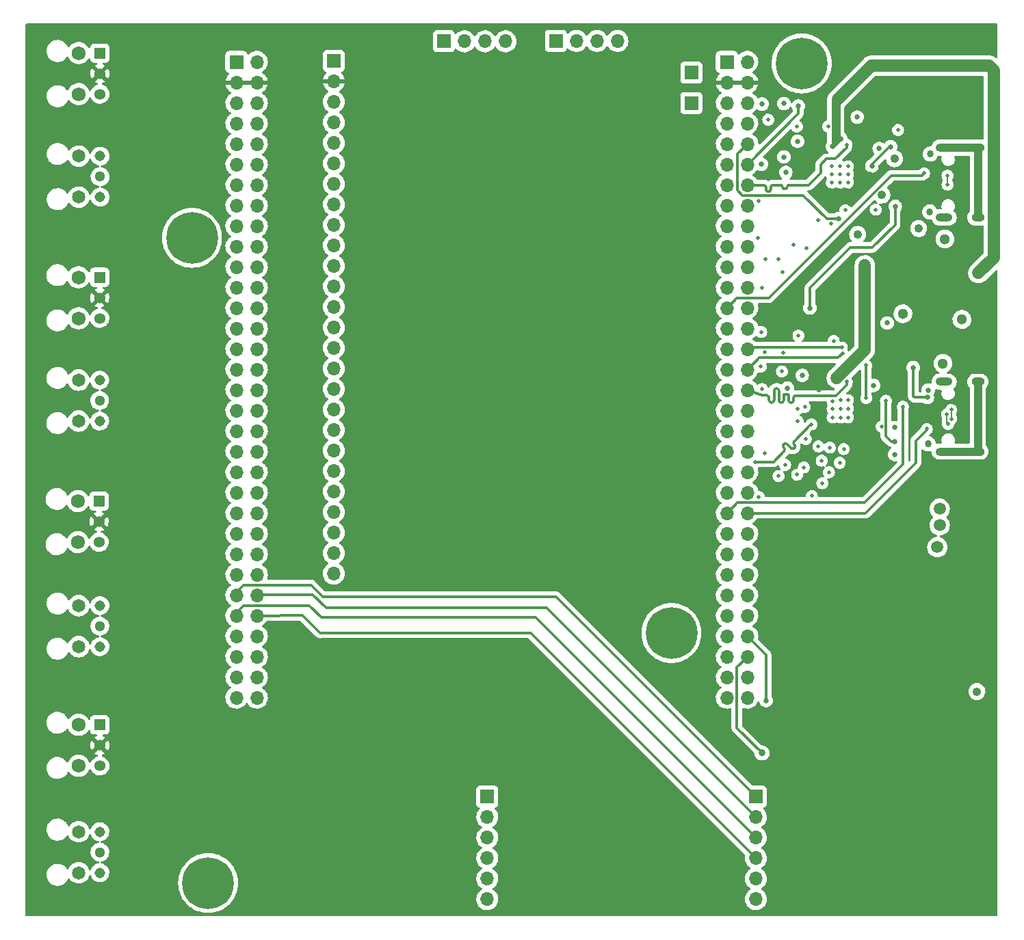
<source format=gbr>
%TF.GenerationSoftware,KiCad,Pcbnew,(6.0.7)*%
%TF.CreationDate,2022-08-08T22:40:30-07:00*%
%TF.ProjectId,adatface_baseboard,61646174-6661-4636-955f-62617365626f,rev?*%
%TF.SameCoordinates,Original*%
%TF.FileFunction,Copper,L4,Bot*%
%TF.FilePolarity,Positive*%
%FSLAX46Y46*%
G04 Gerber Fmt 4.6, Leading zero omitted, Abs format (unit mm)*
G04 Created by KiCad (PCBNEW (6.0.7)) date 2022-08-08 22:40:30*
%MOMM*%
%LPD*%
G01*
G04 APERTURE LIST*
%TA.AperFunction,ComponentPad*%
%ADD10C,1.308000*%
%TD*%
%TA.AperFunction,ComponentPad*%
%ADD11C,1.300000*%
%TD*%
%TA.AperFunction,ComponentPad*%
%ADD12C,1.650000*%
%TD*%
%TA.AperFunction,ComponentPad*%
%ADD13R,1.358000X1.358000*%
%TD*%
%TA.AperFunction,ComponentPad*%
%ADD14C,1.358000*%
%TD*%
%TA.AperFunction,ComponentPad*%
%ADD15C,1.725000*%
%TD*%
%TA.AperFunction,ComponentPad*%
%ADD16R,1.700000X1.700000*%
%TD*%
%TA.AperFunction,ComponentPad*%
%ADD17O,1.700000X1.700000*%
%TD*%
%TA.AperFunction,ComponentPad*%
%ADD18C,0.800000*%
%TD*%
%TA.AperFunction,ComponentPad*%
%ADD19C,6.400000*%
%TD*%
%TA.AperFunction,ComponentPad*%
%ADD20O,2.100000X1.000000*%
%TD*%
%TA.AperFunction,ComponentPad*%
%ADD21O,1.600000X1.000000*%
%TD*%
%TA.AperFunction,ViaPad*%
%ADD22C,0.460000*%
%TD*%
%TA.AperFunction,ViaPad*%
%ADD23C,1.500000*%
%TD*%
%TA.AperFunction,ViaPad*%
%ADD24C,0.660000*%
%TD*%
%TA.AperFunction,ViaPad*%
%ADD25C,1.300000*%
%TD*%
%TA.AperFunction,ViaPad*%
%ADD26C,1.080000*%
%TD*%
%TA.AperFunction,ViaPad*%
%ADD27C,0.860000*%
%TD*%
%TA.AperFunction,Conductor*%
%ADD28C,0.200000*%
%TD*%
%TA.AperFunction,Conductor*%
%ADD29C,1.500000*%
%TD*%
%TA.AperFunction,Conductor*%
%ADD30C,0.600000*%
%TD*%
%TA.AperFunction,Conductor*%
%ADD31C,0.300000*%
%TD*%
%TA.AperFunction,Conductor*%
%ADD32C,1.000000*%
%TD*%
G04 APERTURE END LIST*
D10*
%TO.P,U1,1,VCC*%
%TO.N,Net-(C1-Pad2)*%
X51056023Y-137249033D03*
D11*
%TO.P,U1,2,GND*%
%TO.N,GND*%
X51056023Y-139789033D03*
D10*
%TO.P,U1,3,VOUT*%
%TO.N,/TOSLINK1_RX*%
X51056023Y-142329033D03*
D12*
%TO.P,U1,NC1*%
%TO.N,N/C*%
X48426023Y-137249033D03*
%TO.P,U1,NC2*%
X48426023Y-142329033D03*
%TD*%
D13*
%TO.P,TR2,1,VIN*%
%TO.N,/TOSLINK4_TX*%
X51050408Y-40817745D03*
D14*
%TO.P,TR2,2,VCC*%
%TO.N,+3V3*%
X51050408Y-43357745D03*
%TO.P,TR2,3,GND*%
%TO.N,GND*%
X51050408Y-45897745D03*
D15*
%TO.P,TR2,4,NC*%
%TO.N,unconnected-(TR2-Pad4)*%
X48430408Y-40817745D03*
%TO.P,TR2,5,NC*%
%TO.N,unconnected-(TR2-Pad5)*%
X48430408Y-45897745D03*
%TD*%
D13*
%TO.P,TR3,1,VIN*%
%TO.N,/TOSLINK3_TX*%
X51026111Y-68581385D03*
D14*
%TO.P,TR3,2,VCC*%
%TO.N,+3V3*%
X51026111Y-71121385D03*
%TO.P,TR3,3,GND*%
%TO.N,GND*%
X51026111Y-73661385D03*
D15*
%TO.P,TR3,4,NC*%
%TO.N,unconnected-(TR3-Pad4)*%
X48406111Y-68581385D03*
%TO.P,TR3,5,NC*%
%TO.N,unconnected-(TR3-Pad5)*%
X48406111Y-73661385D03*
%TD*%
D16*
%TO.P,J11,1,Pin_1*%
%TO.N,GND*%
X93640000Y-39365000D03*
D17*
%TO.P,J11,2,Pin_2*%
X96180000Y-39365000D03*
%TO.P,J11,3,Pin_3*%
X98720000Y-39365000D03*
%TO.P,J11,4,Pin_4*%
X101260000Y-39365000D03*
%TD*%
D18*
%TO.P,H3,1*%
%TO.N,N/C*%
X60050000Y-63700000D03*
X64147056Y-62002944D03*
X64850000Y-63700000D03*
X60752944Y-62002944D03*
X64147056Y-65397056D03*
D19*
X62450000Y-63700000D03*
D18*
X62450000Y-66100000D03*
X60752944Y-65397056D03*
X62450000Y-61300000D03*
%TD*%
%TO.P,H4,1*%
%TO.N,N/C*%
X121793000Y-115049000D03*
X123490056Y-110951944D03*
X124193000Y-112649000D03*
X123490056Y-114346056D03*
X120095944Y-110951944D03*
D19*
X121793000Y-112649000D03*
D18*
X121793000Y-110249000D03*
X119393000Y-112649000D03*
X120095944Y-114346056D03*
%TD*%
D16*
%TO.P,J10,1,Pin_1*%
%TO.N,GND*%
X107490000Y-39310000D03*
D17*
%TO.P,J10,2,Pin_2*%
X110030000Y-39310000D03*
%TO.P,J10,3,Pin_3*%
X112570000Y-39310000D03*
%TO.P,J10,4,Pin_4*%
X115110000Y-39310000D03*
%TD*%
D10*
%TO.P,U2,1,VCC*%
%TO.N,Net-(C2-Pad2)*%
X51070408Y-53580245D03*
D11*
%TO.P,U2,2,GND*%
%TO.N,GND*%
X51070408Y-56120245D03*
D10*
%TO.P,U2,3,VOUT*%
%TO.N,/TOSLINK4_RX*%
X51070408Y-58660245D03*
D12*
%TO.P,U2,NC1*%
%TO.N,N/C*%
X48440408Y-53580245D03*
%TO.P,U2,NC2*%
X48440408Y-58660245D03*
%TD*%
D16*
%TO.P,J3,1,Pin_1*%
%TO.N,GND*%
X128650000Y-41910000D03*
D17*
%TO.P,J3,2,Pin_2*%
X131190000Y-41910000D03*
%TO.P,J3,3,Pin_3*%
%TO.N,+3V3*%
X128650000Y-44450000D03*
%TO.P,J3,4,Pin_4*%
X131190000Y-44450000D03*
%TO.P,J3,5,Pin_5*%
%TO.N,Net-(J3-Pad5)*%
X128650000Y-46990000D03*
%TO.P,J3,6,Pin_6*%
%TO.N,Net-(J3-Pad6)*%
X131190000Y-46990000D03*
%TO.P,J3,7,Pin_7*%
%TO.N,/USB2_CLK*%
X128650000Y-49530000D03*
%TO.P,J3,8,Pin_8*%
%TO.N,GND*%
X131190000Y-49530000D03*
%TO.P,J3,9,Pin_9*%
%TO.N,/USB2_STP*%
X128650000Y-52070000D03*
%TO.P,J3,10,Pin_10*%
%TO.N,/USB2_VBUS_PIN*%
X131190000Y-52070000D03*
%TO.P,J3,11,Pin_11*%
%TO.N,/USB2_DIR*%
X128650000Y-54610000D03*
%TO.P,J3,12,Pin_12*%
%TO.N,/USB2_ID*%
X131190000Y-54610000D03*
%TO.P,J3,13,Pin_13*%
%TO.N,/USB2_NXT*%
X128650000Y-57150000D03*
%TO.P,J3,14,Pin_14*%
%TO.N,/USB2_RESET*%
X131190000Y-57150000D03*
%TO.P,J3,15,Pin_15*%
%TO.N,GND*%
X128650000Y-59690000D03*
%TO.P,J3,16,Pin_16*%
X131190000Y-59690000D03*
%TO.P,J3,17,Pin_17*%
%TO.N,/USB2_DATA0*%
X128650000Y-62230000D03*
%TO.P,J3,18,Pin_18*%
%TO.N,/USB2_DATA1*%
X131190000Y-62230000D03*
%TO.P,J3,19,Pin_19*%
%TO.N,/USB2_DATA2*%
X128650000Y-64770000D03*
%TO.P,J3,20,Pin_20*%
%TO.N,/USB2_DATA3*%
X131190000Y-64770000D03*
%TO.P,J3,21,Pin_21*%
%TO.N,/USB2_DATA4*%
X128650000Y-67310000D03*
%TO.P,J3,22,Pin_22*%
%TO.N,/USB2_DATA5*%
X131190000Y-67310000D03*
%TO.P,J3,23,Pin_23*%
%TO.N,/USB2_DATA6*%
X128650000Y-69850000D03*
%TO.P,J3,24,Pin_24*%
%TO.N,/USB2_DATA7*%
X131190000Y-69850000D03*
%TO.P,J3,25,Pin_25*%
%TO.N,/USB2_SBU1*%
X128650000Y-72390000D03*
%TO.P,J3,26,Pin_26*%
%TO.N,/USB2_SBU2*%
X131190000Y-72390000D03*
%TO.P,J3,27,Pin_27*%
%TO.N,/USB1_CLK*%
X128650000Y-74930000D03*
%TO.P,J3,28,Pin_28*%
%TO.N,GND*%
X131190000Y-74930000D03*
%TO.P,J3,29,Pin_29*%
%TO.N,/USB1_STP*%
X128650000Y-77470000D03*
%TO.P,J3,30,Pin_30*%
%TO.N,/USB1_VBUS_PIN*%
X131190000Y-77470000D03*
%TO.P,J3,31,Pin_31*%
%TO.N,/USB1_DIR*%
X128650000Y-80010000D03*
%TO.P,J3,32,Pin_32*%
%TO.N,/USB1_ID*%
X131190000Y-80010000D03*
%TO.P,J3,33,Pin_33*%
%TO.N,/USB1_NXT*%
X128650000Y-82550000D03*
%TO.P,J3,34,Pin_34*%
%TO.N,/USB1_RESET*%
X131190000Y-82550000D03*
%TO.P,J3,35,Pin_35*%
%TO.N,GND*%
X128650000Y-85090000D03*
%TO.P,J3,36,Pin_36*%
X131190000Y-85090000D03*
%TO.P,J3,37,Pin_37*%
%TO.N,/USB1_DATA0*%
X128650000Y-87630000D03*
%TO.P,J3,38,Pin_38*%
%TO.N,/USB1_DATA1*%
X131190000Y-87630000D03*
%TO.P,J3,39,Pin_39*%
%TO.N,/USB1_DATA2*%
X128650000Y-90170000D03*
%TO.P,J3,40,Pin_40*%
%TO.N,/USB1_DATA3*%
X131190000Y-90170000D03*
%TO.P,J3,41,Pin_41*%
%TO.N,/USB1_DATA4*%
X128650000Y-92710000D03*
%TO.P,J3,42,Pin_42*%
%TO.N,/USB1_DATA5*%
X131190000Y-92710000D03*
%TO.P,J3,43,Pin_43*%
%TO.N,/USB1_DATA6*%
X128650000Y-95250000D03*
%TO.P,J3,44,Pin_44*%
%TO.N,/USB1_DATA7*%
X131190000Y-95250000D03*
%TO.P,J3,45,Pin_45*%
%TO.N,/USB1_SBU1*%
X128650000Y-97790000D03*
%TO.P,J3,46,Pin_46*%
%TO.N,/USB1_SBU2*%
X131190000Y-97790000D03*
%TO.P,J3,47,Pin_47*%
%TO.N,GND*%
X128650000Y-100330000D03*
%TO.P,J3,48,Pin_48*%
X131190000Y-100330000D03*
%TO.P,J3,49,Pin_49*%
%TO.N,/USB2_ACTIVE*%
X128650000Y-102870000D03*
%TO.P,J3,50,Pin_50*%
%TO.N,/USB2_SUSPENDED_N*%
X131190000Y-102870000D03*
%TO.P,J3,51,Pin_51*%
%TO.N,/USB1_ACTIVE*%
X128650000Y-105410000D03*
%TO.P,J3,52,Pin_52*%
%TO.N,/USB1_SUSPENDED_N*%
X131190000Y-105410000D03*
%TO.P,J3,53,Pin_53*%
%TO.N,/SYNC3*%
X128650000Y-107950000D03*
%TO.P,J3,54,Pin_54*%
%TO.N,/SYNC4*%
X131190000Y-107950000D03*
%TO.P,J3,55,Pin_55*%
%TO.N,/SYNC1*%
X128650000Y-110490000D03*
%TO.P,J3,56,Pin_56*%
%TO.N,/SYNC2*%
X131190000Y-110490000D03*
%TO.P,J3,57,Pin_57*%
%TO.N,/USB1*%
X128650000Y-113030000D03*
%TO.P,J3,58,Pin_58*%
%TO.N,/USB2*%
X131190000Y-113030000D03*
%TO.P,J3,59,Pin_59*%
%TO.N,GND*%
X128650000Y-115570000D03*
%TO.P,J3,60,Pin_60*%
%TO.N,/HOST*%
X131190000Y-115570000D03*
%TO.P,J3,61,Pin_61*%
%TO.N,GND*%
X128650000Y-118110000D03*
%TO.P,J3,62,Pin_62*%
X131190000Y-118110000D03*
%TO.P,J3,63,Pin_63*%
%TO.N,+5V*%
X128650000Y-120650000D03*
%TO.P,J3,64,Pin_64*%
X131190000Y-120650000D03*
%TD*%
D16*
%TO.P,J7,1,Pin_1*%
%TO.N,GND*%
X80010000Y-41783000D03*
D17*
%TO.P,J7,2,Pin_2*%
%TO.N,+3V3*%
X80010000Y-44323000D03*
%TO.P,J7,3,Pin_3*%
%TO.N,GND*%
X80010000Y-46863000D03*
%TO.P,J7,4,Pin_4*%
%TO.N,Net-(J2-Pad8)*%
X80010000Y-49403000D03*
%TO.P,J7,5,Pin_5*%
%TO.N,Net-(J2-Pad10)*%
X80010000Y-51943000D03*
%TO.P,J7,6,Pin_6*%
%TO.N,Net-(J2-Pad12)*%
X80010000Y-54483000D03*
%TO.P,J7,7,Pin_7*%
%TO.N,Net-(J2-Pad14)*%
X80010000Y-57023000D03*
%TO.P,J7,8,Pin_8*%
%TO.N,Net-(J2-Pad16)*%
X80010000Y-59563000D03*
%TO.P,J7,9,Pin_9*%
%TO.N,Net-(J2-Pad18)*%
X80010000Y-62103000D03*
%TO.P,J7,10,Pin_10*%
%TO.N,Net-(J2-Pad20)*%
X80010000Y-64643000D03*
%TO.P,J7,11,Pin_11*%
%TO.N,Net-(J2-Pad22)*%
X80010000Y-67183000D03*
%TO.P,J7,12,Pin_12*%
%TO.N,Net-(J2-Pad24)*%
X80010000Y-69723000D03*
%TO.P,J7,13,Pin_13*%
%TO.N,Net-(J2-Pad26)*%
X80010000Y-72263000D03*
%TO.P,J7,14,Pin_14*%
%TO.N,Net-(J2-Pad28)*%
X80010000Y-74803000D03*
%TO.P,J7,15,Pin_15*%
%TO.N,Net-(J2-Pad30)*%
X80010000Y-77343000D03*
%TO.P,J7,16,Pin_16*%
%TO.N,Net-(J2-Pad32)*%
X80010000Y-79883000D03*
%TO.P,J7,17,Pin_17*%
%TO.N,Net-(J2-Pad34)*%
X80010000Y-82423000D03*
%TO.P,J7,18,Pin_18*%
%TO.N,Net-(J2-Pad36)*%
X80010000Y-84963000D03*
%TO.P,J7,19,Pin_19*%
%TO.N,Net-(J2-Pad38)*%
X80010000Y-87503000D03*
%TO.P,J7,20,Pin_20*%
%TO.N,Net-(J2-Pad40)*%
X80010000Y-90043000D03*
%TO.P,J7,21,Pin_21*%
%TO.N,Net-(J2-Pad42)*%
X80010000Y-92583000D03*
%TO.P,J7,22,Pin_22*%
%TO.N,Net-(J2-Pad44)*%
X80010000Y-95123000D03*
%TO.P,J7,23,Pin_23*%
%TO.N,Net-(J2-Pad46)*%
X80010000Y-97663000D03*
%TO.P,J7,24,Pin_24*%
%TO.N,Net-(J2-Pad48)*%
X80010000Y-100203000D03*
%TO.P,J7,25,Pin_25*%
%TO.N,Net-(J2-Pad50)*%
X80010000Y-102743000D03*
%TO.P,J7,26,Pin_26*%
%TO.N,Net-(J2-Pad52)*%
X80010000Y-105283000D03*
%TD*%
D16*
%TO.P,J6,1,Pin_1*%
%TO.N,/I2S2_SCK*%
X99000000Y-132900000D03*
D17*
%TO.P,J6,2,Pin_2*%
%TO.N,/I2S2_BCK*%
X99000000Y-135440000D03*
%TO.P,J6,3,Pin_3*%
%TO.N,/I2S2_DIN*%
X99000000Y-137980000D03*
%TO.P,J6,4,Pin_4*%
%TO.N,/I2S2_LRCK*%
X99000000Y-140520000D03*
%TO.P,J6,5,Pin_5*%
%TO.N,GND*%
X99000000Y-143060000D03*
%TO.P,J6,6,Pin_6*%
%TO.N,+5V*%
X99000000Y-145600000D03*
%TD*%
D20*
%TO.P,J4,S1,SHIELD*%
%TO.N,Net-(J4-PadS1)*%
X155545000Y-90170000D03*
D21*
X159725000Y-90170000D03*
X159725000Y-81530000D03*
D20*
X155545000Y-81530000D03*
%TD*%
D10*
%TO.P,U3,1,VCC*%
%TO.N,Net-(C3-Pad2)*%
X51030000Y-81310000D03*
D11*
%TO.P,U3,2,GND*%
%TO.N,GND*%
X51030000Y-83850000D03*
D10*
%TO.P,U3,3,VOUT*%
%TO.N,/TOSLINK3_RX*%
X51030000Y-86390000D03*
D12*
%TO.P,U3,NC1*%
%TO.N,N/C*%
X48400000Y-81310000D03*
%TO.P,U3,NC2*%
X48400000Y-86390000D03*
%TD*%
D16*
%TO.P,J9,1,Pin_1*%
%TO.N,Net-(J3-Pad6)*%
X124250000Y-43250000D03*
%TD*%
D18*
%TO.P,H2,1*%
%TO.N,N/C*%
X62752944Y-141902944D03*
X66850000Y-143600000D03*
X64450000Y-146000000D03*
X66147056Y-145297056D03*
X64450000Y-141200000D03*
X66147056Y-141902944D03*
X62752944Y-145297056D03*
X62050000Y-143600000D03*
D19*
X64450000Y-143600000D03*
%TD*%
D16*
%TO.P,J1,1,Pin_1*%
%TO.N,/I2S1_SCK*%
X132250000Y-132900000D03*
D17*
%TO.P,J1,2,Pin_2*%
%TO.N,/I2S1_BCK*%
X132250000Y-135440000D03*
%TO.P,J1,3,Pin_3*%
%TO.N,/I2S1_DIN*%
X132250000Y-137980000D03*
%TO.P,J1,4,Pin_4*%
%TO.N,/I2S1_LRCK*%
X132250000Y-140520000D03*
%TO.P,J1,5,Pin_5*%
%TO.N,GND*%
X132250000Y-143060000D03*
%TO.P,J1,6,Pin_6*%
%TO.N,+5V*%
X132250000Y-145600000D03*
%TD*%
D13*
%TO.P,TR4,1,VIN*%
%TO.N,/TOSLINK2_TX*%
X50946530Y-96303594D03*
D14*
%TO.P,TR4,2,VCC*%
%TO.N,+3V3*%
X50946530Y-98843594D03*
%TO.P,TR4,3,GND*%
%TO.N,GND*%
X50946530Y-101383594D03*
D15*
%TO.P,TR4,4,NC*%
%TO.N,unconnected-(TR4-Pad4)*%
X48326530Y-96303594D03*
%TO.P,TR4,5,NC*%
%TO.N,unconnected-(TR4-Pad5)*%
X48326530Y-101383594D03*
%TD*%
D16*
%TO.P,J8,1,Pin_1*%
%TO.N,Net-(J3-Pad5)*%
X124250000Y-47000000D03*
%TD*%
D19*
%TO.P,H1,1*%
%TO.N,N/C*%
X137925000Y-42100000D03*
D18*
X137925000Y-39700000D03*
X137925000Y-44500000D03*
X140325000Y-42100000D03*
X139622056Y-43797056D03*
X136227944Y-40402944D03*
X135525000Y-42100000D03*
X136227944Y-43797056D03*
X139622056Y-40402944D03*
%TD*%
D10*
%TO.P,U4,1,VCC*%
%TO.N,Net-(C4-Pad2)*%
X51056023Y-109249033D03*
D11*
%TO.P,U4,2,GND*%
%TO.N,GND*%
X51056023Y-111789033D03*
D10*
%TO.P,U4,3,VOUT*%
%TO.N,/TOSLINK2_RX*%
X51056023Y-114329033D03*
D12*
%TO.P,U4,NC1*%
%TO.N,N/C*%
X48426023Y-109249033D03*
%TO.P,U4,NC2*%
X48426023Y-114329033D03*
%TD*%
D13*
%TO.P,TR1,1,VIN*%
%TO.N,/TOSLINK1_TX*%
X51036023Y-124011533D03*
D14*
%TO.P,TR1,2,VCC*%
%TO.N,+3V3*%
X51036023Y-126551533D03*
%TO.P,TR1,3,GND*%
%TO.N,GND*%
X51036023Y-129091533D03*
D15*
%TO.P,TR1,4,NC*%
%TO.N,unconnected-(TR1-Pad4)*%
X48416023Y-124011533D03*
%TO.P,TR1,5,NC*%
%TO.N,unconnected-(TR1-Pad5)*%
X48416023Y-129091533D03*
%TD*%
D16*
%TO.P,J2,1,Pin_1*%
%TO.N,GND*%
X67945000Y-41910000D03*
D17*
%TO.P,J2,2,Pin_2*%
X70485000Y-41910000D03*
%TO.P,J2,3,Pin_3*%
%TO.N,+3V3*%
X67945000Y-44450000D03*
%TO.P,J2,4,Pin_4*%
X70485000Y-44450000D03*
%TO.P,J2,5,Pin_5*%
%TO.N,GND*%
X67945000Y-46990000D03*
%TO.P,J2,6,Pin_6*%
X70485000Y-46990000D03*
%TO.P,J2,7,Pin_7*%
%TO.N,/TOSLINK4_TX*%
X67945000Y-49530000D03*
%TO.P,J2,8,Pin_8*%
%TO.N,Net-(J2-Pad8)*%
X70485000Y-49530000D03*
%TO.P,J2,9,Pin_9*%
%TO.N,/TOSLINK4_RX*%
X67945000Y-52070000D03*
%TO.P,J2,10,Pin_10*%
%TO.N,Net-(J2-Pad10)*%
X70485000Y-52070000D03*
%TO.P,J2,11,Pin_11*%
%TO.N,GND*%
X67945000Y-54610000D03*
%TO.P,J2,12,Pin_12*%
%TO.N,Net-(J2-Pad12)*%
X70485000Y-54610000D03*
%TO.P,J2,13,Pin_13*%
%TO.N,GND*%
X67945000Y-57150000D03*
%TO.P,J2,14,Pin_14*%
%TO.N,Net-(J2-Pad14)*%
X70485000Y-57150000D03*
%TO.P,J2,15,Pin_15*%
%TO.N,GND*%
X67945000Y-59690000D03*
%TO.P,J2,16,Pin_16*%
%TO.N,Net-(J2-Pad16)*%
X70485000Y-59690000D03*
%TO.P,J2,17,Pin_17*%
%TO.N,GND*%
X67945000Y-62230000D03*
%TO.P,J2,18,Pin_18*%
%TO.N,Net-(J2-Pad18)*%
X70485000Y-62230000D03*
%TO.P,J2,19,Pin_19*%
%TO.N,GND*%
X67945000Y-64770000D03*
%TO.P,J2,20,Pin_20*%
%TO.N,Net-(J2-Pad20)*%
X70485000Y-64770000D03*
%TO.P,J2,21,Pin_21*%
%TO.N,GND*%
X67945000Y-67310000D03*
%TO.P,J2,22,Pin_22*%
%TO.N,Net-(J2-Pad22)*%
X70485000Y-67310000D03*
%TO.P,J2,23,Pin_23*%
%TO.N,/TOSLINK3_TX*%
X67945000Y-69850000D03*
%TO.P,J2,24,Pin_24*%
%TO.N,Net-(J2-Pad24)*%
X70485000Y-69850000D03*
%TO.P,J2,25,Pin_25*%
%TO.N,/TOSLINK3_RX*%
X67945000Y-72390000D03*
%TO.P,J2,26,Pin_26*%
%TO.N,Net-(J2-Pad26)*%
X70485000Y-72390000D03*
%TO.P,J2,27,Pin_27*%
%TO.N,GND*%
X67945000Y-74930000D03*
%TO.P,J2,28,Pin_28*%
%TO.N,Net-(J2-Pad28)*%
X70485000Y-74930000D03*
%TO.P,J2,29,Pin_29*%
%TO.N,GND*%
X67945000Y-77470000D03*
%TO.P,J2,30,Pin_30*%
%TO.N,Net-(J2-Pad30)*%
X70485000Y-77470000D03*
%TO.P,J2,31,Pin_31*%
%TO.N,GND*%
X67945000Y-80010000D03*
%TO.P,J2,32,Pin_32*%
%TO.N,Net-(J2-Pad32)*%
X70485000Y-80010000D03*
%TO.P,J2,33,Pin_33*%
%TO.N,/TOSLINK2_TX*%
X67945000Y-82550000D03*
%TO.P,J2,34,Pin_34*%
%TO.N,Net-(J2-Pad34)*%
X70485000Y-82550000D03*
%TO.P,J2,35,Pin_35*%
%TO.N,/TOSLINK2_RX*%
X67945000Y-85090000D03*
%TO.P,J2,36,Pin_36*%
%TO.N,Net-(J2-Pad36)*%
X70485000Y-85090000D03*
%TO.P,J2,37,Pin_37*%
%TO.N,GND*%
X67945000Y-87630000D03*
%TO.P,J2,38,Pin_38*%
%TO.N,Net-(J2-Pad38)*%
X70485000Y-87630000D03*
%TO.P,J2,39,Pin_39*%
%TO.N,GND*%
X67945000Y-90170000D03*
%TO.P,J2,40,Pin_40*%
%TO.N,Net-(J2-Pad40)*%
X70485000Y-90170000D03*
%TO.P,J2,41,Pin_41*%
%TO.N,GND*%
X67945000Y-92710000D03*
%TO.P,J2,42,Pin_42*%
%TO.N,Net-(J2-Pad42)*%
X70485000Y-92710000D03*
%TO.P,J2,43,Pin_43*%
%TO.N,GND*%
X67945000Y-95250000D03*
%TO.P,J2,44,Pin_44*%
%TO.N,Net-(J2-Pad44)*%
X70485000Y-95250000D03*
%TO.P,J2,45,Pin_45*%
%TO.N,GND*%
X67945000Y-97790000D03*
%TO.P,J2,46,Pin_46*%
%TO.N,Net-(J2-Pad46)*%
X70485000Y-97790000D03*
%TO.P,J2,47,Pin_47*%
%TO.N,GND*%
X67945000Y-100330000D03*
%TO.P,J2,48,Pin_48*%
%TO.N,Net-(J2-Pad48)*%
X70485000Y-100330000D03*
%TO.P,J2,49,Pin_49*%
%TO.N,/TOSLINK1_TX*%
X67945000Y-102870000D03*
%TO.P,J2,50,Pin_50*%
%TO.N,Net-(J2-Pad50)*%
X70485000Y-102870000D03*
%TO.P,J2,51,Pin_51*%
%TO.N,/TOSLINK1_RX*%
X67945000Y-105410000D03*
%TO.P,J2,52,Pin_52*%
%TO.N,Net-(J2-Pad52)*%
X70485000Y-105410000D03*
%TO.P,J2,53,Pin_53*%
%TO.N,/I2S1_SCK*%
X67945000Y-107950000D03*
%TO.P,J2,54,Pin_54*%
%TO.N,/I2S1_BCK*%
X70485000Y-107950000D03*
%TO.P,J2,55,Pin_55*%
%TO.N,/I2S1_DIN*%
X67945000Y-110490000D03*
%TO.P,J2,56,Pin_56*%
%TO.N,/I2S1_LRCK*%
X70485000Y-110490000D03*
%TO.P,J2,57,Pin_57*%
%TO.N,/I2S2_SCK*%
X67945000Y-113030000D03*
%TO.P,J2,58,Pin_58*%
%TO.N,/I2S2_BCK*%
X70485000Y-113030000D03*
%TO.P,J2,59,Pin_59*%
%TO.N,/I2S2_DIN*%
X67945000Y-115570000D03*
%TO.P,J2,60,Pin_60*%
%TO.N,/I2S2_LRCK*%
X70485000Y-115570000D03*
%TO.P,J2,61,Pin_61*%
%TO.N,GND*%
X67945000Y-118110000D03*
%TO.P,J2,62,Pin_62*%
X70485000Y-118110000D03*
%TO.P,J2,63,Pin_63*%
%TO.N,+5V*%
X67945000Y-120650000D03*
%TO.P,J2,64,Pin_64*%
X70485000Y-120650000D03*
%TD*%
D20*
%TO.P,J5,S1,SHIELD*%
%TO.N,Net-(J5-PadS1)*%
X155545000Y-52530000D03*
D21*
X159725000Y-61170000D03*
X159725000Y-52530000D03*
D20*
X155545000Y-61170000D03*
%TD*%
D22*
%TO.N,/USB1_D-*%
X155895500Y-85579500D03*
%TO.N,/USB1_D+*%
X156425000Y-86125000D03*
X156425000Y-85000000D03*
%TO.N,/USB1_D-*%
X156035000Y-86775000D03*
%TO.N,GND*%
X143650000Y-54850000D03*
X141550000Y-61940000D03*
D23*
X155000000Y-97250000D03*
D22*
X142630000Y-91570000D03*
X138430000Y-88610000D03*
D24*
X133030000Y-47130000D03*
X135720000Y-47070000D03*
D22*
X141754384Y-83960199D03*
X137350000Y-93040000D03*
D25*
X150450000Y-73100000D03*
D22*
X143650000Y-55850000D03*
X149850000Y-50340000D03*
X142750000Y-85950000D03*
D24*
X148500000Y-74250000D03*
D22*
X143310000Y-60280000D03*
X137420000Y-86410000D03*
D26*
X144850000Y-63275000D03*
D22*
X133460000Y-66360000D03*
X142650000Y-56850000D03*
D24*
X132940000Y-54600000D03*
X153560000Y-82570000D03*
D22*
X132600000Y-59100000D03*
X133010000Y-82430000D03*
D23*
X155000000Y-99300000D03*
D27*
X153550000Y-89200000D03*
D22*
X139990000Y-89530000D03*
D26*
X159600000Y-119900000D03*
D22*
X140480000Y-94090000D03*
X135600000Y-77900000D03*
X133020000Y-69860000D03*
D24*
X144800000Y-48750000D03*
D22*
X138300000Y-84650000D03*
X138540000Y-64980000D03*
X139180000Y-95670000D03*
X143130000Y-89860000D03*
X135060000Y-66330000D03*
X141650000Y-54850000D03*
X141750000Y-84850000D03*
D24*
X135710000Y-53680000D03*
D22*
X132490000Y-63710000D03*
X141650000Y-55850000D03*
D27*
X153825000Y-53325000D03*
D22*
X142750000Y-83800000D03*
X143650000Y-84850000D03*
X141750000Y-85950000D03*
D24*
X137980000Y-80730000D03*
D22*
X136890000Y-64530000D03*
D24*
X137400000Y-51740000D03*
D22*
X133370000Y-90340000D03*
X132600000Y-95790000D03*
X143650000Y-85950000D03*
X132860000Y-79660000D03*
X147820000Y-87080000D03*
D23*
X154700000Y-102000000D03*
D22*
X147080000Y-60210000D03*
X142750000Y-84850000D03*
D26*
X149420000Y-53910000D03*
D24*
X149412500Y-87200000D03*
D22*
X141200000Y-49890000D03*
X133330000Y-77890000D03*
X143650000Y-56850000D03*
X135870000Y-91820000D03*
D24*
X136150000Y-82330000D03*
D22*
X138190000Y-92130000D03*
X139940000Y-61480000D03*
D24*
X146825000Y-81975000D03*
X149425000Y-90525000D03*
X135950000Y-55600000D03*
D22*
X137330000Y-49910000D03*
X143650000Y-83800000D03*
X141650000Y-56850000D03*
X140400000Y-91300000D03*
D25*
X155650000Y-63850000D03*
D22*
X132910000Y-75370000D03*
X137520000Y-75810000D03*
X135480000Y-80250000D03*
X141400000Y-89670000D03*
D24*
X147520000Y-52640000D03*
D22*
X142650000Y-55850000D03*
X135050000Y-93210000D03*
X142650000Y-54850000D03*
D25*
X155400000Y-79250000D03*
D26*
X152400000Y-62550000D03*
D22*
X137420000Y-84850000D03*
D25*
X157750000Y-73800000D03*
D26*
X147841950Y-58391950D03*
D27*
X153775000Y-60500000D03*
D22*
X141290000Y-92730000D03*
X135530000Y-67940000D03*
X133790000Y-49070000D03*
X141870000Y-76460000D03*
D25*
%TO.N,+3V3*%
X58550000Y-106150000D03*
X57650000Y-71850000D03*
D22*
X143529500Y-88095000D03*
D24*
X139667911Y-58032917D03*
X143630000Y-59230000D03*
X139240000Y-53920500D03*
D22*
X142029500Y-88114428D03*
D25*
X58650000Y-50343750D03*
X58450000Y-78112500D03*
D24*
X142074144Y-59210155D03*
D25*
X153100000Y-68900000D03*
X57900000Y-127100000D03*
X153050000Y-73900000D03*
D24*
X140000000Y-82500000D03*
D25*
X58450000Y-99450000D03*
D24*
X139270000Y-87810000D03*
D25*
X58400000Y-134100000D03*
X57150000Y-43850000D03*
D24*
X146350000Y-55850000D03*
X145975000Y-84900000D03*
D23*
%TO.N,+1V8*%
X159775000Y-68050000D03*
D25*
X145737840Y-67109048D03*
D22*
X142954263Y-80810000D03*
D24*
X141705105Y-52364145D03*
D22*
X141795263Y-81290000D03*
D24*
X142760000Y-51420000D03*
D27*
%TO.N,/HOST*%
X133000000Y-127500000D03*
D24*
%TO.N,/USB2*%
X133500000Y-121000000D03*
%TO.N,/USB2_VBUS_PIN*%
X142460000Y-61320000D03*
%TO.N,/USB2_ID*%
X137490000Y-47380000D03*
D22*
%TO.N,/USB2_RESET*%
X143479500Y-52170000D03*
%TO.N,/USB2_SBU1*%
X153070000Y-55710000D03*
D24*
%TO.N,Net-(R19-Pad2)*%
X148912500Y-52427598D03*
X146600000Y-54800000D03*
D22*
%TO.N,Net-(R20-Pad2)*%
X148350000Y-83875000D03*
D24*
X149425000Y-88900000D03*
D22*
%TO.N,/USB2_D+*%
X155975000Y-57100000D03*
X155975000Y-56000000D03*
D24*
%TO.N,/USB2_SBU2*%
X138950098Y-72390000D03*
X149490000Y-59810000D03*
%TO.N,/USB1_VBUS*%
X151730000Y-79770000D03*
X153470000Y-83480000D03*
D22*
%TO.N,/USB1_VBUS_PIN*%
X142890000Y-77280000D03*
%TO.N,/USB1_ID*%
X142970000Y-78004500D03*
X145910000Y-83530000D03*
X145900000Y-79490000D03*
%TO.N,/USB1_RESET*%
X143491719Y-81519809D03*
%TO.N,/USB1_DATA4*%
X132150000Y-91450000D03*
X139129124Y-86811999D03*
%TO.N,/USB1_SBU1*%
X150450000Y-84625000D03*
%TO.N,/USB1_SBU2*%
X153400000Y-87375000D03*
%TD*%
D28*
%TO.N,/USB1_D-*%
X155875000Y-85600000D02*
X155875000Y-86615000D01*
X155875000Y-86615000D02*
X156035000Y-86775000D01*
%TO.N,/USB1_D+*%
X156425000Y-85000000D02*
X156425000Y-86125000D01*
%TO.N,/USB1_D-*%
X155895500Y-85579500D02*
X155875000Y-85600000D01*
D29*
%TO.N,+1V8*%
X161700000Y-66125000D02*
X161700000Y-42950000D01*
D30*
X142690000Y-51420000D02*
X141745855Y-52364145D01*
D29*
X142260000Y-81040000D02*
X145737840Y-77562160D01*
X159775000Y-68050000D02*
X161700000Y-66125000D01*
D31*
X142030000Y-81290000D02*
X141795263Y-81290000D01*
X142260000Y-81060000D02*
X142030000Y-81290000D01*
D30*
X141900000Y-52169250D02*
X141900000Y-50660000D01*
X141705105Y-52364145D02*
X142400000Y-51669250D01*
X142225000Y-50985000D02*
X142325000Y-50985000D01*
D31*
X141795263Y-81290000D02*
X141800000Y-81285263D01*
X142025263Y-81060000D02*
X141795263Y-81290000D01*
D30*
X142325000Y-50985000D02*
X142760000Y-51420000D01*
X142400000Y-50810000D02*
X142225000Y-50985000D01*
D29*
X161125000Y-42375000D02*
X146525000Y-42375000D01*
D30*
X142400000Y-51669250D02*
X142400000Y-51190000D01*
D29*
X161700000Y-42950000D02*
X161125000Y-42375000D01*
D30*
X141705105Y-52364145D02*
X141900000Y-52169250D01*
X141900000Y-50660000D02*
X141900000Y-46478231D01*
D29*
X146525000Y-42375000D02*
X142400000Y-46500000D01*
X142260000Y-81060000D02*
X142260000Y-81040000D01*
D31*
X141800000Y-81285263D02*
X141800000Y-80880000D01*
D30*
X142400000Y-46500000D02*
X142400000Y-50810000D01*
X141745855Y-52364145D02*
X141705105Y-52364145D01*
D29*
X145737840Y-77562160D02*
X145737840Y-67109048D01*
D30*
X142225000Y-50985000D02*
X141900000Y-50660000D01*
X142760000Y-51420000D02*
X142690000Y-51420000D01*
D31*
%TO.N,/I2S1_SCK*%
X77216000Y-106680000D02*
X68834000Y-106680000D01*
X78686000Y-108150000D02*
X77216000Y-106680000D01*
X68834000Y-106680000D02*
X67564000Y-107950000D01*
X132250000Y-132900000D02*
X107500000Y-108150000D01*
X107500000Y-108150000D02*
X78686000Y-108150000D01*
%TO.N,/I2S1_BCK*%
X77390000Y-107890000D02*
X79050000Y-109550000D01*
X106360000Y-109550000D02*
X132250000Y-135440000D01*
X79050000Y-109550000D02*
X106360000Y-109550000D01*
X71190000Y-107890000D02*
X77390000Y-107890000D01*
%TO.N,/I2S1_DIN*%
X77000000Y-109258000D02*
X68796000Y-109258000D01*
X68796000Y-109258000D02*
X67564000Y-110490000D01*
X78442000Y-110700000D02*
X104970000Y-110700000D01*
X104970000Y-110700000D02*
X132250000Y-137980000D01*
X77000000Y-109258000D02*
X78442000Y-110700000D01*
%TO.N,/I2S1_LRCK*%
X104355000Y-112625000D02*
X78325000Y-112625000D01*
X132250000Y-140520000D02*
X104355000Y-112625000D01*
X76130000Y-110430000D02*
X70485000Y-110490000D01*
X78325000Y-112625000D02*
X76130000Y-110430000D01*
%TO.N,/HOST*%
X131190000Y-115570000D02*
X129888411Y-116871589D01*
X129888411Y-116871589D02*
X129888411Y-124388411D01*
X129888411Y-124388411D02*
X133000000Y-127500000D01*
%TO.N,/USB2*%
X131190000Y-113030000D02*
X133500000Y-115340000D01*
X133500000Y-115340000D02*
X133500000Y-121000000D01*
%TO.N,/USB2_VBUS_PIN*%
X130550000Y-58425000D02*
X129925000Y-57800000D01*
X129925000Y-57800000D02*
X129925000Y-53335000D01*
X142460000Y-61320000D02*
X141020000Y-61320000D01*
X138125000Y-58425000D02*
X130550000Y-58425000D01*
X141020000Y-61320000D02*
X138125000Y-58425000D01*
X129925000Y-53335000D02*
X131190000Y-52070000D01*
%TO.N,/USB2_ID*%
X137490000Y-48310000D02*
X131190000Y-54610000D01*
X137490000Y-47380000D02*
X137490000Y-48310000D01*
%TO.N,/USB2_RESET*%
X140270000Y-54630000D02*
X140270000Y-55660000D01*
X135880000Y-57652892D02*
X135782892Y-57652892D01*
X140270000Y-55660000D02*
X138780000Y-57150000D01*
X135280000Y-57150000D02*
X134380000Y-57150000D01*
X142080000Y-53920000D02*
X140980000Y-53920000D01*
X134080000Y-57450000D02*
X134080000Y-57700000D01*
X138780000Y-57150000D02*
X136382892Y-57150000D01*
X143479500Y-52520500D02*
X142080000Y-53920000D01*
X133180000Y-57150000D02*
X131190000Y-57150000D01*
X143479500Y-52170000D02*
X143479500Y-52520500D01*
X133480000Y-57700000D02*
X133480000Y-57450000D01*
X140980000Y-53920000D02*
X140270000Y-54630000D01*
X133480000Y-57700000D02*
G75*
G03*
X133780000Y-58000000I300000J0D01*
G01*
X136131500Y-57401446D02*
G75*
G02*
X136382892Y-57150000I251400J46D01*
G01*
X135531408Y-57401446D02*
G75*
G03*
X135782892Y-57652892I251492J46D01*
G01*
X135880000Y-57652846D02*
G75*
G03*
X136131446Y-57401446I0J251446D01*
G01*
X134080000Y-57450000D02*
G75*
G02*
X134380000Y-57150000I300000J0D01*
G01*
X135280000Y-57149954D02*
G75*
G02*
X135531446Y-57401446I0J-251446D01*
G01*
X133180000Y-57150000D02*
G75*
G02*
X133480000Y-57450000I0J-300000D01*
G01*
X133780000Y-58000000D02*
G75*
G03*
X134080000Y-57700000I0J300000D01*
G01*
D32*
%TO.N,Net-(J4-PadS1)*%
X159725000Y-81530000D02*
X159725000Y-90170000D01*
X159725000Y-90170000D02*
X155545000Y-90170000D01*
%TO.N,Net-(J5-PadS1)*%
X159725000Y-52530000D02*
X159725000Y-61170000D01*
X155545000Y-52530000D02*
X159725000Y-52530000D01*
D31*
%TO.N,/USB2_SBU1*%
X133836107Y-71125000D02*
X129915000Y-71125000D01*
X129915000Y-71125000D02*
X128650000Y-72390000D01*
X153070000Y-55710000D02*
X152805000Y-55975000D01*
X152805000Y-55975000D02*
X148986107Y-55975000D01*
X148986107Y-55975000D02*
X133836107Y-71125000D01*
%TO.N,Net-(R19-Pad2)*%
X146600000Y-54800000D02*
X146600000Y-54600000D01*
X148772402Y-52427598D02*
X148912500Y-52427598D01*
X146600000Y-54600000D02*
X148772402Y-52427598D01*
%TO.N,Net-(R20-Pad2)*%
X148350000Y-88275000D02*
X148975000Y-88900000D01*
X148350000Y-83875000D02*
X148350000Y-88275000D01*
X148975000Y-88900000D02*
X149425000Y-88900000D01*
D28*
%TO.N,/USB2_D+*%
X155975000Y-57100000D02*
X155975000Y-56000000D01*
D31*
%TO.N,/USB2_SBU2*%
X149490000Y-59810000D02*
X149490000Y-62070000D01*
X146680000Y-64880000D02*
X143940000Y-64880000D01*
X138950098Y-69869902D02*
X138950098Y-72390000D01*
X143940000Y-64880000D02*
X138950098Y-69869902D01*
X149490000Y-62070000D02*
X146680000Y-64880000D01*
%TO.N,/USB1_VBUS*%
X151730000Y-83320000D02*
X151730000Y-79770000D01*
X153470000Y-83480000D02*
X151890000Y-83480000D01*
X151890000Y-83480000D02*
X151730000Y-83320000D01*
%TO.N,/USB1_VBUS_PIN*%
X131380000Y-77280000D02*
X131190000Y-77470000D01*
X142890000Y-77280000D02*
X131380000Y-77280000D01*
%TO.N,/USB1_ID*%
X132641589Y-78558411D02*
X131190000Y-80010000D01*
X142970000Y-78004500D02*
X142416089Y-78558411D01*
X142416089Y-78558411D02*
X132641589Y-78558411D01*
X145910000Y-83530000D02*
X145910000Y-79480000D01*
%TO.N,/USB1_RESET*%
X143500000Y-81890000D02*
X143500000Y-81600000D01*
X135097509Y-82655573D02*
X135089868Y-83811702D01*
X135097510Y-82655573D02*
X135097509Y-82655573D01*
X135689854Y-83815666D02*
X135694095Y-83173564D01*
X136293659Y-83241568D02*
X136289838Y-83819631D01*
X142110000Y-83280000D02*
X143500000Y-81890000D01*
X133891736Y-83525700D02*
X133889898Y-83803771D01*
X135387879Y-84113677D02*
X135387879Y-84113678D01*
X136889824Y-83823595D02*
X136891661Y-83545523D01*
X134187908Y-84105747D02*
X134187909Y-84105747D01*
X135689855Y-83815666D02*
X135689854Y-83815666D01*
X137193637Y-83247511D02*
X142110000Y-83280000D01*
X136889825Y-83823595D02*
X136889824Y-83823595D01*
X134799498Y-82353596D02*
X134799498Y-82353595D01*
X136294082Y-83177530D02*
X136293659Y-83241568D01*
X136587849Y-84121606D02*
X136587849Y-84121607D01*
X134489885Y-83807735D02*
X134489884Y-83807735D01*
X135758556Y-83109949D02*
X136230467Y-83113069D01*
X133891735Y-83525701D02*
X133891736Y-83525700D01*
X134489884Y-83807735D02*
X134497523Y-82651607D01*
X131190000Y-82550000D02*
X133030000Y-83220000D01*
X133030000Y-83220000D02*
X133593725Y-83223725D01*
X137193636Y-83247512D02*
X137193637Y-83247511D01*
X136587849Y-84121562D02*
G75*
G02*
X136289838Y-83819631I1951J299962D01*
G01*
X137193636Y-83247461D02*
G75*
G03*
X136891662Y-83545523I-1936J-300039D01*
G01*
X134187908Y-84105801D02*
G75*
G02*
X133889899Y-83803771I1992J300001D01*
G01*
X135758556Y-83109996D02*
G75*
G03*
X135694095Y-83173564I-456J-64004D01*
G01*
X134489847Y-83807735D02*
G75*
G02*
X134187909Y-84105746I-299947J1935D01*
G01*
X133891674Y-83525701D02*
G75*
G03*
X133593725Y-83223726I-299974J2001D01*
G01*
X134799498Y-82353624D02*
G75*
G03*
X134497524Y-82651607I-1998J-299976D01*
G01*
X136294031Y-83177530D02*
G75*
G03*
X136230467Y-83113070I-64031J430D01*
G01*
X136889806Y-83823595D02*
G75*
G02*
X136587849Y-84121607I-300006J1995D01*
G01*
X135387879Y-84113731D02*
G75*
G02*
X135089869Y-83811702I2021J300031D01*
G01*
X135097505Y-82655573D02*
G75*
G03*
X134799498Y-82353596I-300005J1973D01*
G01*
X135689878Y-83815666D02*
G75*
G02*
X135387879Y-84113677I-299978J1966D01*
G01*
%TO.N,/USB1_DATA4*%
X136575736Y-89718531D02*
X136119218Y-89262014D01*
X135727205Y-90142793D02*
X134420000Y-91450000D01*
X136999999Y-89294266D02*
X137032251Y-89326518D01*
X139129124Y-86811999D02*
X139058880Y-86811999D01*
X135694954Y-89686278D02*
X135727205Y-89718529D01*
X139058880Y-86811999D02*
X136966912Y-88903967D01*
X137000000Y-89294266D02*
X136999999Y-89294266D01*
X136607987Y-89750782D02*
X136575736Y-89718531D01*
X134420000Y-91450000D02*
X132150000Y-91450000D01*
X136999999Y-89294267D02*
G75*
G02*
X136966912Y-88903967I218401J215067D01*
G01*
X135695000Y-89686232D02*
G75*
G02*
X135694954Y-89262014I212100J212132D01*
G01*
X135727244Y-90142832D02*
G75*
G03*
X135727205Y-89718529I-212144J212132D01*
G01*
X135694955Y-89262015D02*
G75*
G02*
X136119217Y-89262015I212131J-212131D01*
G01*
X137032201Y-89750732D02*
G75*
G03*
X137032251Y-89326518I-212101J212132D01*
G01*
X136607988Y-89750781D02*
G75*
G03*
X137032250Y-89750781I212131J212131D01*
G01*
%TO.N,/USB1_SBU1*%
X129940000Y-96500000D02*
X145700000Y-96500000D01*
X128650000Y-97790000D02*
X129940000Y-96500000D01*
X145700000Y-96500000D02*
X150450000Y-91750000D01*
X150450000Y-91750000D02*
X150450000Y-84625000D01*
%TO.N,/USB1_SBU2*%
X153400000Y-87480000D02*
X152050000Y-88830000D01*
X145810000Y-97790000D02*
X131190000Y-97790000D01*
X152050000Y-91550000D02*
X145810000Y-97790000D01*
X153400000Y-87375000D02*
X153400000Y-87480000D01*
X152050000Y-88830000D02*
X152050000Y-91550000D01*
%TD*%
%TA.AperFunction,Conductor*%
%TO.N,+3V3*%
G36*
X162083621Y-37178502D02*
G01*
X162130114Y-37232158D01*
X162141500Y-37284500D01*
X162141500Y-41313298D01*
X162121498Y-41381419D01*
X162067842Y-41427912D01*
X161997568Y-41438016D01*
X161930700Y-41406491D01*
X161893112Y-41372289D01*
X161893109Y-41372287D01*
X161888964Y-41368515D01*
X161883508Y-41365092D01*
X161873775Y-41358987D01*
X161859907Y-41348911D01*
X161850451Y-41341004D01*
X161850441Y-41340997D01*
X161846146Y-41337406D01*
X161773752Y-41296113D01*
X161769232Y-41293408D01*
X161764836Y-41290650D01*
X161732857Y-41270590D01*
X161703404Y-41252114D01*
X161703401Y-41252112D01*
X161698656Y-41249136D01*
X161693451Y-41247043D01*
X161693448Y-41247042D01*
X161682021Y-41242448D01*
X161666589Y-41234988D01*
X161655881Y-41228880D01*
X161655872Y-41228876D01*
X161651007Y-41226101D01*
X161645730Y-41224232D01*
X161645725Y-41224230D01*
X161572458Y-41198285D01*
X161567522Y-41196420D01*
X161506787Y-41172005D01*
X161490217Y-41165344D01*
X161484730Y-41164208D01*
X161484728Y-41164207D01*
X161472651Y-41161706D01*
X161456156Y-41157101D01*
X161439241Y-41151111D01*
X161356990Y-41137641D01*
X161351820Y-41136683D01*
X161270233Y-41119787D01*
X161265621Y-41119521D01*
X161265620Y-41119521D01*
X161242452Y-41118185D01*
X161229347Y-41116738D01*
X161223090Y-41115714D01*
X161223086Y-41115714D01*
X161217543Y-41114806D01*
X161211930Y-41114894D01*
X161211928Y-41114894D01*
X161110736Y-41116484D01*
X161108757Y-41116500D01*
X146616396Y-41116500D01*
X146599949Y-41115422D01*
X146595270Y-41114806D01*
X146577914Y-41112521D01*
X146572314Y-41112785D01*
X146572313Y-41112785D01*
X146496504Y-41116360D01*
X146490569Y-41116500D01*
X146468001Y-41116500D01*
X146465218Y-41116748D01*
X146465204Y-41116749D01*
X146442023Y-41118818D01*
X146436760Y-41119177D01*
X146407342Y-41120564D01*
X146353512Y-41123103D01*
X146336023Y-41127108D01*
X146319104Y-41129788D01*
X146314618Y-41130189D01*
X146301238Y-41131383D01*
X146295830Y-41132862D01*
X146295827Y-41132863D01*
X146220870Y-41153369D01*
X146215752Y-41154655D01*
X146140000Y-41172005D01*
X146139998Y-41172006D01*
X146134530Y-41173258D01*
X146124030Y-41177737D01*
X146118033Y-41180294D01*
X146101858Y-41185927D01*
X146089961Y-41189182D01*
X146089957Y-41189183D01*
X146084549Y-41190663D01*
X146079483Y-41193079D01*
X146079484Y-41193079D01*
X146009333Y-41226539D01*
X146004524Y-41228710D01*
X145933051Y-41259196D01*
X145927891Y-41261397D01*
X145912890Y-41271251D01*
X145897975Y-41279654D01*
X145881782Y-41287378D01*
X145877231Y-41290648D01*
X145877228Y-41290650D01*
X145869619Y-41296118D01*
X145816023Y-41334631D01*
X145814119Y-41335999D01*
X145809768Y-41338989D01*
X145743990Y-41382196D01*
X145743982Y-41382202D01*
X145740126Y-41384735D01*
X145719338Y-41403257D01*
X145709061Y-41411490D01*
X145699346Y-41418471D01*
X145653332Y-41465954D01*
X145624937Y-41495255D01*
X145623548Y-41496665D01*
X141469802Y-45650410D01*
X141362406Y-45778854D01*
X141251101Y-45973993D01*
X141249231Y-45979273D01*
X141249229Y-45979278D01*
X141241426Y-46001314D01*
X141228564Y-46027510D01*
X141175054Y-46110541D01*
X141175050Y-46110550D01*
X141171235Y-46116469D01*
X141168826Y-46123089D01*
X141168825Y-46123090D01*
X141116528Y-46266774D01*
X141109197Y-46286916D01*
X141091500Y-46427000D01*
X141091500Y-49056566D01*
X141071498Y-49124687D01*
X141017842Y-49171180D01*
X141006106Y-49175843D01*
X140883572Y-49217557D01*
X140877568Y-49221251D01*
X140748459Y-49300679D01*
X140748456Y-49300681D01*
X140742457Y-49304372D01*
X140624082Y-49420293D01*
X140534331Y-49559559D01*
X140531920Y-49566182D01*
X140531919Y-49566185D01*
X140480075Y-49708626D01*
X140480074Y-49708631D01*
X140477665Y-49715249D01*
X140456899Y-49879624D01*
X140473067Y-50044514D01*
X140475291Y-50051199D01*
X140475291Y-50051200D01*
X140491670Y-50100438D01*
X140525364Y-50201725D01*
X140529013Y-50207750D01*
X140607070Y-50336636D01*
X140611192Y-50343443D01*
X140616083Y-50348508D01*
X140616084Y-50348509D01*
X140646726Y-50380240D01*
X140726284Y-50462625D01*
X140732176Y-50466480D01*
X140732180Y-50466484D01*
X140831386Y-50531402D01*
X140864920Y-50553346D01*
X140871524Y-50555802D01*
X140871526Y-50555803D01*
X141008644Y-50606797D01*
X141065521Y-50649289D01*
X141090394Y-50715786D01*
X141090717Y-50726208D01*
X141090549Y-50742221D01*
X141091263Y-50745525D01*
X141091500Y-50750195D01*
X141091500Y-51744136D01*
X141071498Y-51812257D01*
X141059136Y-51828447D01*
X141037459Y-51852522D01*
X141023007Y-51868572D01*
X141019704Y-51874293D01*
X140939368Y-52013440D01*
X140934877Y-52021218D01*
X140880410Y-52188851D01*
X140879720Y-52195412D01*
X140879720Y-52195414D01*
X140862746Y-52356918D01*
X140861986Y-52364145D01*
X140862676Y-52370710D01*
X140879050Y-52526495D01*
X140880410Y-52539439D01*
X140934877Y-52707072D01*
X140938180Y-52712794D01*
X140938181Y-52712795D01*
X140960810Y-52751990D01*
X141023007Y-52859718D01*
X141027425Y-52864625D01*
X141027426Y-52864626D01*
X141136526Y-52985794D01*
X141140948Y-52990705D01*
X141199939Y-53033564D01*
X141243293Y-53089786D01*
X141249369Y-53160522D01*
X141216237Y-53223314D01*
X141154417Y-53258225D01*
X141125878Y-53261500D01*
X141062059Y-53261500D01*
X141050203Y-53260941D01*
X141042463Y-53259211D01*
X141034537Y-53259460D01*
X141034536Y-53259460D01*
X140971611Y-53261438D01*
X140967653Y-53261500D01*
X140938568Y-53261500D01*
X140934637Y-53261997D01*
X140934630Y-53261997D01*
X140934179Y-53262054D01*
X140922343Y-53262986D01*
X140876169Y-53264438D01*
X140855579Y-53270420D01*
X140836218Y-53274430D01*
X140829230Y-53275312D01*
X140822796Y-53276125D01*
X140822795Y-53276125D01*
X140814936Y-53277118D01*
X140807571Y-53280034D01*
X140807567Y-53280035D01*
X140771979Y-53294126D01*
X140760769Y-53297965D01*
X140716400Y-53310855D01*
X140697935Y-53321775D01*
X140680195Y-53330466D01*
X140660244Y-53338365D01*
X140622874Y-53365516D01*
X140612952Y-53372033D01*
X140580023Y-53391507D01*
X140580019Y-53391510D01*
X140573193Y-53395547D01*
X140558029Y-53410711D01*
X140542996Y-53423551D01*
X140525643Y-53436159D01*
X140508810Y-53456507D01*
X140496198Y-53471752D01*
X140488208Y-53480532D01*
X139862395Y-54106345D01*
X139853615Y-54114335D01*
X139853613Y-54114337D01*
X139846920Y-54118584D01*
X139841494Y-54124362D01*
X139841493Y-54124363D01*
X139828348Y-54138361D01*
X139798774Y-54169855D01*
X139798396Y-54170257D01*
X139795641Y-54173099D01*
X139775073Y-54193667D01*
X139772356Y-54197170D01*
X139764648Y-54206195D01*
X139733028Y-54239867D01*
X139729207Y-54246818D01*
X139729206Y-54246819D01*
X139722697Y-54258658D01*
X139711843Y-54275182D01*
X139704018Y-54285271D01*
X139698696Y-54292132D01*
X139695549Y-54299404D01*
X139695548Y-54299406D01*
X139680346Y-54334535D01*
X139675124Y-54345195D01*
X139673981Y-54347275D01*
X139652876Y-54385663D01*
X139647541Y-54406441D01*
X139641142Y-54425131D01*
X139632620Y-54444824D01*
X139631380Y-54452655D01*
X139625394Y-54490448D01*
X139622987Y-54502071D01*
X139611500Y-54546812D01*
X139611500Y-54568259D01*
X139609949Y-54587969D01*
X139606594Y-54609152D01*
X139607340Y-54617043D01*
X139610941Y-54655138D01*
X139611500Y-54666996D01*
X139611500Y-55335051D01*
X139591498Y-55403172D01*
X139574595Y-55424146D01*
X138544145Y-56454595D01*
X138481833Y-56488621D01*
X138455050Y-56491500D01*
X136537286Y-56491500D01*
X136469165Y-56471498D01*
X136422672Y-56417842D01*
X136412568Y-56347568D01*
X136442062Y-56282988D01*
X136463225Y-56263564D01*
X136508813Y-56230443D01*
X136508815Y-56230441D01*
X136514157Y-56226560D01*
X136549145Y-56187702D01*
X136627679Y-56100481D01*
X136627680Y-56100480D01*
X136632098Y-56095573D01*
X136720228Y-55942927D01*
X136774695Y-55775294D01*
X136775635Y-55766357D01*
X136792429Y-55606565D01*
X136793119Y-55600000D01*
X136785645Y-55528886D01*
X136775385Y-55431269D01*
X136775385Y-55431267D01*
X136774695Y-55424706D01*
X136720228Y-55257073D01*
X136632098Y-55104427D01*
X136625966Y-55097616D01*
X136518579Y-54978351D01*
X136518578Y-54978350D01*
X136514157Y-54973440D01*
X136508814Y-54969558D01*
X136508813Y-54969557D01*
X136376902Y-54873719D01*
X136376899Y-54873717D01*
X136371560Y-54869838D01*
X136365532Y-54867154D01*
X136365530Y-54867153D01*
X136216569Y-54800831D01*
X136216567Y-54800830D01*
X136210538Y-54798146D01*
X136116454Y-54778148D01*
X136044587Y-54762872D01*
X136044583Y-54762872D01*
X136038130Y-54761500D01*
X135861870Y-54761500D01*
X135857963Y-54762330D01*
X135854522Y-54761701D01*
X135840452Y-54766052D01*
X135766686Y-54781732D01*
X135689462Y-54798146D01*
X135683433Y-54800830D01*
X135683431Y-54800831D01*
X135534469Y-54867154D01*
X135528441Y-54869838D01*
X135385843Y-54973440D01*
X135381422Y-54978350D01*
X135381421Y-54978351D01*
X135274035Y-55097616D01*
X135267902Y-55104427D01*
X135179772Y-55257073D01*
X135125305Y-55424706D01*
X135124615Y-55431267D01*
X135124615Y-55431269D01*
X135114355Y-55528886D01*
X135106881Y-55600000D01*
X135107571Y-55606565D01*
X135124366Y-55766357D01*
X135125305Y-55775294D01*
X135179772Y-55942927D01*
X135267902Y-56095573D01*
X135272320Y-56100480D01*
X135272321Y-56100481D01*
X135350855Y-56187702D01*
X135385843Y-56226560D01*
X135391185Y-56230441D01*
X135391187Y-56230443D01*
X135436775Y-56263564D01*
X135480129Y-56319786D01*
X135486204Y-56390522D01*
X135453073Y-56453314D01*
X135391253Y-56488225D01*
X135362714Y-56491500D01*
X135335774Y-56491500D01*
X135318020Y-56490243D01*
X135293892Y-56486809D01*
X135286162Y-56486728D01*
X135284121Y-56486707D01*
X135280000Y-56486664D01*
X135275910Y-56487159D01*
X135275909Y-56487159D01*
X135267764Y-56488145D01*
X135247581Y-56490587D01*
X135232446Y-56491500D01*
X134435773Y-56491500D01*
X134418021Y-56490243D01*
X134409230Y-56488992D01*
X134397969Y-56487389D01*
X134397965Y-56487389D01*
X134393892Y-56486809D01*
X134386162Y-56486728D01*
X134384121Y-56486707D01*
X134380000Y-56486664D01*
X134375914Y-56487159D01*
X134375905Y-56487159D01*
X134347052Y-56490651D01*
X134342896Y-56491085D01*
X134302480Y-56494621D01*
X134212922Y-56502456D01*
X134112053Y-56529484D01*
X134056232Y-56544441D01*
X134056230Y-56544442D01*
X134050922Y-56545864D01*
X134045942Y-56548186D01*
X134045940Y-56548187D01*
X133903907Y-56614418D01*
X133903902Y-56614421D01*
X133898920Y-56616744D01*
X133894413Y-56619900D01*
X133894411Y-56619901D01*
X133852271Y-56649408D01*
X133784997Y-56672096D01*
X133716136Y-56654811D01*
X133707728Y-56649407D01*
X133682886Y-56632012D01*
X133661081Y-56616744D01*
X133656099Y-56614421D01*
X133656094Y-56614418D01*
X133514060Y-56548187D01*
X133514059Y-56548187D01*
X133509078Y-56545864D01*
X133503770Y-56544442D01*
X133503768Y-56544441D01*
X133447947Y-56529484D01*
X133347078Y-56502456D01*
X133294868Y-56497888D01*
X133274517Y-56494409D01*
X133263188Y-56491500D01*
X133235774Y-56491500D01*
X133218021Y-56490243D01*
X133197974Y-56487390D01*
X133197975Y-56487390D01*
X133193892Y-56486809D01*
X133185719Y-56486724D01*
X133184121Y-56486707D01*
X133180000Y-56486664D01*
X133175910Y-56487159D01*
X133175909Y-56487159D01*
X133167764Y-56488145D01*
X133147581Y-56490587D01*
X133132446Y-56491500D01*
X132450632Y-56491500D01*
X132382511Y-56471498D01*
X132344840Y-56433940D01*
X132272822Y-56322617D01*
X132272820Y-56322614D01*
X132270014Y-56318277D01*
X132119670Y-56153051D01*
X132115619Y-56149852D01*
X132115615Y-56149848D01*
X131948414Y-56017800D01*
X131948410Y-56017798D01*
X131944359Y-56014598D01*
X131903053Y-55991796D01*
X131853084Y-55941364D01*
X131838312Y-55871921D01*
X131863428Y-55805516D01*
X131890780Y-55778909D01*
X131958295Y-55730751D01*
X132069860Y-55651173D01*
X132078588Y-55642476D01*
X132188600Y-55532847D01*
X132228096Y-55493489D01*
X132251988Y-55460240D01*
X132330879Y-55350451D01*
X132386874Y-55306803D01*
X132457577Y-55300357D01*
X132507261Y-55322040D01*
X132511912Y-55325419D01*
X132518440Y-55330162D01*
X132554819Y-55346359D01*
X132670860Y-55398024D01*
X132679462Y-55401854D01*
X132741724Y-55415088D01*
X132845413Y-55437128D01*
X132845417Y-55437128D01*
X132851870Y-55438500D01*
X133028130Y-55438500D01*
X133034583Y-55437128D01*
X133034587Y-55437128D01*
X133138276Y-55415088D01*
X133200538Y-55401854D01*
X133206569Y-55399169D01*
X133355530Y-55332847D01*
X133355532Y-55332846D01*
X133361560Y-55330162D01*
X133368088Y-55325419D01*
X133498813Y-55230443D01*
X133498815Y-55230441D01*
X133504157Y-55226560D01*
X133537727Y-55189277D01*
X133617679Y-55100481D01*
X133617680Y-55100480D01*
X133622098Y-55095573D01*
X133695330Y-54968731D01*
X133706924Y-54948650D01*
X133706925Y-54948649D01*
X133710228Y-54942927D01*
X133764695Y-54775294D01*
X133765667Y-54766052D01*
X133782429Y-54606565D01*
X133783119Y-54600000D01*
X133778696Y-54557920D01*
X133765385Y-54431269D01*
X133765385Y-54431267D01*
X133764695Y-54424706D01*
X133710228Y-54257073D01*
X133701245Y-54241513D01*
X133666908Y-54182041D01*
X133622098Y-54104427D01*
X133606618Y-54087234D01*
X133508579Y-53978351D01*
X133508578Y-53978350D01*
X133504157Y-53973440D01*
X133498815Y-53969559D01*
X133498813Y-53969557D01*
X133366902Y-53873719D01*
X133366901Y-53873718D01*
X133361560Y-53869838D01*
X133355532Y-53867154D01*
X133355530Y-53867153D01*
X133206564Y-53800829D01*
X133200538Y-53798146D01*
X133194085Y-53796774D01*
X133193699Y-53796649D01*
X133135093Y-53756576D01*
X133107455Y-53691180D01*
X133109390Y-53680000D01*
X134866881Y-53680000D01*
X134867571Y-53686565D01*
X134883576Y-53838840D01*
X134885305Y-53855294D01*
X134939772Y-54022927D01*
X134943075Y-54028649D01*
X134943076Y-54028650D01*
X134955191Y-54049634D01*
X135027902Y-54175573D01*
X135032320Y-54180480D01*
X135032321Y-54180481D01*
X135139503Y-54299519D01*
X135145843Y-54306560D01*
X135151185Y-54310441D01*
X135151187Y-54310443D01*
X135254886Y-54385784D01*
X135288440Y-54410162D01*
X135294468Y-54412846D01*
X135294470Y-54412847D01*
X135443431Y-54479169D01*
X135449462Y-54481854D01*
X135535666Y-54500177D01*
X135615413Y-54517128D01*
X135615417Y-54517128D01*
X135621870Y-54518500D01*
X135798130Y-54518500D01*
X135802037Y-54517670D01*
X135805478Y-54518299D01*
X135819548Y-54513948D01*
X135893314Y-54498268D01*
X135970538Y-54481854D01*
X135976569Y-54479169D01*
X136125530Y-54412847D01*
X136125532Y-54412846D01*
X136131560Y-54410162D01*
X136165114Y-54385784D01*
X136268813Y-54310443D01*
X136268815Y-54310441D01*
X136274157Y-54306560D01*
X136280497Y-54299519D01*
X136387679Y-54180481D01*
X136387680Y-54180480D01*
X136392098Y-54175573D01*
X136464809Y-54049634D01*
X136476924Y-54028650D01*
X136476925Y-54028649D01*
X136480228Y-54022927D01*
X136534695Y-53855294D01*
X136536425Y-53838840D01*
X136552429Y-53686565D01*
X136553119Y-53680000D01*
X136549699Y-53647457D01*
X136535385Y-53511269D01*
X136535385Y-53511267D01*
X136534695Y-53504706D01*
X136480228Y-53337073D01*
X136474481Y-53327118D01*
X136438292Y-53264438D01*
X136392098Y-53184427D01*
X136376962Y-53167616D01*
X136278579Y-53058351D01*
X136278578Y-53058350D01*
X136274157Y-53053440D01*
X136268814Y-53049558D01*
X136268813Y-53049557D01*
X136136902Y-52953719D01*
X136136899Y-52953717D01*
X136131560Y-52949838D01*
X136125532Y-52947154D01*
X136125530Y-52947153D01*
X135976569Y-52880831D01*
X135976567Y-52880830D01*
X135970538Y-52878146D01*
X135856939Y-52854000D01*
X135804587Y-52842872D01*
X135804583Y-52842872D01*
X135798130Y-52841500D01*
X135621870Y-52841500D01*
X135615417Y-52842872D01*
X135615413Y-52842872D01*
X135563061Y-52854000D01*
X135449462Y-52878146D01*
X135443433Y-52880830D01*
X135443431Y-52880831D01*
X135294469Y-52947154D01*
X135288441Y-52949838D01*
X135145843Y-53053440D01*
X135141422Y-53058350D01*
X135141421Y-53058351D01*
X135043039Y-53167616D01*
X135027902Y-53184427D01*
X134981708Y-53264438D01*
X134945520Y-53327118D01*
X134939772Y-53337073D01*
X134885305Y-53504706D01*
X134884615Y-53511267D01*
X134884615Y-53511269D01*
X134870301Y-53647457D01*
X134866881Y-53680000D01*
X133109390Y-53680000D01*
X133119561Y-53621223D01*
X133143539Y-53587721D01*
X134991259Y-51740000D01*
X136556881Y-51740000D01*
X136557571Y-51746565D01*
X136570996Y-51874293D01*
X136575305Y-51915294D01*
X136629772Y-52082927D01*
X136633075Y-52088649D01*
X136633076Y-52088650D01*
X136658036Y-52131881D01*
X136717902Y-52235573D01*
X136722320Y-52240480D01*
X136722321Y-52240481D01*
X136825272Y-52354820D01*
X136835843Y-52366560D01*
X136841185Y-52370441D01*
X136841187Y-52370443D01*
X136970930Y-52464706D01*
X136978440Y-52470162D01*
X136984468Y-52472846D01*
X136984470Y-52472847D01*
X137133431Y-52539169D01*
X137139462Y-52541854D01*
X137218811Y-52558720D01*
X137305413Y-52577128D01*
X137305417Y-52577128D01*
X137311870Y-52578500D01*
X137488130Y-52578500D01*
X137494583Y-52577128D01*
X137494587Y-52577128D01*
X137581189Y-52558720D01*
X137660538Y-52541854D01*
X137666569Y-52539169D01*
X137815530Y-52472847D01*
X137815532Y-52472846D01*
X137821560Y-52470162D01*
X137829070Y-52464706D01*
X137958813Y-52370443D01*
X137958815Y-52370441D01*
X137964157Y-52366560D01*
X137974728Y-52354820D01*
X138077679Y-52240481D01*
X138077680Y-52240480D01*
X138082098Y-52235573D01*
X138141964Y-52131881D01*
X138166924Y-52088650D01*
X138166925Y-52088649D01*
X138170228Y-52082927D01*
X138224695Y-51915294D01*
X138229005Y-51874293D01*
X138242429Y-51746565D01*
X138243119Y-51740000D01*
X138237608Y-51687570D01*
X138225385Y-51571269D01*
X138225385Y-51571267D01*
X138224695Y-51564706D01*
X138170228Y-51397073D01*
X138082098Y-51244427D01*
X138076697Y-51238428D01*
X137968579Y-51118351D01*
X137968578Y-51118350D01*
X137964157Y-51113440D01*
X137958814Y-51109558D01*
X137958813Y-51109557D01*
X137826902Y-51013719D01*
X137826899Y-51013717D01*
X137821560Y-51009838D01*
X137815532Y-51007154D01*
X137815530Y-51007153D01*
X137666569Y-50940831D01*
X137666567Y-50940830D01*
X137660538Y-50938146D01*
X137572904Y-50919519D01*
X137494587Y-50902872D01*
X137494583Y-50902872D01*
X137488130Y-50901500D01*
X137358722Y-50901500D01*
X137329381Y-50892885D01*
X137311693Y-50900666D01*
X137311870Y-50901500D01*
X137307856Y-50902353D01*
X137307855Y-50902353D01*
X137139462Y-50938146D01*
X137133433Y-50940830D01*
X137133431Y-50940831D01*
X136984469Y-51007154D01*
X136978441Y-51009838D01*
X136835843Y-51113440D01*
X136831422Y-51118350D01*
X136831421Y-51118351D01*
X136723304Y-51238428D01*
X136717902Y-51244427D01*
X136629772Y-51397073D01*
X136575305Y-51564706D01*
X136574615Y-51571267D01*
X136574615Y-51571269D01*
X136562392Y-51687570D01*
X136556881Y-51740000D01*
X134991259Y-51740000D01*
X136486731Y-50244528D01*
X136549043Y-50210502D01*
X136619858Y-50215567D01*
X136676694Y-50258114D01*
X136683602Y-50268351D01*
X136737163Y-50356790D01*
X136741192Y-50363443D01*
X136746083Y-50368508D01*
X136746084Y-50368509D01*
X136758950Y-50381832D01*
X136856284Y-50482625D01*
X136862176Y-50486480D01*
X136862180Y-50486484D01*
X136989024Y-50569488D01*
X136994920Y-50573346D01*
X137001524Y-50575802D01*
X137001526Y-50575803D01*
X137062600Y-50598516D01*
X137150210Y-50631098D01*
X137157195Y-50632030D01*
X137310573Y-50652495D01*
X137319992Y-50656681D01*
X137323224Y-50654604D01*
X137347302Y-50650019D01*
X137472415Y-50638633D01*
X137479436Y-50637994D01*
X137486138Y-50635816D01*
X137486140Y-50635816D01*
X137630309Y-50588973D01*
X137630312Y-50588972D01*
X137637008Y-50586796D01*
X137706881Y-50545143D01*
X137773267Y-50505570D01*
X137773270Y-50505568D01*
X137779322Y-50501960D01*
X137844118Y-50440255D01*
X137894200Y-50392563D01*
X137894202Y-50392561D01*
X137899304Y-50387702D01*
X137990990Y-50249703D01*
X138049825Y-50094820D01*
X138050805Y-50087848D01*
X138072332Y-49934675D01*
X138072333Y-49934668D01*
X138072883Y-49930751D01*
X138073173Y-49910000D01*
X138054705Y-49745351D01*
X138050525Y-49733346D01*
X138017167Y-49637557D01*
X138000218Y-49588886D01*
X137981893Y-49559559D01*
X137916153Y-49454354D01*
X137912420Y-49448380D01*
X137884529Y-49420293D01*
X137800637Y-49335814D01*
X137795675Y-49330817D01*
X137766847Y-49312522D01*
X137686676Y-49261644D01*
X137639877Y-49208255D01*
X137629372Y-49138040D01*
X137658496Y-49073292D01*
X137665095Y-49066164D01*
X137897600Y-48833659D01*
X137906381Y-48825669D01*
X137906390Y-48825661D01*
X137913080Y-48821416D01*
X137961621Y-48769725D01*
X137964375Y-48766884D01*
X137984926Y-48746333D01*
X137987638Y-48742837D01*
X137995349Y-48733808D01*
X137995514Y-48733632D01*
X138026972Y-48700133D01*
X138037301Y-48681345D01*
X138048158Y-48664816D01*
X138056447Y-48654131D01*
X138056448Y-48654129D01*
X138061304Y-48647869D01*
X138079657Y-48605456D01*
X138084868Y-48594819D01*
X138107124Y-48554337D01*
X138112457Y-48533566D01*
X138118859Y-48514864D01*
X138127379Y-48495177D01*
X138134605Y-48449552D01*
X138137013Y-48437926D01*
X138146529Y-48400865D01*
X138146529Y-48400864D01*
X138148500Y-48393188D01*
X138148500Y-48371742D01*
X138150051Y-48352031D01*
X138152166Y-48338678D01*
X138153406Y-48330849D01*
X138149059Y-48284864D01*
X138148500Y-48273006D01*
X138148500Y-47947818D01*
X138168502Y-47879697D01*
X138168872Y-47879156D01*
X138172098Y-47875573D01*
X138260228Y-47722927D01*
X138314695Y-47555294D01*
X138318899Y-47515301D01*
X138332429Y-47386565D01*
X138333119Y-47380000D01*
X138331002Y-47359857D01*
X138315385Y-47211269D01*
X138315385Y-47211267D01*
X138314695Y-47204706D01*
X138260228Y-47037073D01*
X138255962Y-47029683D01*
X138213710Y-46956502D01*
X138172098Y-46884427D01*
X138165170Y-46876732D01*
X138058579Y-46758351D01*
X138058578Y-46758350D01*
X138054157Y-46753440D01*
X138048814Y-46749558D01*
X138048813Y-46749557D01*
X137916902Y-46653719D01*
X137916899Y-46653717D01*
X137911560Y-46649838D01*
X137905532Y-46647154D01*
X137905530Y-46647153D01*
X137756569Y-46580831D01*
X137756567Y-46580830D01*
X137750538Y-46578146D01*
X137645031Y-46555720D01*
X137584587Y-46542872D01*
X137584583Y-46542872D01*
X137578130Y-46541500D01*
X137401870Y-46541500D01*
X137395417Y-46542872D01*
X137395413Y-46542872D01*
X137334969Y-46555720D01*
X137229462Y-46578146D01*
X137223433Y-46580830D01*
X137223431Y-46580831D01*
X137074469Y-46647154D01*
X137068441Y-46649838D01*
X136925843Y-46753440D01*
X136921422Y-46758350D01*
X136921421Y-46758351D01*
X136814831Y-46876732D01*
X136807902Y-46884427D01*
X136781827Y-46929590D01*
X136777529Y-46937035D01*
X136726146Y-46986028D01*
X136656432Y-46999463D01*
X136590521Y-46973076D01*
X136549340Y-46915244D01*
X136545344Y-46900880D01*
X136544695Y-46894706D01*
X136490228Y-46727073D01*
X136402098Y-46574427D01*
X136396489Y-46568197D01*
X136288579Y-46448351D01*
X136288578Y-46448350D01*
X136284157Y-46443440D01*
X136278814Y-46439558D01*
X136278813Y-46439557D01*
X136146902Y-46343719D01*
X136146899Y-46343717D01*
X136141560Y-46339838D01*
X136135532Y-46337154D01*
X136135530Y-46337153D01*
X135986569Y-46270831D01*
X135986567Y-46270830D01*
X135980538Y-46268146D01*
X135894334Y-46249823D01*
X135814587Y-46232872D01*
X135814583Y-46232872D01*
X135808130Y-46231500D01*
X135631870Y-46231500D01*
X135625417Y-46232872D01*
X135625413Y-46232872D01*
X135545666Y-46249823D01*
X135459462Y-46268146D01*
X135453433Y-46270830D01*
X135453431Y-46270831D01*
X135304469Y-46337154D01*
X135298441Y-46339838D01*
X135155843Y-46443440D01*
X135151422Y-46448350D01*
X135151421Y-46448351D01*
X135043512Y-46568197D01*
X135037902Y-46574427D01*
X134949772Y-46727073D01*
X134895305Y-46894706D01*
X134894615Y-46901267D01*
X134894615Y-46901269D01*
X134889651Y-46948498D01*
X134876881Y-47070000D01*
X134877571Y-47076565D01*
X134892992Y-47223284D01*
X134895305Y-47245294D01*
X134949772Y-47412927D01*
X135037902Y-47565573D01*
X135042320Y-47570480D01*
X135042321Y-47570481D01*
X135151421Y-47691649D01*
X135155843Y-47696560D01*
X135161185Y-47700441D01*
X135161187Y-47700443D01*
X135243771Y-47760443D01*
X135298440Y-47800162D01*
X135304468Y-47802846D01*
X135304470Y-47802847D01*
X135433201Y-47860162D01*
X135459462Y-47871854D01*
X135545666Y-47890177D01*
X135625413Y-47907128D01*
X135625417Y-47907128D01*
X135631870Y-47908500D01*
X135808130Y-47908500D01*
X135814583Y-47907128D01*
X135814587Y-47907128D01*
X135894334Y-47890177D01*
X135980538Y-47871854D01*
X136006799Y-47860162D01*
X136135530Y-47802847D01*
X136135532Y-47802846D01*
X136141560Y-47800162D01*
X136196229Y-47760443D01*
X136278813Y-47700443D01*
X136278815Y-47700441D01*
X136284157Y-47696560D01*
X136288579Y-47691649D01*
X136397679Y-47570481D01*
X136397680Y-47570480D01*
X136402098Y-47565573D01*
X136432471Y-47512965D01*
X136483854Y-47463972D01*
X136553568Y-47450537D01*
X136619479Y-47476924D01*
X136660660Y-47534756D01*
X136664656Y-47549120D01*
X136665305Y-47555294D01*
X136719772Y-47722927D01*
X136807902Y-47875573D01*
X136808204Y-47875908D01*
X136831294Y-47940624D01*
X136831500Y-47947818D01*
X136831500Y-47985051D01*
X136811498Y-48053172D01*
X136794595Y-48074146D01*
X132764191Y-52104550D01*
X132701879Y-52138576D01*
X132631064Y-52133511D01*
X132574228Y-52090964D01*
X132549520Y-52025779D01*
X132548910Y-52018351D01*
X132534852Y-51847361D01*
X132480431Y-51630702D01*
X132391354Y-51425840D01*
X132290330Y-51269680D01*
X132272822Y-51242617D01*
X132272820Y-51242614D01*
X132270014Y-51238277D01*
X132119670Y-51073051D01*
X132115619Y-51069852D01*
X132115615Y-51069848D01*
X131948414Y-50937800D01*
X131948410Y-50937798D01*
X131944359Y-50934598D01*
X131903053Y-50911796D01*
X131853084Y-50861364D01*
X131838312Y-50791921D01*
X131863428Y-50725516D01*
X131890780Y-50698909D01*
X131948483Y-50657750D01*
X132069860Y-50571173D01*
X132078588Y-50562476D01*
X132194296Y-50447171D01*
X132228096Y-50413489D01*
X132254361Y-50376938D01*
X132355435Y-50236277D01*
X132358453Y-50232077D01*
X132363570Y-50221725D01*
X132455136Y-50036453D01*
X132455137Y-50036451D01*
X132457430Y-50031811D01*
X132522370Y-49818069D01*
X132551529Y-49596590D01*
X132552688Y-49549169D01*
X132553074Y-49533365D01*
X132553074Y-49533361D01*
X132553156Y-49530000D01*
X132534852Y-49307361D01*
X132480431Y-49090702D01*
X132466918Y-49059624D01*
X133046899Y-49059624D01*
X133063067Y-49224514D01*
X133115364Y-49381725D01*
X133119013Y-49387750D01*
X133184993Y-49496695D01*
X133201192Y-49523443D01*
X133206083Y-49528508D01*
X133206084Y-49528509D01*
X133263096Y-49587547D01*
X133316284Y-49642625D01*
X133322176Y-49646480D01*
X133322180Y-49646484D01*
X133441810Y-49724767D01*
X133454920Y-49733346D01*
X133461524Y-49735802D01*
X133461526Y-49735803D01*
X133501527Y-49750679D01*
X133610210Y-49791098D01*
X133774436Y-49813010D01*
X133781447Y-49812372D01*
X133781451Y-49812372D01*
X133932415Y-49798633D01*
X133939436Y-49797994D01*
X133946138Y-49795816D01*
X133946140Y-49795816D01*
X134090309Y-49748973D01*
X134090312Y-49748972D01*
X134097008Y-49746796D01*
X134216072Y-49675820D01*
X134233267Y-49665570D01*
X134233270Y-49665568D01*
X134239322Y-49661960D01*
X134353077Y-49553632D01*
X134354200Y-49552563D01*
X134354202Y-49552561D01*
X134359304Y-49547702D01*
X134450990Y-49409703D01*
X134509825Y-49254820D01*
X134519564Y-49185522D01*
X134532332Y-49094675D01*
X134532333Y-49094668D01*
X134532883Y-49090751D01*
X134533173Y-49070000D01*
X134514705Y-48905351D01*
X134506397Y-48881492D01*
X134466978Y-48768298D01*
X134460218Y-48748886D01*
X134433366Y-48705913D01*
X134376153Y-48614354D01*
X134372420Y-48608380D01*
X134358941Y-48594806D01*
X134301408Y-48536870D01*
X134255675Y-48490817D01*
X134245520Y-48484372D01*
X134201447Y-48456403D01*
X134115786Y-48402041D01*
X134002845Y-48361824D01*
X133966338Y-48348824D01*
X133966336Y-48348823D01*
X133959704Y-48346462D01*
X133952718Y-48345629D01*
X133952714Y-48345628D01*
X133828767Y-48330849D01*
X133795188Y-48326845D01*
X133788186Y-48327581D01*
X133788184Y-48327581D01*
X133637415Y-48343428D01*
X133637413Y-48343428D01*
X133630415Y-48344164D01*
X133473572Y-48397557D01*
X133458104Y-48407073D01*
X133338459Y-48480679D01*
X133338456Y-48480681D01*
X133332457Y-48484372D01*
X133214082Y-48600293D01*
X133210263Y-48606218D01*
X133210262Y-48606220D01*
X133183421Y-48647869D01*
X133124331Y-48739559D01*
X133121920Y-48746182D01*
X133121919Y-48746185D01*
X133070075Y-48888626D01*
X133070074Y-48888631D01*
X133067665Y-48895249D01*
X133046899Y-49059624D01*
X132466918Y-49059624D01*
X132391354Y-48885840D01*
X132345940Y-48815641D01*
X132272822Y-48702617D01*
X132272820Y-48702614D01*
X132270014Y-48698277D01*
X132119670Y-48533051D01*
X132115619Y-48529852D01*
X132115615Y-48529848D01*
X131948414Y-48397800D01*
X131948410Y-48397798D01*
X131944359Y-48394598D01*
X131903053Y-48371796D01*
X131853084Y-48321364D01*
X131838312Y-48251921D01*
X131863428Y-48185516D01*
X131890780Y-48158909D01*
X131945949Y-48119557D01*
X132069860Y-48031173D01*
X132078588Y-48022476D01*
X132194339Y-47907128D01*
X132228096Y-47873489D01*
X132290934Y-47786040D01*
X132346927Y-47742393D01*
X132417631Y-47735947D01*
X132467317Y-47757631D01*
X132581020Y-47840240D01*
X132608440Y-47860162D01*
X132614468Y-47862846D01*
X132614470Y-47862847D01*
X132763431Y-47929169D01*
X132769462Y-47931854D01*
X132839656Y-47946774D01*
X132935413Y-47967128D01*
X132935417Y-47967128D01*
X132941870Y-47968500D01*
X133118130Y-47968500D01*
X133124583Y-47967128D01*
X133124587Y-47967128D01*
X133220344Y-47946774D01*
X133290538Y-47931854D01*
X133296569Y-47929169D01*
X133445530Y-47862847D01*
X133445532Y-47862846D01*
X133451560Y-47860162D01*
X133456902Y-47856281D01*
X133588813Y-47760443D01*
X133588815Y-47760441D01*
X133594157Y-47756560D01*
X133644685Y-47700443D01*
X133707679Y-47630481D01*
X133707680Y-47630480D01*
X133712098Y-47625573D01*
X133800228Y-47472927D01*
X133854695Y-47305294D01*
X133857557Y-47278069D01*
X133872429Y-47136565D01*
X133873119Y-47130000D01*
X133865527Y-47057767D01*
X133855385Y-46961269D01*
X133855385Y-46961267D01*
X133854695Y-46954706D01*
X133800228Y-46787073D01*
X133712098Y-46634427D01*
X133700415Y-46621451D01*
X133598579Y-46508351D01*
X133598578Y-46508350D01*
X133594157Y-46503440D01*
X133588815Y-46499559D01*
X133588813Y-46499557D01*
X133456902Y-46403719D01*
X133456901Y-46403718D01*
X133451560Y-46399838D01*
X133445532Y-46397154D01*
X133445530Y-46397153D01*
X133296569Y-46330831D01*
X133296567Y-46330830D01*
X133290538Y-46328146D01*
X133204334Y-46309823D01*
X133124587Y-46292872D01*
X133124583Y-46292872D01*
X133118130Y-46291500D01*
X132941870Y-46291500D01*
X132935417Y-46292872D01*
X132935413Y-46292872D01*
X132855666Y-46309823D01*
X132769462Y-46328146D01*
X132763433Y-46330830D01*
X132763431Y-46330831D01*
X132614469Y-46397154D01*
X132608441Y-46399838D01*
X132603103Y-46403716D01*
X132603100Y-46403718D01*
X132588322Y-46414455D01*
X132521454Y-46438314D01*
X132452303Y-46422233D01*
X132402822Y-46371319D01*
X132398716Y-46362772D01*
X132391354Y-46345840D01*
X132289543Y-46188464D01*
X132272822Y-46162617D01*
X132272820Y-46162614D01*
X132270014Y-46158277D01*
X132119670Y-45993051D01*
X132115619Y-45989852D01*
X132115615Y-45989848D01*
X131948414Y-45857800D01*
X131948410Y-45857798D01*
X131944359Y-45854598D01*
X131924500Y-45843635D01*
X131902569Y-45831529D01*
X131852598Y-45781097D01*
X131837826Y-45711654D01*
X131862942Y-45645248D01*
X131890294Y-45618641D01*
X132065328Y-45493792D01*
X132073200Y-45487139D01*
X132224052Y-45336812D01*
X132230730Y-45328965D01*
X132355003Y-45156020D01*
X132360313Y-45147183D01*
X132454670Y-44956267D01*
X132458469Y-44946672D01*
X132520377Y-44742910D01*
X132522555Y-44732837D01*
X132523986Y-44721962D01*
X132521775Y-44707778D01*
X132508617Y-44704000D01*
X127333225Y-44704000D01*
X127319694Y-44707973D01*
X127318257Y-44717966D01*
X127348565Y-44852446D01*
X127351645Y-44862275D01*
X127431770Y-45059603D01*
X127436413Y-45068794D01*
X127547694Y-45250388D01*
X127553777Y-45258699D01*
X127693213Y-45419667D01*
X127700580Y-45426883D01*
X127864434Y-45562916D01*
X127872881Y-45568831D01*
X127941969Y-45609203D01*
X127990693Y-45660842D01*
X128003764Y-45730625D01*
X127977033Y-45796396D01*
X127936584Y-45829752D01*
X127923607Y-45836507D01*
X127919474Y-45839610D01*
X127919471Y-45839612D01*
X127823455Y-45911703D01*
X127744965Y-45970635D01*
X127715564Y-46001401D01*
X127611268Y-46110541D01*
X127590629Y-46132138D01*
X127587720Y-46136403D01*
X127587714Y-46136411D01*
X127548174Y-46194375D01*
X127464743Y-46316680D01*
X127424341Y-46403719D01*
X127375773Y-46508351D01*
X127370688Y-46519305D01*
X127310989Y-46734570D01*
X127287251Y-46956695D01*
X127287548Y-46961848D01*
X127287548Y-46961851D01*
X127298458Y-47151069D01*
X127300110Y-47179715D01*
X127301247Y-47184761D01*
X127301248Y-47184767D01*
X127313410Y-47238731D01*
X127349222Y-47397639D01*
X127433266Y-47604616D01*
X127472162Y-47668088D01*
X127547291Y-47790688D01*
X127549987Y-47795088D01*
X127696250Y-47963938D01*
X127868126Y-48106632D01*
X127896890Y-48123440D01*
X127941445Y-48149476D01*
X127990169Y-48201114D01*
X128003240Y-48270897D01*
X127976509Y-48336669D01*
X127936055Y-48370027D01*
X127923607Y-48376507D01*
X127919474Y-48379610D01*
X127919471Y-48379612D01*
X127749100Y-48507530D01*
X127744965Y-48510635D01*
X127590629Y-48672138D01*
X127587720Y-48676403D01*
X127587714Y-48676411D01*
X127540017Y-48746333D01*
X127464743Y-48856680D01*
X127370688Y-49059305D01*
X127310989Y-49274570D01*
X127287251Y-49496695D01*
X127287548Y-49501848D01*
X127287548Y-49501851D01*
X127298458Y-49691069D01*
X127300110Y-49719715D01*
X127301247Y-49724761D01*
X127301248Y-49724767D01*
X127307920Y-49754372D01*
X127349222Y-49937639D01*
X127433266Y-50144616D01*
X127471954Y-50207750D01*
X127547291Y-50330688D01*
X127549987Y-50335088D01*
X127696250Y-50503938D01*
X127868126Y-50646632D01*
X127931898Y-50683897D01*
X127941445Y-50689476D01*
X127990169Y-50741114D01*
X128003240Y-50810897D01*
X127976509Y-50876669D01*
X127936055Y-50910027D01*
X127923607Y-50916507D01*
X127919474Y-50919610D01*
X127919471Y-50919612D01*
X127749100Y-51047530D01*
X127744965Y-51050635D01*
X127590629Y-51212138D01*
X127587720Y-51216403D01*
X127587714Y-51216411D01*
X127548174Y-51274375D01*
X127464743Y-51396680D01*
X127441635Y-51446462D01*
X127373576Y-51593084D01*
X127370688Y-51599305D01*
X127310989Y-51814570D01*
X127287251Y-52036695D01*
X127287548Y-52041848D01*
X127287548Y-52041851D01*
X127298388Y-52229855D01*
X127300110Y-52259715D01*
X127301247Y-52264761D01*
X127301248Y-52264767D01*
X127313911Y-52320955D01*
X127349222Y-52477639D01*
X127433266Y-52684616D01*
X127472162Y-52748088D01*
X127547291Y-52870688D01*
X127549987Y-52875088D01*
X127696250Y-53043938D01*
X127868126Y-53186632D01*
X127930900Y-53223314D01*
X127941445Y-53229476D01*
X127990169Y-53281114D01*
X128003240Y-53350897D01*
X127976509Y-53416669D01*
X127936055Y-53450027D01*
X127923607Y-53456507D01*
X127919474Y-53459610D01*
X127919471Y-53459612D01*
X127749100Y-53587530D01*
X127744965Y-53590635D01*
X127741393Y-53594373D01*
X127601019Y-53741266D01*
X127590629Y-53752138D01*
X127587720Y-53756403D01*
X127587714Y-53756411D01*
X127549324Y-53812689D01*
X127464743Y-53936680D01*
X127432852Y-54005383D01*
X127377037Y-54125628D01*
X127370688Y-54139305D01*
X127310989Y-54354570D01*
X127287251Y-54576695D01*
X127287548Y-54581848D01*
X127287548Y-54581851D01*
X127298458Y-54771069D01*
X127300110Y-54799715D01*
X127301247Y-54804761D01*
X127301248Y-54804767D01*
X127308763Y-54838112D01*
X127349222Y-55017639D01*
X127397208Y-55135814D01*
X127423731Y-55201133D01*
X127433266Y-55224616D01*
X127472162Y-55288088D01*
X127547291Y-55410688D01*
X127549987Y-55415088D01*
X127696250Y-55583938D01*
X127868126Y-55726632D01*
X127875175Y-55730751D01*
X127941445Y-55769476D01*
X127990169Y-55821114D01*
X128003240Y-55890897D01*
X127976509Y-55956669D01*
X127936055Y-55990027D01*
X127923607Y-55996507D01*
X127919474Y-55999610D01*
X127919471Y-55999612D01*
X127749100Y-56127530D01*
X127744965Y-56130635D01*
X127590629Y-56292138D01*
X127587720Y-56296403D01*
X127587714Y-56296411D01*
X127550630Y-56350774D01*
X127464743Y-56476680D01*
X127422270Y-56568181D01*
X127382058Y-56654811D01*
X127370688Y-56679305D01*
X127310989Y-56894570D01*
X127287251Y-57116695D01*
X127287548Y-57121848D01*
X127287548Y-57121851D01*
X127298311Y-57308509D01*
X127300110Y-57339715D01*
X127301247Y-57344761D01*
X127301248Y-57344767D01*
X127320601Y-57430639D01*
X127349222Y-57557639D01*
X127393855Y-57667557D01*
X127426612Y-57748228D01*
X127433266Y-57764616D01*
X127470769Y-57825816D01*
X127547291Y-57950688D01*
X127549987Y-57955088D01*
X127696250Y-58123938D01*
X127868126Y-58266632D01*
X127931898Y-58303897D01*
X127941445Y-58309476D01*
X127990169Y-58361114D01*
X128003240Y-58430897D01*
X127976509Y-58496669D01*
X127936055Y-58530027D01*
X127923607Y-58536507D01*
X127919474Y-58539610D01*
X127919471Y-58539612D01*
X127749100Y-58667530D01*
X127744965Y-58670635D01*
X127741393Y-58674373D01*
X127596648Y-58825840D01*
X127590629Y-58832138D01*
X127587720Y-58836403D01*
X127587714Y-58836411D01*
X127539903Y-58906500D01*
X127464743Y-59016680D01*
X127436672Y-59077154D01*
X127383401Y-59191918D01*
X127370688Y-59219305D01*
X127310989Y-59434570D01*
X127287251Y-59656695D01*
X127287548Y-59661848D01*
X127287548Y-59661851D01*
X127298458Y-59851069D01*
X127300110Y-59879715D01*
X127301247Y-59884761D01*
X127301248Y-59884767D01*
X127322481Y-59978982D01*
X127349222Y-60097639D01*
X127406026Y-60237532D01*
X127422733Y-60278675D01*
X127433266Y-60304616D01*
X127472162Y-60368088D01*
X127547291Y-60490688D01*
X127549987Y-60495088D01*
X127696250Y-60663938D01*
X127772846Y-60727529D01*
X127862499Y-60801960D01*
X127868126Y-60806632D01*
X127899424Y-60824921D01*
X127941445Y-60849476D01*
X127990169Y-60901114D01*
X128003240Y-60970897D01*
X127976509Y-61036669D01*
X127936055Y-61070027D01*
X127923607Y-61076507D01*
X127919474Y-61079610D01*
X127919471Y-61079612D01*
X127752254Y-61205162D01*
X127744965Y-61210635D01*
X127741393Y-61214373D01*
X127596688Y-61365798D01*
X127590629Y-61372138D01*
X127587720Y-61376403D01*
X127587714Y-61376411D01*
X127545468Y-61438341D01*
X127464743Y-61556680D01*
X127449003Y-61590590D01*
X127378988Y-61741425D01*
X127370688Y-61759305D01*
X127310989Y-61974570D01*
X127287251Y-62196695D01*
X127287548Y-62201848D01*
X127287548Y-62201851D01*
X127299289Y-62405476D01*
X127300110Y-62419715D01*
X127301247Y-62424761D01*
X127301248Y-62424767D01*
X127310521Y-62465913D01*
X127349222Y-62637639D01*
X127393269Y-62746114D01*
X127419701Y-62811208D01*
X127433266Y-62844616D01*
X127474553Y-62911990D01*
X127547291Y-63030688D01*
X127549987Y-63035088D01*
X127696250Y-63203938D01*
X127868126Y-63346632D01*
X127899424Y-63364921D01*
X127941445Y-63389476D01*
X127990169Y-63441114D01*
X128003240Y-63510897D01*
X127976509Y-63576669D01*
X127936055Y-63610027D01*
X127923607Y-63616507D01*
X127919474Y-63619610D01*
X127919471Y-63619612D01*
X127749100Y-63747530D01*
X127744965Y-63750635D01*
X127741393Y-63754373D01*
X127600889Y-63901402D01*
X127590629Y-63912138D01*
X127587720Y-63916403D01*
X127587714Y-63916411D01*
X127548174Y-63974375D01*
X127464743Y-64096680D01*
X127433234Y-64164561D01*
X127376484Y-64286819D01*
X127370688Y-64299305D01*
X127310989Y-64514570D01*
X127287251Y-64736695D01*
X127287548Y-64741848D01*
X127287548Y-64741851D01*
X127298458Y-64931069D01*
X127300110Y-64959715D01*
X127301247Y-64964761D01*
X127301248Y-64964767D01*
X127312020Y-65012563D01*
X127349222Y-65177639D01*
X127433266Y-65384616D01*
X127472162Y-65448088D01*
X127547291Y-65570688D01*
X127549987Y-65575088D01*
X127696250Y-65743938D01*
X127836440Y-65860326D01*
X127853782Y-65874723D01*
X127868126Y-65886632D01*
X127910614Y-65911460D01*
X127941445Y-65929476D01*
X127990169Y-65981114D01*
X128003240Y-66050897D01*
X127976509Y-66116669D01*
X127936055Y-66150027D01*
X127923607Y-66156507D01*
X127919474Y-66159610D01*
X127919471Y-66159612D01*
X127754609Y-66283394D01*
X127744965Y-66290635D01*
X127590629Y-66452138D01*
X127587720Y-66456403D01*
X127587714Y-66456411D01*
X127534451Y-66534492D01*
X127464743Y-66636680D01*
X127435489Y-66699703D01*
X127382693Y-66813443D01*
X127370688Y-66839305D01*
X127310989Y-67054570D01*
X127287251Y-67276695D01*
X127287548Y-67281848D01*
X127287548Y-67281851D01*
X127298414Y-67470293D01*
X127300110Y-67499715D01*
X127301247Y-67504761D01*
X127301248Y-67504767D01*
X127317135Y-67575262D01*
X127349222Y-67717639D01*
X127395102Y-67830629D01*
X127428933Y-67913944D01*
X127433266Y-67924616D01*
X127472162Y-67988088D01*
X127547291Y-68110688D01*
X127549987Y-68115088D01*
X127696250Y-68283938D01*
X127868126Y-68426632D01*
X127896775Y-68443373D01*
X127941445Y-68469476D01*
X127990169Y-68521114D01*
X128003240Y-68590897D01*
X127976509Y-68656669D01*
X127936055Y-68690027D01*
X127923607Y-68696507D01*
X127919474Y-68699610D01*
X127919471Y-68699612D01*
X127749433Y-68827280D01*
X127744965Y-68830635D01*
X127590629Y-68992138D01*
X127587720Y-68996403D01*
X127587714Y-68996411D01*
X127548174Y-69054375D01*
X127464743Y-69176680D01*
X127427322Y-69257297D01*
X127374347Y-69371423D01*
X127370688Y-69379305D01*
X127310989Y-69594570D01*
X127287251Y-69816695D01*
X127287548Y-69821848D01*
X127287548Y-69821851D01*
X127298458Y-70011069D01*
X127300110Y-70039715D01*
X127301247Y-70044761D01*
X127301248Y-70044767D01*
X127313215Y-70097866D01*
X127349222Y-70257639D01*
X127433266Y-70464616D01*
X127472162Y-70528088D01*
X127547291Y-70650688D01*
X127549987Y-70655088D01*
X127696250Y-70823938D01*
X127868126Y-70966632D01*
X127899424Y-70984921D01*
X127941445Y-71009476D01*
X127990169Y-71061114D01*
X128003240Y-71130897D01*
X127976509Y-71196669D01*
X127936055Y-71230027D01*
X127923607Y-71236507D01*
X127919474Y-71239610D01*
X127919471Y-71239612D01*
X127749100Y-71367530D01*
X127744965Y-71370635D01*
X127741393Y-71374373D01*
X127597873Y-71524558D01*
X127590629Y-71532138D01*
X127587720Y-71536403D01*
X127587714Y-71536411D01*
X127548174Y-71594375D01*
X127464743Y-71716680D01*
X127436117Y-71778350D01*
X127381393Y-71896244D01*
X127370688Y-71919305D01*
X127310989Y-72134570D01*
X127287251Y-72356695D01*
X127287548Y-72361848D01*
X127287548Y-72361851D01*
X127299640Y-72571572D01*
X127300110Y-72579715D01*
X127301247Y-72584761D01*
X127301248Y-72584767D01*
X127314335Y-72642835D01*
X127349222Y-72797639D01*
X127433266Y-73004616D01*
X127472162Y-73068088D01*
X127547291Y-73190688D01*
X127549987Y-73195088D01*
X127696250Y-73363938D01*
X127868126Y-73506632D01*
X127897364Y-73523717D01*
X127941445Y-73549476D01*
X127990169Y-73601114D01*
X128003240Y-73670897D01*
X127976509Y-73736669D01*
X127936055Y-73770027D01*
X127923607Y-73776507D01*
X127919474Y-73779610D01*
X127919471Y-73779612D01*
X127757331Y-73901350D01*
X127744965Y-73910635D01*
X127590629Y-74072138D01*
X127587720Y-74076403D01*
X127587714Y-74076411D01*
X127548174Y-74134375D01*
X127464743Y-74256680D01*
X127429639Y-74332305D01*
X127373170Y-74453959D01*
X127370688Y-74459305D01*
X127310989Y-74674570D01*
X127287251Y-74896695D01*
X127287548Y-74901848D01*
X127287548Y-74901851D01*
X127298191Y-75086433D01*
X127300110Y-75119715D01*
X127301247Y-75124761D01*
X127301248Y-75124767D01*
X127323392Y-75223023D01*
X127349222Y-75337639D01*
X127433266Y-75544616D01*
X127472162Y-75608088D01*
X127547291Y-75730688D01*
X127549987Y-75735088D01*
X127696250Y-75903938D01*
X127868126Y-76046632D01*
X127899424Y-76064921D01*
X127941445Y-76089476D01*
X127990169Y-76141114D01*
X128003240Y-76210897D01*
X127976509Y-76276669D01*
X127936055Y-76310027D01*
X127923607Y-76316507D01*
X127919474Y-76319610D01*
X127919471Y-76319612D01*
X127749100Y-76447530D01*
X127744965Y-76450635D01*
X127590629Y-76612138D01*
X127587720Y-76616403D01*
X127587714Y-76616411D01*
X127548174Y-76674375D01*
X127464743Y-76796680D01*
X127449003Y-76830590D01*
X127386360Y-76965543D01*
X127370688Y-76999305D01*
X127310989Y-77214570D01*
X127287251Y-77436695D01*
X127287548Y-77441848D01*
X127287548Y-77441851D01*
X127298458Y-77631069D01*
X127300110Y-77659715D01*
X127301247Y-77664761D01*
X127301248Y-77664767D01*
X127315139Y-77726403D01*
X127349222Y-77877639D01*
X127433266Y-78084616D01*
X127472162Y-78148088D01*
X127547291Y-78270688D01*
X127549987Y-78275088D01*
X127696250Y-78443938D01*
X127868126Y-78586632D01*
X127927705Y-78621447D01*
X127941445Y-78629476D01*
X127990169Y-78681114D01*
X128003240Y-78750897D01*
X127976509Y-78816669D01*
X127936055Y-78850027D01*
X127923607Y-78856507D01*
X127919474Y-78859610D01*
X127919471Y-78859612D01*
X127771341Y-78970831D01*
X127744965Y-78990635D01*
X127590629Y-79152138D01*
X127587720Y-79156403D01*
X127587714Y-79156411D01*
X127548174Y-79214375D01*
X127464743Y-79336680D01*
X127431819Y-79407610D01*
X127377037Y-79525628D01*
X127370688Y-79539305D01*
X127310989Y-79754570D01*
X127287251Y-79976695D01*
X127287548Y-79981848D01*
X127287548Y-79981851D01*
X127298407Y-80170174D01*
X127300110Y-80199715D01*
X127301247Y-80204761D01*
X127301248Y-80204767D01*
X127317310Y-80276036D01*
X127349222Y-80417639D01*
X127404879Y-80554706D01*
X127421933Y-80596705D01*
X127433266Y-80624616D01*
X127470842Y-80685934D01*
X127547291Y-80810688D01*
X127549987Y-80815088D01*
X127696250Y-80983938D01*
X127868126Y-81126632D01*
X127887361Y-81137872D01*
X127941445Y-81169476D01*
X127990169Y-81221114D01*
X128003240Y-81290897D01*
X127976509Y-81356669D01*
X127936055Y-81390027D01*
X127923607Y-81396507D01*
X127919474Y-81399610D01*
X127919471Y-81399612D01*
X127754107Y-81523771D01*
X127744965Y-81530635D01*
X127708780Y-81568500D01*
X127600072Y-81682257D01*
X127590629Y-81692138D01*
X127587720Y-81696403D01*
X127587714Y-81696411D01*
X127539716Y-81766773D01*
X127464743Y-81876680D01*
X127445249Y-81918677D01*
X127376240Y-82067345D01*
X127370688Y-82079305D01*
X127310989Y-82294570D01*
X127287251Y-82516695D01*
X127287548Y-82521848D01*
X127287548Y-82521851D01*
X127298458Y-82711069D01*
X127300110Y-82739715D01*
X127301247Y-82744761D01*
X127301248Y-82744767D01*
X127314333Y-82802828D01*
X127349222Y-82957639D01*
X127393049Y-83065573D01*
X127426992Y-83149164D01*
X127433266Y-83164616D01*
X127470768Y-83225814D01*
X127547291Y-83350688D01*
X127549987Y-83355088D01*
X127696250Y-83523938D01*
X127868126Y-83666632D01*
X127898728Y-83684514D01*
X127941445Y-83709476D01*
X127990169Y-83761114D01*
X128003240Y-83830897D01*
X127976509Y-83896669D01*
X127936055Y-83930027D01*
X127923607Y-83936507D01*
X127919474Y-83939610D01*
X127919471Y-83939612D01*
X127749100Y-84067530D01*
X127744965Y-84070635D01*
X127719238Y-84097557D01*
X127603709Y-84218451D01*
X127590629Y-84232138D01*
X127587720Y-84236403D01*
X127587714Y-84236411D01*
X127528495Y-84323223D01*
X127464743Y-84416680D01*
X127417716Y-84517992D01*
X127374638Y-84610796D01*
X127370688Y-84619305D01*
X127310989Y-84834570D01*
X127287251Y-85056695D01*
X127287548Y-85061848D01*
X127287548Y-85061851D01*
X127298342Y-85249059D01*
X127300110Y-85279715D01*
X127301247Y-85284761D01*
X127301248Y-85284767D01*
X127312678Y-85335484D01*
X127349222Y-85497639D01*
X127404973Y-85634937D01*
X127429337Y-85694939D01*
X127433266Y-85704616D01*
X127472162Y-85768088D01*
X127547291Y-85890688D01*
X127549987Y-85895088D01*
X127696250Y-86063938D01*
X127868126Y-86206632D01*
X127911785Y-86232144D01*
X127941445Y-86249476D01*
X127990169Y-86301114D01*
X128003240Y-86370897D01*
X127976509Y-86436669D01*
X127936055Y-86470027D01*
X127923607Y-86476507D01*
X127919474Y-86479610D01*
X127919471Y-86479612D01*
X127749100Y-86607530D01*
X127744965Y-86610635D01*
X127702679Y-86654885D01*
X127600072Y-86762257D01*
X127590629Y-86772138D01*
X127587720Y-86776403D01*
X127587714Y-86776411D01*
X127542620Y-86842516D01*
X127464743Y-86956680D01*
X127449003Y-86990590D01*
X127374043Y-87152078D01*
X127370688Y-87159305D01*
X127310989Y-87374570D01*
X127287251Y-87596695D01*
X127287548Y-87601848D01*
X127287548Y-87601851D01*
X127298376Y-87789646D01*
X127300110Y-87819715D01*
X127301247Y-87824761D01*
X127301248Y-87824767D01*
X127315836Y-87889497D01*
X127349222Y-88037639D01*
X127386196Y-88128695D01*
X127417099Y-88204800D01*
X127433266Y-88244616D01*
X127479673Y-88320346D01*
X127547291Y-88430688D01*
X127549987Y-88435088D01*
X127696250Y-88603938D01*
X127826418Y-88712005D01*
X127853405Y-88734410D01*
X127868126Y-88746632D01*
X127911785Y-88772144D01*
X127941445Y-88789476D01*
X127990169Y-88841114D01*
X128003240Y-88910897D01*
X127976509Y-88976669D01*
X127936055Y-89010027D01*
X127923607Y-89016507D01*
X127919474Y-89019610D01*
X127919471Y-89019612D01*
X127757134Y-89141498D01*
X127744965Y-89150635D01*
X127704040Y-89193460D01*
X127594966Y-89307600D01*
X127590629Y-89312138D01*
X127587720Y-89316403D01*
X127587714Y-89316411D01*
X127527045Y-89405349D01*
X127464743Y-89496680D01*
X127445851Y-89537379D01*
X127374659Y-89690751D01*
X127370688Y-89699305D01*
X127310989Y-89914570D01*
X127287251Y-90136695D01*
X127287548Y-90141848D01*
X127287548Y-90141851D01*
X127298212Y-90326805D01*
X127300110Y-90359715D01*
X127301247Y-90364761D01*
X127301248Y-90364767D01*
X127325304Y-90471508D01*
X127349222Y-90577639D01*
X127433266Y-90784616D01*
X127470654Y-90845628D01*
X127547291Y-90970688D01*
X127549987Y-90975088D01*
X127696250Y-91143938D01*
X127828958Y-91254114D01*
X127863306Y-91282630D01*
X127868126Y-91286632D01*
X127926514Y-91320751D01*
X127941445Y-91329476D01*
X127990169Y-91381114D01*
X128003240Y-91450897D01*
X127976509Y-91516669D01*
X127936055Y-91550027D01*
X127923607Y-91556507D01*
X127919474Y-91559610D01*
X127919471Y-91559612D01*
X127754228Y-91683680D01*
X127744965Y-91690635D01*
X127590629Y-91852138D01*
X127587720Y-91856403D01*
X127587714Y-91856411D01*
X127551361Y-91909703D01*
X127464743Y-92036680D01*
X127420625Y-92131725D01*
X127404915Y-92165570D01*
X127370688Y-92239305D01*
X127310989Y-92454570D01*
X127287251Y-92676695D01*
X127287548Y-92681848D01*
X127287548Y-92681851D01*
X127299330Y-92886185D01*
X127300110Y-92899715D01*
X127301247Y-92904761D01*
X127301248Y-92904767D01*
X127303514Y-92914820D01*
X127349222Y-93117639D01*
X127393543Y-93226790D01*
X127424304Y-93302544D01*
X127433266Y-93324616D01*
X127472162Y-93388088D01*
X127547291Y-93510688D01*
X127549987Y-93515088D01*
X127696250Y-93683938D01*
X127868126Y-93826632D01*
X127899424Y-93844921D01*
X127941445Y-93869476D01*
X127990169Y-93921114D01*
X128003240Y-93990897D01*
X127976509Y-94056669D01*
X127936055Y-94090027D01*
X127923607Y-94096507D01*
X127919474Y-94099610D01*
X127919471Y-94099612D01*
X127749100Y-94227530D01*
X127744965Y-94230635D01*
X127590629Y-94392138D01*
X127587720Y-94396403D01*
X127587714Y-94396411D01*
X127548174Y-94454375D01*
X127464743Y-94576680D01*
X127449003Y-94610590D01*
X127378169Y-94763189D01*
X127370688Y-94779305D01*
X127310989Y-94994570D01*
X127287251Y-95216695D01*
X127287548Y-95221848D01*
X127287548Y-95221851D01*
X127298458Y-95411069D01*
X127300110Y-95439715D01*
X127301247Y-95444761D01*
X127301248Y-95444767D01*
X127312625Y-95495249D01*
X127349222Y-95657639D01*
X127402968Y-95790000D01*
X127424613Y-95843305D01*
X127433266Y-95864616D01*
X127472162Y-95928088D01*
X127547291Y-96050688D01*
X127549987Y-96055088D01*
X127696250Y-96223938D01*
X127868126Y-96366632D01*
X127875254Y-96370797D01*
X127941445Y-96409476D01*
X127990169Y-96461114D01*
X128003240Y-96530897D01*
X127976509Y-96596669D01*
X127936055Y-96630027D01*
X127923607Y-96636507D01*
X127919474Y-96639610D01*
X127919471Y-96639612D01*
X127749100Y-96767530D01*
X127744965Y-96770635D01*
X127590629Y-96932138D01*
X127587720Y-96936403D01*
X127587714Y-96936411D01*
X127548174Y-96994375D01*
X127464743Y-97116680D01*
X127417715Y-97217993D01*
X127387735Y-97282581D01*
X127370688Y-97319305D01*
X127310989Y-97534570D01*
X127287251Y-97756695D01*
X127287548Y-97761848D01*
X127287548Y-97761851D01*
X127298458Y-97951069D01*
X127300110Y-97979715D01*
X127301247Y-97984761D01*
X127301248Y-97984767D01*
X127319464Y-98065596D01*
X127349222Y-98197639D01*
X127391510Y-98301783D01*
X127428516Y-98392917D01*
X127433266Y-98404616D01*
X127472162Y-98468088D01*
X127547291Y-98590688D01*
X127549987Y-98595088D01*
X127696250Y-98763938D01*
X127868126Y-98906632D01*
X127873303Y-98909657D01*
X127941445Y-98949476D01*
X127990169Y-99001114D01*
X128003240Y-99070897D01*
X127976509Y-99136669D01*
X127936055Y-99170027D01*
X127923607Y-99176507D01*
X127919474Y-99179610D01*
X127919471Y-99179612D01*
X127751837Y-99305475D01*
X127744965Y-99310635D01*
X127590629Y-99472138D01*
X127587720Y-99476403D01*
X127587714Y-99476411D01*
X127548174Y-99534375D01*
X127464743Y-99656680D01*
X127429639Y-99732305D01*
X127381605Y-99835787D01*
X127370688Y-99859305D01*
X127310989Y-100074570D01*
X127287251Y-100296695D01*
X127287548Y-100301848D01*
X127287548Y-100301851D01*
X127298231Y-100487120D01*
X127300110Y-100519715D01*
X127301247Y-100524761D01*
X127301248Y-100524767D01*
X127319464Y-100605596D01*
X127349222Y-100737639D01*
X127387461Y-100831811D01*
X127426199Y-100927211D01*
X127433266Y-100944616D01*
X127472162Y-101008088D01*
X127547291Y-101130688D01*
X127549987Y-101135088D01*
X127696250Y-101303938D01*
X127868126Y-101446632D01*
X127875254Y-101450797D01*
X127941445Y-101489476D01*
X127990169Y-101541114D01*
X128003240Y-101610897D01*
X127976509Y-101676669D01*
X127936055Y-101710027D01*
X127923607Y-101716507D01*
X127919474Y-101719610D01*
X127919471Y-101719612D01*
X127749100Y-101847530D01*
X127744965Y-101850635D01*
X127741393Y-101854373D01*
X127663038Y-101936367D01*
X127590629Y-102012138D01*
X127587720Y-102016403D01*
X127587714Y-102016411D01*
X127548174Y-102074375D01*
X127464743Y-102196680D01*
X127417716Y-102297992D01*
X127385993Y-102366334D01*
X127370688Y-102399305D01*
X127310989Y-102614570D01*
X127287251Y-102836695D01*
X127287548Y-102841848D01*
X127287548Y-102841851D01*
X127298458Y-103031069D01*
X127300110Y-103059715D01*
X127301247Y-103064761D01*
X127301248Y-103064767D01*
X127307849Y-103094056D01*
X127349222Y-103277639D01*
X127433266Y-103484616D01*
X127472162Y-103548088D01*
X127547291Y-103670688D01*
X127549987Y-103675088D01*
X127696250Y-103843938D01*
X127868126Y-103986632D01*
X127899424Y-104004921D01*
X127941445Y-104029476D01*
X127990169Y-104081114D01*
X128003240Y-104150897D01*
X127976509Y-104216669D01*
X127936055Y-104250027D01*
X127923607Y-104256507D01*
X127919474Y-104259610D01*
X127919471Y-104259612D01*
X127749100Y-104387530D01*
X127744965Y-104390635D01*
X127590629Y-104552138D01*
X127587720Y-104556403D01*
X127587714Y-104556411D01*
X127548174Y-104614375D01*
X127464743Y-104736680D01*
X127370688Y-104939305D01*
X127310989Y-105154570D01*
X127287251Y-105376695D01*
X127287548Y-105381848D01*
X127287548Y-105381851D01*
X127298458Y-105571069D01*
X127300110Y-105599715D01*
X127301247Y-105604761D01*
X127301248Y-105604767D01*
X127319464Y-105685596D01*
X127349222Y-105817639D01*
X127387461Y-105911811D01*
X127430312Y-106017340D01*
X127433266Y-106024616D01*
X127472102Y-106087990D01*
X127547291Y-106210688D01*
X127549987Y-106215088D01*
X127696250Y-106383938D01*
X127868126Y-106526632D01*
X127907936Y-106549895D01*
X127941445Y-106569476D01*
X127990169Y-106621114D01*
X128003240Y-106690897D01*
X127976509Y-106756669D01*
X127936055Y-106790027D01*
X127923607Y-106796507D01*
X127919474Y-106799610D01*
X127919471Y-106799612D01*
X127895247Y-106817800D01*
X127744965Y-106930635D01*
X127590629Y-107092138D01*
X127464743Y-107276680D01*
X127370688Y-107479305D01*
X127310989Y-107694570D01*
X127287251Y-107916695D01*
X127287548Y-107921848D01*
X127287548Y-107921851D01*
X127299652Y-108131770D01*
X127300110Y-108139715D01*
X127301247Y-108144761D01*
X127301248Y-108144767D01*
X127312633Y-108195283D01*
X127349222Y-108357639D01*
X127433266Y-108564616D01*
X127476029Y-108634399D01*
X127547291Y-108750688D01*
X127549987Y-108755088D01*
X127696250Y-108923938D01*
X127868126Y-109066632D01*
X127885963Y-109077055D01*
X127941445Y-109109476D01*
X127990169Y-109161114D01*
X128003240Y-109230897D01*
X127976509Y-109296669D01*
X127936055Y-109330027D01*
X127923607Y-109336507D01*
X127919474Y-109339610D01*
X127919471Y-109339612D01*
X127792778Y-109434736D01*
X127744965Y-109470635D01*
X127741393Y-109474373D01*
X127600996Y-109621290D01*
X127590629Y-109632138D01*
X127464743Y-109816680D01*
X127370688Y-110019305D01*
X127310989Y-110234570D01*
X127287251Y-110456695D01*
X127287548Y-110461848D01*
X127287548Y-110461851D01*
X127299274Y-110665214D01*
X127300110Y-110679715D01*
X127301247Y-110684761D01*
X127301248Y-110684767D01*
X127312999Y-110736909D01*
X127349222Y-110897639D01*
X127396937Y-111015147D01*
X127427902Y-111091405D01*
X127433266Y-111104616D01*
X127475138Y-111172945D01*
X127547291Y-111290688D01*
X127549987Y-111295088D01*
X127696250Y-111463938D01*
X127868126Y-111606632D01*
X127938595Y-111647811D01*
X127941445Y-111649476D01*
X127990169Y-111701114D01*
X128003240Y-111770897D01*
X127976509Y-111836669D01*
X127936055Y-111870027D01*
X127923607Y-111876507D01*
X127919474Y-111879610D01*
X127919471Y-111879612D01*
X127749100Y-112007530D01*
X127744965Y-112010635D01*
X127590629Y-112172138D01*
X127587720Y-112176403D01*
X127587714Y-112176411D01*
X127529155Y-112262256D01*
X127464743Y-112356680D01*
X127370688Y-112559305D01*
X127310989Y-112774570D01*
X127287251Y-112996695D01*
X127287548Y-113001848D01*
X127287548Y-113001851D01*
X127299652Y-113211770D01*
X127300110Y-113219715D01*
X127301247Y-113224761D01*
X127301248Y-113224767D01*
X127318992Y-113303502D01*
X127349222Y-113437639D01*
X127386697Y-113529929D01*
X127418480Y-113608201D01*
X127433266Y-113644616D01*
X127476029Y-113714399D01*
X127547291Y-113830688D01*
X127549987Y-113835088D01*
X127696250Y-114003938D01*
X127868126Y-114146632D01*
X127890067Y-114159453D01*
X127941445Y-114189476D01*
X127990169Y-114241114D01*
X128003240Y-114310897D01*
X127976509Y-114376669D01*
X127936055Y-114410027D01*
X127923607Y-114416507D01*
X127919474Y-114419610D01*
X127919471Y-114419612D01*
X127772264Y-114530138D01*
X127744965Y-114550635D01*
X127741393Y-114554373D01*
X127600996Y-114701290D01*
X127590629Y-114712138D01*
X127587720Y-114716403D01*
X127587714Y-114716411D01*
X127543280Y-114781549D01*
X127464743Y-114896680D01*
X127423382Y-114985785D01*
X127375001Y-115090014D01*
X127370688Y-115099305D01*
X127310989Y-115314570D01*
X127287251Y-115536695D01*
X127287548Y-115541848D01*
X127287548Y-115541851D01*
X127294081Y-115655152D01*
X127300110Y-115759715D01*
X127301247Y-115764761D01*
X127301248Y-115764767D01*
X127314612Y-115824065D01*
X127349222Y-115977639D01*
X127433266Y-116184616D01*
X127484019Y-116267438D01*
X127547291Y-116370688D01*
X127549987Y-116375088D01*
X127696250Y-116543938D01*
X127868126Y-116686632D01*
X127938595Y-116727811D01*
X127941445Y-116729476D01*
X127990169Y-116781114D01*
X128003240Y-116850897D01*
X127976509Y-116916669D01*
X127936055Y-116950027D01*
X127923607Y-116956507D01*
X127919474Y-116959610D01*
X127919471Y-116959612D01*
X127895247Y-116977800D01*
X127744965Y-117090635D01*
X127590629Y-117252138D01*
X127464743Y-117436680D01*
X127370688Y-117639305D01*
X127310989Y-117854570D01*
X127287251Y-118076695D01*
X127287548Y-118081848D01*
X127287548Y-118081851D01*
X127293011Y-118176590D01*
X127300110Y-118299715D01*
X127301247Y-118304761D01*
X127301248Y-118304767D01*
X127321119Y-118392939D01*
X127349222Y-118517639D01*
X127433266Y-118724616D01*
X127484019Y-118807438D01*
X127547291Y-118910688D01*
X127549987Y-118915088D01*
X127696250Y-119083938D01*
X127868126Y-119226632D01*
X127938595Y-119267811D01*
X127941445Y-119269476D01*
X127990169Y-119321114D01*
X128003240Y-119390897D01*
X127976509Y-119456669D01*
X127936055Y-119490027D01*
X127923607Y-119496507D01*
X127919474Y-119499610D01*
X127919471Y-119499612D01*
X127895247Y-119517800D01*
X127744965Y-119630635D01*
X127590629Y-119792138D01*
X127464743Y-119976680D01*
X127449003Y-120010590D01*
X127389272Y-120139270D01*
X127370688Y-120179305D01*
X127310989Y-120394570D01*
X127287251Y-120616695D01*
X127287548Y-120621848D01*
X127287548Y-120621851D01*
X127296999Y-120785765D01*
X127300110Y-120839715D01*
X127301247Y-120844761D01*
X127301248Y-120844767D01*
X127322162Y-120937567D01*
X127349222Y-121057639D01*
X127433266Y-121264616D01*
X127477403Y-121336642D01*
X127547291Y-121450688D01*
X127549987Y-121455088D01*
X127696250Y-121623938D01*
X127868126Y-121766632D01*
X128061000Y-121879338D01*
X128269692Y-121959030D01*
X128274760Y-121960061D01*
X128274763Y-121960062D01*
X128341069Y-121973552D01*
X128488597Y-122003567D01*
X128493772Y-122003757D01*
X128493774Y-122003757D01*
X128706673Y-122011564D01*
X128706677Y-122011564D01*
X128711837Y-122011753D01*
X128716957Y-122011097D01*
X128716959Y-122011097D01*
X128928288Y-121984025D01*
X128928289Y-121984025D01*
X128933416Y-121983368D01*
X128938367Y-121981883D01*
X128938370Y-121981882D01*
X129067704Y-121943080D01*
X129138699Y-121942664D01*
X129198649Y-121980696D01*
X129228521Y-122045102D01*
X129229911Y-122063766D01*
X129229911Y-124306355D01*
X129229352Y-124318211D01*
X129227623Y-124325948D01*
X129227872Y-124333870D01*
X129229849Y-124396780D01*
X129229911Y-124400738D01*
X129229911Y-124429843D01*
X129230467Y-124434243D01*
X129231399Y-124446075D01*
X129232849Y-124492242D01*
X129235061Y-124499855D01*
X129235061Y-124499856D01*
X129238830Y-124512827D01*
X129242841Y-124532193D01*
X129245529Y-124553475D01*
X129248445Y-124560840D01*
X129248446Y-124560844D01*
X129262537Y-124596432D01*
X129266376Y-124607642D01*
X129279266Y-124652011D01*
X129290186Y-124670476D01*
X129298877Y-124688216D01*
X129306776Y-124708167D01*
X129331404Y-124742064D01*
X129333927Y-124745537D01*
X129340444Y-124755459D01*
X129359918Y-124788388D01*
X129359921Y-124788392D01*
X129363958Y-124795218D01*
X129379122Y-124810382D01*
X129391962Y-124825415D01*
X129404570Y-124842768D01*
X129439631Y-124871773D01*
X129440163Y-124872213D01*
X129448943Y-124880203D01*
X132023321Y-127454581D01*
X132057347Y-127516893D01*
X132059536Y-127530506D01*
X132075937Y-127686548D01*
X132076951Y-127696200D01*
X132098721Y-127763200D01*
X132131673Y-127864613D01*
X132137915Y-127883825D01*
X132236555Y-128054675D01*
X132240973Y-128059582D01*
X132240974Y-128059583D01*
X132321769Y-128149314D01*
X132368562Y-128201283D01*
X132373901Y-128205162D01*
X132501911Y-128298167D01*
X132528165Y-128317242D01*
X132534193Y-128319926D01*
X132534195Y-128319927D01*
X132648235Y-128370701D01*
X132708390Y-128397484D01*
X132714839Y-128398855D01*
X132714843Y-128398856D01*
X132798867Y-128416715D01*
X132901360Y-128438500D01*
X133098640Y-128438500D01*
X133201133Y-128416715D01*
X133285157Y-128398856D01*
X133285161Y-128398855D01*
X133291610Y-128397484D01*
X133351765Y-128370701D01*
X133465805Y-128319927D01*
X133465807Y-128319926D01*
X133471835Y-128317242D01*
X133498090Y-128298167D01*
X133626099Y-128205162D01*
X133631438Y-128201283D01*
X133678232Y-128149314D01*
X133759026Y-128059583D01*
X133759027Y-128059582D01*
X133763445Y-128054675D01*
X133862085Y-127883825D01*
X133868328Y-127864613D01*
X133901279Y-127763200D01*
X133923049Y-127696200D01*
X133924064Y-127686548D01*
X133942980Y-127506565D01*
X133943670Y-127500000D01*
X133923049Y-127303800D01*
X133862085Y-127116175D01*
X133763445Y-126945325D01*
X133740933Y-126920323D01*
X133635853Y-126803620D01*
X133635851Y-126803619D01*
X133631438Y-126798717D01*
X133471835Y-126682758D01*
X133465807Y-126680074D01*
X133465805Y-126680073D01*
X133297636Y-126605199D01*
X133291610Y-126602516D01*
X133285161Y-126601145D01*
X133285157Y-126601144D01*
X133187612Y-126580411D01*
X133098640Y-126561500D01*
X133044949Y-126561500D01*
X132976828Y-126541498D01*
X132955854Y-126524595D01*
X130583816Y-124152556D01*
X130549790Y-124090244D01*
X130546911Y-124063461D01*
X130546911Y-122041673D01*
X130566913Y-121973552D01*
X130620569Y-121927059D01*
X130690843Y-121916955D01*
X130717860Y-121923963D01*
X130766834Y-121942664D01*
X130809692Y-121959030D01*
X130814760Y-121960061D01*
X130814763Y-121960062D01*
X130881069Y-121973552D01*
X131028597Y-122003567D01*
X131033772Y-122003757D01*
X131033774Y-122003757D01*
X131246673Y-122011564D01*
X131246677Y-122011564D01*
X131251837Y-122011753D01*
X131256957Y-122011097D01*
X131256959Y-122011097D01*
X131468288Y-121984025D01*
X131468289Y-121984025D01*
X131473416Y-121983368D01*
X131482322Y-121980696D01*
X131682429Y-121920661D01*
X131682434Y-121920659D01*
X131687384Y-121919174D01*
X131887994Y-121820896D01*
X132069860Y-121691173D01*
X132228096Y-121533489D01*
X132287594Y-121450689D01*
X132355435Y-121356277D01*
X132358453Y-121352077D01*
X132362975Y-121342927D01*
X132447139Y-121172634D01*
X132495252Y-121120427D01*
X132563954Y-121102520D01*
X132631430Y-121124598D01*
X132676258Y-121179652D01*
X132679928Y-121189523D01*
X132729772Y-121342927D01*
X132733075Y-121348649D01*
X132733076Y-121348650D01*
X132763551Y-121401434D01*
X132817902Y-121495573D01*
X132822320Y-121500480D01*
X132822321Y-121500481D01*
X132855326Y-121537137D01*
X132935843Y-121626560D01*
X132941185Y-121630441D01*
X132941187Y-121630443D01*
X133019760Y-121687529D01*
X133078440Y-121730162D01*
X133084468Y-121732846D01*
X133084470Y-121732847D01*
X133233431Y-121799169D01*
X133239462Y-121801854D01*
X133314916Y-121817892D01*
X133405413Y-121837128D01*
X133405417Y-121837128D01*
X133411870Y-121838500D01*
X133588130Y-121838500D01*
X133594583Y-121837128D01*
X133594587Y-121837128D01*
X133685084Y-121817892D01*
X133760538Y-121801854D01*
X133766569Y-121799169D01*
X133915530Y-121732847D01*
X133915532Y-121732846D01*
X133921560Y-121730162D01*
X133980240Y-121687529D01*
X134058813Y-121630443D01*
X134058815Y-121630441D01*
X134064157Y-121626560D01*
X134144674Y-121537137D01*
X134177679Y-121500481D01*
X134177680Y-121500480D01*
X134182098Y-121495573D01*
X134236449Y-121401434D01*
X134266924Y-121348650D01*
X134266925Y-121348649D01*
X134270228Y-121342927D01*
X134324695Y-121175294D01*
X134328649Y-121137680D01*
X134342429Y-121006565D01*
X134343119Y-121000000D01*
X134338215Y-120953342D01*
X134325385Y-120831269D01*
X134325385Y-120831267D01*
X134324695Y-120824706D01*
X134270228Y-120657073D01*
X134266145Y-120650000D01*
X134210091Y-120552912D01*
X134182098Y-120504427D01*
X134181796Y-120504092D01*
X134158706Y-120439376D01*
X134158500Y-120432182D01*
X134158500Y-119885290D01*
X158546530Y-119885290D01*
X158547046Y-119891434D01*
X158554599Y-119981375D01*
X158563736Y-120090190D01*
X158620413Y-120287846D01*
X158623231Y-120293328D01*
X158623232Y-120293332D01*
X158711582Y-120465243D01*
X158711585Y-120465247D01*
X158714402Y-120470729D01*
X158842123Y-120631873D01*
X158846817Y-120635868D01*
X158945564Y-120719908D01*
X158998712Y-120765141D01*
X159004090Y-120768147D01*
X159004092Y-120768148D01*
X159047379Y-120792340D01*
X159178203Y-120865455D01*
X159373761Y-120928996D01*
X159577936Y-120953342D01*
X159584071Y-120952870D01*
X159584073Y-120952870D01*
X159776809Y-120938040D01*
X159776813Y-120938039D01*
X159782951Y-120937567D01*
X159820468Y-120927092D01*
X159975054Y-120883931D01*
X159975058Y-120883930D01*
X159980998Y-120882271D01*
X159986502Y-120879491D01*
X159986504Y-120879490D01*
X160159032Y-120792340D01*
X160159034Y-120792339D01*
X160164533Y-120789561D01*
X160326565Y-120662968D01*
X160330591Y-120658304D01*
X160456893Y-120511982D01*
X160456894Y-120511980D01*
X160460922Y-120507314D01*
X160562487Y-120328527D01*
X160627391Y-120133418D01*
X160653162Y-119929417D01*
X160653573Y-119900000D01*
X160633508Y-119695360D01*
X160574077Y-119498515D01*
X160510606Y-119379144D01*
X160480437Y-119322404D01*
X160480435Y-119322401D01*
X160477543Y-119316962D01*
X160347585Y-119157616D01*
X160253801Y-119080031D01*
X160193900Y-119030476D01*
X160193895Y-119030473D01*
X160189151Y-119026548D01*
X160183732Y-119023618D01*
X160183729Y-119023616D01*
X160107391Y-118982341D01*
X160008276Y-118928750D01*
X159811850Y-118867946D01*
X159805725Y-118867302D01*
X159805724Y-118867302D01*
X159613484Y-118847097D01*
X159613482Y-118847097D01*
X159607355Y-118846453D01*
X159521729Y-118854246D01*
X159408719Y-118864530D01*
X159408716Y-118864531D01*
X159402580Y-118865089D01*
X159396674Y-118866827D01*
X159396670Y-118866828D01*
X159249666Y-118910094D01*
X159205325Y-118923144D01*
X159199865Y-118925998D01*
X159199866Y-118925998D01*
X159070768Y-118993489D01*
X159023102Y-119018408D01*
X158862854Y-119147251D01*
X158730683Y-119304766D01*
X158727719Y-119310158D01*
X158727716Y-119310162D01*
X158674678Y-119406638D01*
X158631624Y-119484953D01*
X158629763Y-119490820D01*
X158629762Y-119490822D01*
X158627959Y-119496507D01*
X158569450Y-119680950D01*
X158546530Y-119885290D01*
X134158500Y-119885290D01*
X134158500Y-115422056D01*
X134159059Y-115410200D01*
X134159059Y-115410197D01*
X134160788Y-115402463D01*
X134158562Y-115331631D01*
X134158500Y-115327673D01*
X134158500Y-115298568D01*
X134157944Y-115294168D01*
X134157012Y-115282330D01*
X134155811Y-115244094D01*
X134155562Y-115236169D01*
X134149580Y-115215579D01*
X134145570Y-115196216D01*
X134145449Y-115195254D01*
X134144688Y-115189230D01*
X134143875Y-115182796D01*
X134143875Y-115182795D01*
X134142882Y-115174936D01*
X134139966Y-115167571D01*
X134139965Y-115167567D01*
X134125874Y-115131979D01*
X134122035Y-115120769D01*
X134109145Y-115076400D01*
X134098229Y-115057943D01*
X134089534Y-115040193D01*
X134081635Y-115020244D01*
X134076801Y-115013590D01*
X134054477Y-114982864D01*
X134047960Y-114972943D01*
X134024452Y-114933193D01*
X134009291Y-114918032D01*
X133996449Y-114902997D01*
X133995271Y-114901375D01*
X133983841Y-114885643D01*
X133948241Y-114856192D01*
X133939462Y-114848203D01*
X132549456Y-113458197D01*
X132515430Y-113395885D01*
X132517994Y-113332472D01*
X132522370Y-113318069D01*
X132551529Y-113096590D01*
X132551794Y-113085736D01*
X132553074Y-113033365D01*
X132553074Y-113033361D01*
X132553156Y-113030000D01*
X132534852Y-112807361D01*
X132480431Y-112590702D01*
X132391354Y-112385840D01*
X132311404Y-112262256D01*
X132272822Y-112202617D01*
X132272820Y-112202614D01*
X132270014Y-112198277D01*
X132119670Y-112033051D01*
X132115619Y-112029852D01*
X132115615Y-112029848D01*
X131948414Y-111897800D01*
X131948410Y-111897798D01*
X131944359Y-111894598D01*
X131903053Y-111871796D01*
X131853084Y-111821364D01*
X131838312Y-111751921D01*
X131863428Y-111685516D01*
X131890780Y-111658909D01*
X131934603Y-111627650D01*
X132069860Y-111531173D01*
X132106119Y-111495041D01*
X132224435Y-111377137D01*
X132228096Y-111373489D01*
X132235878Y-111362660D01*
X132355435Y-111196277D01*
X132358453Y-111192077D01*
X132379320Y-111149857D01*
X132455136Y-110996453D01*
X132455137Y-110996451D01*
X132457430Y-110991811D01*
X132522370Y-110778069D01*
X132551529Y-110556590D01*
X132551695Y-110549793D01*
X132553074Y-110493365D01*
X132553074Y-110493361D01*
X132553156Y-110490000D01*
X132534852Y-110267361D01*
X132480431Y-110050702D01*
X132391354Y-109845840D01*
X132301443Y-109706859D01*
X132272822Y-109662617D01*
X132272820Y-109662614D01*
X132270014Y-109658277D01*
X132119670Y-109493051D01*
X132115619Y-109489852D01*
X132115615Y-109489848D01*
X131948414Y-109357800D01*
X131948410Y-109357798D01*
X131944359Y-109354598D01*
X131903053Y-109331796D01*
X131853084Y-109281364D01*
X131838312Y-109211921D01*
X131863428Y-109145516D01*
X131890780Y-109118909D01*
X131949457Y-109077055D01*
X132069860Y-108991173D01*
X132096359Y-108964767D01*
X132224435Y-108837137D01*
X132228096Y-108833489D01*
X132245575Y-108809165D01*
X132355435Y-108656277D01*
X132358453Y-108652077D01*
X132372423Y-108623812D01*
X132455136Y-108456453D01*
X132455137Y-108456451D01*
X132457430Y-108451811D01*
X132522370Y-108238069D01*
X132551529Y-108016590D01*
X132551734Y-108008201D01*
X132553074Y-107953365D01*
X132553074Y-107953361D01*
X132553156Y-107950000D01*
X132534852Y-107727361D01*
X132480431Y-107510702D01*
X132391354Y-107305840D01*
X132270014Y-107118277D01*
X132119670Y-106953051D01*
X132115619Y-106949852D01*
X132115615Y-106949848D01*
X131948414Y-106817800D01*
X131948410Y-106817798D01*
X131944359Y-106814598D01*
X131903053Y-106791796D01*
X131853084Y-106741364D01*
X131838312Y-106671921D01*
X131863428Y-106605516D01*
X131890780Y-106578909D01*
X131934603Y-106547650D01*
X132069860Y-106451173D01*
X132121582Y-106399632D01*
X132194296Y-106327171D01*
X132228096Y-106293489D01*
X132243254Y-106272395D01*
X132355435Y-106116277D01*
X132358453Y-106112077D01*
X132370358Y-106087990D01*
X132455136Y-105916453D01*
X132455137Y-105916451D01*
X132457430Y-105911811D01*
X132522370Y-105698069D01*
X132551529Y-105476590D01*
X132553156Y-105410000D01*
X132534852Y-105187361D01*
X132480431Y-104970702D01*
X132391354Y-104765840D01*
X132290330Y-104609680D01*
X132272822Y-104582617D01*
X132272820Y-104582614D01*
X132270014Y-104578277D01*
X132119670Y-104413051D01*
X132115619Y-104409852D01*
X132115615Y-104409848D01*
X131948414Y-104277800D01*
X131948410Y-104277798D01*
X131944359Y-104274598D01*
X131903053Y-104251796D01*
X131853084Y-104201364D01*
X131838312Y-104131921D01*
X131863428Y-104065516D01*
X131890780Y-104038909D01*
X131938429Y-104004921D01*
X132069860Y-103911173D01*
X132078588Y-103902476D01*
X132194296Y-103787171D01*
X132228096Y-103753489D01*
X132254361Y-103716938D01*
X132355435Y-103576277D01*
X132358453Y-103572077D01*
X132379320Y-103529857D01*
X132455136Y-103376453D01*
X132455137Y-103376451D01*
X132457430Y-103371811D01*
X132496227Y-103244115D01*
X132520865Y-103163023D01*
X132520865Y-103163021D01*
X132522370Y-103158069D01*
X132551529Y-102936590D01*
X132551750Y-102927547D01*
X132553074Y-102873365D01*
X132553074Y-102873361D01*
X132553156Y-102870000D01*
X132534852Y-102647361D01*
X132480431Y-102430702D01*
X132391354Y-102225840D01*
X132290330Y-102069680D01*
X132272822Y-102042617D01*
X132272820Y-102042614D01*
X132270014Y-102038277D01*
X132235185Y-102000000D01*
X153436693Y-102000000D01*
X153455885Y-102219371D01*
X153512880Y-102432076D01*
X153551796Y-102515532D01*
X153603618Y-102626666D01*
X153603621Y-102626671D01*
X153605944Y-102631653D01*
X153609100Y-102636160D01*
X153609101Y-102636162D01*
X153700868Y-102767218D01*
X153732251Y-102812038D01*
X153887962Y-102967749D01*
X154068346Y-103094056D01*
X154267924Y-103187120D01*
X154480629Y-103244115D01*
X154700000Y-103263307D01*
X154919371Y-103244115D01*
X155132076Y-103187120D01*
X155331654Y-103094056D01*
X155512038Y-102967749D01*
X155667749Y-102812038D01*
X155699133Y-102767218D01*
X155790899Y-102636162D01*
X155790900Y-102636160D01*
X155794056Y-102631653D01*
X155796379Y-102626671D01*
X155796382Y-102626666D01*
X155848204Y-102515532D01*
X155887120Y-102432076D01*
X155944115Y-102219371D01*
X155963307Y-102000000D01*
X155944115Y-101780629D01*
X155887120Y-101567924D01*
X155832503Y-101450797D01*
X155796382Y-101373334D01*
X155796379Y-101373329D01*
X155794056Y-101368347D01*
X155781784Y-101350821D01*
X155670908Y-101192473D01*
X155670906Y-101192470D01*
X155667749Y-101187962D01*
X155512038Y-101032251D01*
X155505165Y-101027438D01*
X155421220Y-100968659D01*
X155331654Y-100905944D01*
X155132076Y-100812880D01*
X155087647Y-100800975D01*
X155027024Y-100764023D01*
X154996003Y-100700163D01*
X155004431Y-100629668D01*
X155049634Y-100574921D01*
X155109276Y-100553747D01*
X155182112Y-100547375D01*
X155219371Y-100544115D01*
X155432076Y-100487120D01*
X155631654Y-100394056D01*
X155763336Y-100301851D01*
X155807527Y-100270908D01*
X155807529Y-100270906D01*
X155812038Y-100267749D01*
X155967749Y-100112038D01*
X155974539Y-100102342D01*
X156090899Y-99936162D01*
X156090900Y-99936160D01*
X156094056Y-99931653D01*
X156096379Y-99926671D01*
X156096382Y-99926666D01*
X156143585Y-99825438D01*
X156187120Y-99732076D01*
X156244115Y-99519371D01*
X156263307Y-99300000D01*
X156244115Y-99080629D01*
X156187120Y-98867924D01*
X156096454Y-98673489D01*
X156096382Y-98673334D01*
X156096379Y-98673329D01*
X156094056Y-98668347D01*
X156090899Y-98663838D01*
X155970908Y-98492473D01*
X155970906Y-98492470D01*
X155967749Y-98487962D01*
X155843882Y-98364095D01*
X155809856Y-98301783D01*
X155814921Y-98230968D01*
X155843882Y-98185905D01*
X155967749Y-98062038D01*
X156025393Y-97979715D01*
X156090899Y-97886162D01*
X156090900Y-97886160D01*
X156094056Y-97881653D01*
X156096379Y-97876671D01*
X156096382Y-97876666D01*
X156145845Y-97770590D01*
X156187120Y-97682076D01*
X156244115Y-97469371D01*
X156263307Y-97250000D01*
X156244115Y-97030629D01*
X156187120Y-96817924D01*
X156139118Y-96714984D01*
X156096382Y-96623334D01*
X156096379Y-96623329D01*
X156094056Y-96618347D01*
X156068160Y-96581364D01*
X155970908Y-96442473D01*
X155970906Y-96442470D01*
X155967749Y-96437962D01*
X155812038Y-96282251D01*
X155631654Y-96155944D01*
X155432076Y-96062880D01*
X155219371Y-96005885D01*
X155000000Y-95986693D01*
X154780629Y-96005885D01*
X154567924Y-96062880D01*
X154503265Y-96093031D01*
X154373334Y-96153618D01*
X154373329Y-96153621D01*
X154368347Y-96155944D01*
X154363840Y-96159100D01*
X154363838Y-96159101D01*
X154192473Y-96279092D01*
X154192470Y-96279094D01*
X154187962Y-96282251D01*
X154032251Y-96437962D01*
X154029094Y-96442470D01*
X154029092Y-96442473D01*
X153931840Y-96581364D01*
X153905944Y-96618347D01*
X153903621Y-96623329D01*
X153903618Y-96623334D01*
X153860882Y-96714984D01*
X153812880Y-96817924D01*
X153755885Y-97030629D01*
X153736693Y-97250000D01*
X153755885Y-97469371D01*
X153812880Y-97682076D01*
X153854155Y-97770590D01*
X153903618Y-97876666D01*
X153903621Y-97876671D01*
X153905944Y-97881653D01*
X153909100Y-97886160D01*
X153909101Y-97886162D01*
X153974608Y-97979715D01*
X154032251Y-98062038D01*
X154156118Y-98185905D01*
X154190144Y-98248217D01*
X154185079Y-98319032D01*
X154156118Y-98364095D01*
X154032251Y-98487962D01*
X154029094Y-98492470D01*
X154029092Y-98492473D01*
X153909101Y-98663838D01*
X153905944Y-98668347D01*
X153903621Y-98673329D01*
X153903618Y-98673334D01*
X153903546Y-98673489D01*
X153812880Y-98867924D01*
X153755885Y-99080629D01*
X153736693Y-99300000D01*
X153755885Y-99519371D01*
X153812880Y-99732076D01*
X153856415Y-99825438D01*
X153903618Y-99926666D01*
X153903621Y-99926671D01*
X153905944Y-99931653D01*
X153909100Y-99936160D01*
X153909101Y-99936162D01*
X154025462Y-100102342D01*
X154032251Y-100112038D01*
X154187962Y-100267749D01*
X154192471Y-100270906D01*
X154192473Y-100270908D01*
X154236664Y-100301851D01*
X154368346Y-100394056D01*
X154567924Y-100487120D01*
X154573235Y-100488543D01*
X154573238Y-100488544D01*
X154612353Y-100499025D01*
X154672976Y-100535977D01*
X154703997Y-100599837D01*
X154695569Y-100670332D01*
X154650366Y-100725079D01*
X154590724Y-100746253D01*
X154517888Y-100752625D01*
X154480629Y-100755885D01*
X154267924Y-100812880D01*
X154209171Y-100840277D01*
X154073334Y-100903618D01*
X154073329Y-100903621D01*
X154068347Y-100905944D01*
X154063840Y-100909100D01*
X154063838Y-100909101D01*
X153892473Y-101029092D01*
X153892470Y-101029094D01*
X153887962Y-101032251D01*
X153732251Y-101187962D01*
X153729094Y-101192470D01*
X153729092Y-101192473D01*
X153618216Y-101350821D01*
X153605944Y-101368347D01*
X153603621Y-101373329D01*
X153603618Y-101373334D01*
X153567497Y-101450797D01*
X153512880Y-101567924D01*
X153455885Y-101780629D01*
X153436693Y-102000000D01*
X132235185Y-102000000D01*
X132119670Y-101873051D01*
X132115619Y-101869852D01*
X132115615Y-101869848D01*
X131948414Y-101737800D01*
X131948410Y-101737798D01*
X131944359Y-101734598D01*
X131903053Y-101711796D01*
X131853084Y-101661364D01*
X131838312Y-101591921D01*
X131863428Y-101525516D01*
X131890780Y-101498909D01*
X131938429Y-101464921D01*
X132069860Y-101371173D01*
X132078588Y-101362476D01*
X132194296Y-101247171D01*
X132228096Y-101213489D01*
X132243198Y-101192473D01*
X132355435Y-101036277D01*
X132358453Y-101032077D01*
X132379320Y-100989857D01*
X132455136Y-100836453D01*
X132455137Y-100836451D01*
X132457430Y-100831811D01*
X132522370Y-100618069D01*
X132551529Y-100396590D01*
X132551996Y-100377471D01*
X132553074Y-100333365D01*
X132553074Y-100333361D01*
X132553156Y-100330000D01*
X132534852Y-100107361D01*
X132480431Y-99890702D01*
X132391354Y-99685840D01*
X132290330Y-99529680D01*
X132272822Y-99502617D01*
X132272820Y-99502614D01*
X132270014Y-99498277D01*
X132119670Y-99333051D01*
X132115619Y-99329852D01*
X132115615Y-99329848D01*
X131948414Y-99197800D01*
X131948410Y-99197798D01*
X131944359Y-99194598D01*
X131903053Y-99171796D01*
X131853084Y-99121364D01*
X131838312Y-99051921D01*
X131863428Y-98985516D01*
X131890780Y-98958909D01*
X131959829Y-98909657D01*
X132069860Y-98831173D01*
X132078588Y-98822476D01*
X132194296Y-98707171D01*
X132228096Y-98673489D01*
X132254361Y-98636938D01*
X132352060Y-98500974D01*
X132408055Y-98457326D01*
X132454383Y-98448500D01*
X145727944Y-98448500D01*
X145739800Y-98449059D01*
X145739803Y-98449059D01*
X145747537Y-98450788D01*
X145818369Y-98448562D01*
X145822327Y-98448500D01*
X145851432Y-98448500D01*
X145855832Y-98447944D01*
X145867664Y-98447012D01*
X145913831Y-98445562D01*
X145934421Y-98439580D01*
X145953782Y-98435570D01*
X145960770Y-98434688D01*
X145967204Y-98433875D01*
X145967205Y-98433875D01*
X145975064Y-98432882D01*
X145982429Y-98429966D01*
X145982433Y-98429965D01*
X146018021Y-98415874D01*
X146029231Y-98412035D01*
X146073600Y-98399145D01*
X146092065Y-98388225D01*
X146109805Y-98379534D01*
X146129756Y-98371635D01*
X146167129Y-98344482D01*
X146177048Y-98337967D01*
X146209977Y-98318493D01*
X146209981Y-98318490D01*
X146216807Y-98314453D01*
X146231971Y-98299289D01*
X146247005Y-98286448D01*
X146257943Y-98278501D01*
X146264357Y-98273841D01*
X146293803Y-98238247D01*
X146301792Y-98229468D01*
X152457605Y-92073655D01*
X152466385Y-92065665D01*
X152466387Y-92065663D01*
X152473080Y-92061416D01*
X152481394Y-92052563D01*
X152521604Y-92009743D01*
X152524359Y-92006901D01*
X152544927Y-91986333D01*
X152547647Y-91982826D01*
X152555353Y-91973804D01*
X152556718Y-91972350D01*
X152586972Y-91940133D01*
X152593787Y-91927737D01*
X152597303Y-91921342D01*
X152608157Y-91904818D01*
X152616445Y-91894132D01*
X152621304Y-91887868D01*
X152624452Y-91880594D01*
X152639654Y-91845465D01*
X152644876Y-91834805D01*
X152663305Y-91801284D01*
X152663306Y-91801282D01*
X152667124Y-91794337D01*
X152672459Y-91773559D01*
X152678858Y-91754869D01*
X152687380Y-91735176D01*
X152694606Y-91689552D01*
X152697013Y-91677929D01*
X152706528Y-91640868D01*
X152708500Y-91633188D01*
X152708500Y-91611741D01*
X152710051Y-91592031D01*
X152712166Y-91578677D01*
X152713406Y-91570848D01*
X152709059Y-91524859D01*
X152708500Y-91513004D01*
X152708500Y-89994214D01*
X152728502Y-89926093D01*
X152782158Y-89879600D01*
X152852432Y-89869496D01*
X152917283Y-89899862D01*
X152918562Y-89901283D01*
X152923904Y-89905164D01*
X152923906Y-89905166D01*
X153072266Y-90012956D01*
X153078165Y-90017242D01*
X153084193Y-90019926D01*
X153084195Y-90019927D01*
X153154889Y-90051402D01*
X153258390Y-90097484D01*
X153264839Y-90098855D01*
X153264843Y-90098856D01*
X153350664Y-90117097D01*
X153451360Y-90138500D01*
X153648640Y-90138500D01*
X153834331Y-90099031D01*
X153905120Y-90104433D01*
X153961753Y-90147250D01*
X153986007Y-90210858D01*
X153998577Y-90348973D01*
X153999570Y-90359888D01*
X154001308Y-90365794D01*
X154001309Y-90365798D01*
X154020977Y-90432625D01*
X154055410Y-90549619D01*
X154058263Y-90555077D01*
X154058265Y-90555081D01*
X154093015Y-90621550D01*
X154147040Y-90724890D01*
X154270968Y-90879025D01*
X154275692Y-90882989D01*
X154282933Y-90889065D01*
X154422474Y-91006154D01*
X154427872Y-91009121D01*
X154427877Y-91009125D01*
X154564391Y-91084173D01*
X154595787Y-91101433D01*
X154601654Y-91103294D01*
X154601656Y-91103295D01*
X154755323Y-91152041D01*
X154784306Y-91161235D01*
X154938227Y-91178500D01*
X159665127Y-91178500D01*
X159678297Y-91179190D01*
X159711796Y-91182711D01*
X159711798Y-91182711D01*
X159717925Y-91183355D01*
X159765570Y-91179019D01*
X159776990Y-91178500D01*
X160074769Y-91178500D01*
X160077825Y-91178200D01*
X160077832Y-91178200D01*
X160136340Y-91172463D01*
X160221833Y-91164080D01*
X160227734Y-91162298D01*
X160227736Y-91162298D01*
X160316988Y-91135351D01*
X160411169Y-91106916D01*
X160585796Y-91014066D01*
X160698322Y-90922292D01*
X160734287Y-90892960D01*
X160734290Y-90892957D01*
X160739062Y-90889065D01*
X160747368Y-90879025D01*
X160861201Y-90741425D01*
X160861203Y-90741421D01*
X160865130Y-90736675D01*
X160959198Y-90562701D01*
X161017682Y-90373768D01*
X161019159Y-90359715D01*
X161037711Y-90183204D01*
X161037711Y-90183202D01*
X161038355Y-90177075D01*
X161026918Y-90051402D01*
X161020989Y-89986251D01*
X161020988Y-89986248D01*
X161020430Y-89980112D01*
X161008665Y-89940135D01*
X160966330Y-89796294D01*
X160964590Y-89790381D01*
X160960362Y-89782292D01*
X160907619Y-89681406D01*
X160872960Y-89615110D01*
X160761302Y-89476236D01*
X160734207Y-89410616D01*
X160733500Y-89397286D01*
X160733500Y-82301151D01*
X160753502Y-82233030D01*
X160762415Y-82220836D01*
X160861201Y-82101425D01*
X160861203Y-82101421D01*
X160865130Y-82096675D01*
X160959198Y-81922701D01*
X161017682Y-81733768D01*
X161020323Y-81708638D01*
X161037711Y-81543204D01*
X161037711Y-81543202D01*
X161038355Y-81537075D01*
X161030135Y-81446752D01*
X161020989Y-81346251D01*
X161020988Y-81346248D01*
X161020430Y-81340112D01*
X161010579Y-81306638D01*
X160977550Y-81194415D01*
X160964590Y-81150381D01*
X160958051Y-81137872D01*
X160881984Y-80992372D01*
X160872960Y-80975110D01*
X160749032Y-80820975D01*
X160742727Y-80815684D01*
X160679363Y-80762516D01*
X160597526Y-80693846D01*
X160592128Y-80690879D01*
X160592123Y-80690875D01*
X160429608Y-80601533D01*
X160429609Y-80601533D01*
X160424213Y-80598567D01*
X160418346Y-80596706D01*
X160418344Y-80596705D01*
X160241564Y-80540627D01*
X160241563Y-80540627D01*
X160235694Y-80538765D01*
X160081773Y-80521500D01*
X159784873Y-80521500D01*
X159771703Y-80520810D01*
X159738204Y-80517289D01*
X159738202Y-80517289D01*
X159732075Y-80516645D01*
X159686309Y-80520810D01*
X159684430Y-80520981D01*
X159673010Y-80521500D01*
X159375231Y-80521500D01*
X159372175Y-80521800D01*
X159372168Y-80521800D01*
X159313660Y-80527537D01*
X159228167Y-80535920D01*
X159222266Y-80537702D01*
X159222264Y-80537702D01*
X159165945Y-80554706D01*
X159038831Y-80593084D01*
X158864204Y-80685934D01*
X158783041Y-80752129D01*
X158715713Y-80807040D01*
X158715710Y-80807043D01*
X158710938Y-80810935D01*
X158707011Y-80815682D01*
X158707009Y-80815684D01*
X158588799Y-80958575D01*
X158588797Y-80958579D01*
X158584870Y-80963325D01*
X158490802Y-81137299D01*
X158432318Y-81326232D01*
X158431674Y-81332357D01*
X158431674Y-81332358D01*
X158413475Y-81505518D01*
X158411645Y-81522925D01*
X158418400Y-81597153D01*
X158428520Y-81708346D01*
X158429570Y-81719888D01*
X158431308Y-81725794D01*
X158431309Y-81725798D01*
X158446453Y-81777254D01*
X158485410Y-81909619D01*
X158488263Y-81915077D01*
X158488265Y-81915081D01*
X158521130Y-81977945D01*
X158577040Y-82084890D01*
X158688698Y-82223764D01*
X158715793Y-82289384D01*
X158716500Y-82302714D01*
X158716500Y-89035500D01*
X158696498Y-89103621D01*
X158642842Y-89150114D01*
X158590500Y-89161500D01*
X156960223Y-89161500D01*
X156892102Y-89141498D01*
X156845609Y-89087842D01*
X156835505Y-89017568D01*
X156843234Y-88988708D01*
X156849995Y-88971803D01*
X156852530Y-88965466D01*
X156853644Y-88958738D01*
X156853645Y-88958734D01*
X156880993Y-88793539D01*
X156880993Y-88793536D01*
X156882108Y-88786802D01*
X156881342Y-88772174D01*
X156873722Y-88626790D01*
X156872630Y-88605953D01*
X156870543Y-88598374D01*
X156826352Y-88437941D01*
X156824539Y-88431359D01*
X156740078Y-88271164D01*
X156735673Y-88265951D01*
X156735670Y-88265947D01*
X156627594Y-88138057D01*
X156627590Y-88138053D01*
X156623187Y-88132843D01*
X156615358Y-88126857D01*
X156484743Y-88026994D01*
X156484739Y-88026991D01*
X156479322Y-88022850D01*
X156360167Y-87967287D01*
X156321369Y-87949195D01*
X156321366Y-87949194D01*
X156315192Y-87946315D01*
X156308544Y-87944829D01*
X156308541Y-87944828D01*
X156176998Y-87915425D01*
X156138457Y-87906810D01*
X156132912Y-87906500D01*
X155999756Y-87906500D01*
X155996359Y-87906869D01*
X155986537Y-87907936D01*
X155864963Y-87921143D01*
X155781609Y-87949195D01*
X155699796Y-87976728D01*
X155699794Y-87976729D01*
X155693325Y-87978906D01*
X155538095Y-88072177D01*
X155533138Y-88076865D01*
X155533135Y-88076867D01*
X155411473Y-88191918D01*
X155406515Y-88196607D01*
X155402683Y-88202245D01*
X155402680Y-88202249D01*
X155311594Y-88336277D01*
X155304723Y-88346388D01*
X155237470Y-88514534D01*
X155236356Y-88521262D01*
X155236355Y-88521266D01*
X155209540Y-88683241D01*
X155207892Y-88693198D01*
X155208249Y-88700015D01*
X155208249Y-88700019D01*
X155215290Y-88834364D01*
X155217370Y-88874047D01*
X155219181Y-88880620D01*
X155219181Y-88880623D01*
X155252625Y-89002040D01*
X155251431Y-89073027D01*
X155212048Y-89132099D01*
X155146981Y-89160501D01*
X155131149Y-89161500D01*
X154945231Y-89161500D01*
X154942175Y-89161800D01*
X154942168Y-89161800D01*
X154883660Y-89167537D01*
X154798167Y-89175920D01*
X154792266Y-89177702D01*
X154792264Y-89177702D01*
X154646390Y-89221744D01*
X154575395Y-89222285D01*
X154515379Y-89184357D01*
X154484662Y-89114292D01*
X154473740Y-89010370D01*
X154473739Y-89010366D01*
X154473049Y-89003800D01*
X154412085Y-88816175D01*
X154402117Y-88798909D01*
X154346207Y-88702071D01*
X154313445Y-88645325D01*
X154301561Y-88632126D01*
X154185853Y-88503620D01*
X154185851Y-88503619D01*
X154181438Y-88498717D01*
X154151462Y-88476938D01*
X154027177Y-88386639D01*
X154027176Y-88386638D01*
X154021835Y-88382758D01*
X154015807Y-88380074D01*
X154015805Y-88380073D01*
X153847636Y-88305199D01*
X153841610Y-88302516D01*
X153835158Y-88301145D01*
X153835156Y-88301144D01*
X153818380Y-88297578D01*
X153794085Y-88292415D01*
X153731612Y-88258688D01*
X153697290Y-88196539D01*
X153702016Y-88125700D01*
X153731186Y-88080073D01*
X153807600Y-88003659D01*
X153816381Y-87995669D01*
X153816390Y-87995661D01*
X153823080Y-87991416D01*
X153833897Y-87979897D01*
X153846195Y-87968824D01*
X153849322Y-87966960D01*
X153854422Y-87962103D01*
X153854425Y-87962101D01*
X153964200Y-87857563D01*
X153964202Y-87857561D01*
X153969304Y-87852702D01*
X154060990Y-87714703D01*
X154107767Y-87591562D01*
X154117325Y-87566402D01*
X154117326Y-87566400D01*
X154119825Y-87559820D01*
X154121737Y-87546217D01*
X154142332Y-87399675D01*
X154142333Y-87399668D01*
X154142883Y-87395751D01*
X154143033Y-87385039D01*
X154143118Y-87378962D01*
X154143118Y-87378956D01*
X154143173Y-87375000D01*
X154124705Y-87210351D01*
X154118881Y-87193625D01*
X154097106Y-87131098D01*
X154070218Y-87053886D01*
X154065437Y-87046234D01*
X153986153Y-86919354D01*
X153982420Y-86913380D01*
X153865675Y-86795817D01*
X153856845Y-86790213D01*
X153783444Y-86743632D01*
X153725786Y-86707041D01*
X153600823Y-86662543D01*
X153576338Y-86653824D01*
X153576336Y-86653823D01*
X153569704Y-86651462D01*
X153562718Y-86650629D01*
X153562714Y-86650628D01*
X153446501Y-86636771D01*
X153405188Y-86631845D01*
X153398186Y-86632581D01*
X153398184Y-86632581D01*
X153247415Y-86648428D01*
X153247413Y-86648428D01*
X153240415Y-86649164D01*
X153083572Y-86702557D01*
X153042622Y-86727750D01*
X152948459Y-86785679D01*
X152948456Y-86785681D01*
X152942457Y-86789372D01*
X152824082Y-86905293D01*
X152820263Y-86911218D01*
X152820262Y-86911220D01*
X152784700Y-86966402D01*
X152734331Y-87044559D01*
X152731920Y-87051182D01*
X152731919Y-87051185D01*
X152722959Y-87075803D01*
X152677665Y-87200249D01*
X152676782Y-87207238D01*
X152676781Y-87207242D01*
X152672830Y-87238519D01*
X152644448Y-87303596D01*
X152636919Y-87311821D01*
X151642396Y-88306345D01*
X151633613Y-88314337D01*
X151626920Y-88318584D01*
X151621494Y-88324362D01*
X151578395Y-88370258D01*
X151575640Y-88373100D01*
X151555073Y-88393667D01*
X151552639Y-88396805D01*
X151552356Y-88397170D01*
X151544648Y-88406195D01*
X151513028Y-88439867D01*
X151509207Y-88446818D01*
X151509206Y-88446819D01*
X151502697Y-88458658D01*
X151491843Y-88475182D01*
X151487507Y-88480773D01*
X151478696Y-88492132D01*
X151475549Y-88499404D01*
X151475548Y-88499406D01*
X151460346Y-88534535D01*
X151455124Y-88545195D01*
X151432876Y-88585663D01*
X151427541Y-88606441D01*
X151421142Y-88625131D01*
X151412620Y-88644824D01*
X151406100Y-88685991D01*
X151405394Y-88690448D01*
X151402987Y-88702071D01*
X151391500Y-88746812D01*
X151391500Y-88768259D01*
X151389949Y-88787969D01*
X151386594Y-88809152D01*
X151387340Y-88817043D01*
X151390941Y-88855138D01*
X151391500Y-88866996D01*
X151391500Y-91225050D01*
X151371498Y-91293171D01*
X151354595Y-91314145D01*
X151323595Y-91345145D01*
X151261283Y-91379171D01*
X151190468Y-91374106D01*
X151133632Y-91331559D01*
X151108821Y-91265039D01*
X151108500Y-91256050D01*
X151108500Y-85569124D01*
X155152399Y-85569124D01*
X155168567Y-85734014D01*
X155170791Y-85740699D01*
X155170791Y-85740700D01*
X155186339Y-85787438D01*
X155220864Y-85891225D01*
X155224511Y-85897247D01*
X155224512Y-85897249D01*
X155248276Y-85936488D01*
X155266500Y-86001759D01*
X155266500Y-86566864D01*
X155265422Y-86583307D01*
X155261250Y-86615000D01*
X155266500Y-86654880D01*
X155266500Y-86654885D01*
X155278506Y-86746080D01*
X155282162Y-86773851D01*
X155288941Y-86790217D01*
X155297930Y-86826137D01*
X155308067Y-86929514D01*
X155360364Y-87086725D01*
X155364013Y-87092750D01*
X155440609Y-87219224D01*
X155446192Y-87228443D01*
X155451083Y-87233508D01*
X155451084Y-87233509D01*
X155499679Y-87283831D01*
X155561284Y-87347625D01*
X155567176Y-87351480D01*
X155567180Y-87351484D01*
X155694024Y-87434488D01*
X155699920Y-87438346D01*
X155706524Y-87440802D01*
X155706526Y-87440803D01*
X155748858Y-87456546D01*
X155855210Y-87496098D01*
X156019436Y-87518010D01*
X156026447Y-87517372D01*
X156026451Y-87517372D01*
X156177415Y-87503633D01*
X156184436Y-87502994D01*
X156191138Y-87500816D01*
X156191140Y-87500816D01*
X156335309Y-87453973D01*
X156335312Y-87453972D01*
X156342008Y-87451796D01*
X156416549Y-87407361D01*
X156478267Y-87370570D01*
X156478270Y-87370568D01*
X156484322Y-87366960D01*
X156561705Y-87293269D01*
X156599200Y-87257563D01*
X156599202Y-87257561D01*
X156604304Y-87252702D01*
X156695990Y-87114703D01*
X156740770Y-86996819D01*
X156752325Y-86966402D01*
X156752326Y-86966400D01*
X156754825Y-86959820D01*
X156764961Y-86887702D01*
X156772749Y-86832283D01*
X156802037Y-86767609D01*
X156833005Y-86741590D01*
X156868273Y-86720566D01*
X156874322Y-86716960D01*
X156879422Y-86712103D01*
X156879425Y-86712101D01*
X156989200Y-86607563D01*
X156989202Y-86607561D01*
X156994304Y-86602702D01*
X157085990Y-86464703D01*
X157129749Y-86349507D01*
X157142325Y-86316402D01*
X157142326Y-86316400D01*
X157144825Y-86309820D01*
X157149994Y-86273042D01*
X157167332Y-86149675D01*
X157167333Y-86149668D01*
X157167883Y-86145751D01*
X157168071Y-86132296D01*
X157168118Y-86128962D01*
X157168118Y-86128956D01*
X157168173Y-86125000D01*
X157149705Y-85960351D01*
X157146101Y-85950000D01*
X157111324Y-85850137D01*
X157095218Y-85803886D01*
X157090912Y-85796994D01*
X157052646Y-85735757D01*
X157033500Y-85668987D01*
X157033500Y-85456748D01*
X157054552Y-85387021D01*
X157060500Y-85378069D01*
X157085990Y-85339703D01*
X157131268Y-85220508D01*
X157142325Y-85191402D01*
X157142326Y-85191400D01*
X157144825Y-85184820D01*
X157148627Y-85157767D01*
X157167332Y-85024675D01*
X157167333Y-85024668D01*
X157167883Y-85020751D01*
X157168173Y-85000000D01*
X157149705Y-84835351D01*
X157095218Y-84678886D01*
X157079688Y-84654032D01*
X157011153Y-84544354D01*
X157007420Y-84538380D01*
X156978238Y-84508993D01*
X156929934Y-84460351D01*
X156890675Y-84420817D01*
X156884157Y-84416680D01*
X156836447Y-84386403D01*
X156750786Y-84332041D01*
X156628881Y-84288632D01*
X156601338Y-84278824D01*
X156601336Y-84278823D01*
X156594704Y-84276462D01*
X156587718Y-84275629D01*
X156587714Y-84275628D01*
X156471501Y-84261771D01*
X156430188Y-84256845D01*
X156423186Y-84257581D01*
X156423184Y-84257581D01*
X156272415Y-84273428D01*
X156272413Y-84273428D01*
X156265415Y-84274164D01*
X156108572Y-84327557D01*
X156095591Y-84335543D01*
X155973459Y-84410679D01*
X155973456Y-84410681D01*
X155967457Y-84414372D01*
X155849082Y-84530293D01*
X155845263Y-84536218D01*
X155845262Y-84536220D01*
X155841603Y-84541898D01*
X155759331Y-84669559D01*
X155717973Y-84783190D01*
X155706805Y-84813874D01*
X155664711Y-84871045D01*
X155629009Y-84890057D01*
X155579072Y-84907057D01*
X155566597Y-84914732D01*
X155443959Y-84990179D01*
X155443956Y-84990181D01*
X155437957Y-84993872D01*
X155319582Y-85109793D01*
X155315763Y-85115718D01*
X155315762Y-85115720D01*
X155291582Y-85153240D01*
X155229831Y-85249059D01*
X155227420Y-85255682D01*
X155227419Y-85255685D01*
X155175575Y-85398126D01*
X155175574Y-85398131D01*
X155173165Y-85404749D01*
X155152399Y-85569124D01*
X151108500Y-85569124D01*
X151108500Y-84994384D01*
X151116712Y-84949640D01*
X151167325Y-84816402D01*
X151167326Y-84816400D01*
X151169825Y-84809820D01*
X151173419Y-84784249D01*
X151192332Y-84649675D01*
X151192333Y-84649668D01*
X151192883Y-84645751D01*
X151193173Y-84625000D01*
X151174705Y-84460351D01*
X151164739Y-84431731D01*
X151149180Y-84387054D01*
X151120218Y-84303886D01*
X151103857Y-84277702D01*
X151036153Y-84169354D01*
X151032420Y-84163380D01*
X150915675Y-84045817D01*
X150905520Y-84039372D01*
X150851208Y-84004905D01*
X150775786Y-83957041D01*
X150652064Y-83912985D01*
X150626338Y-83903824D01*
X150626336Y-83903823D01*
X150619704Y-83901462D01*
X150612718Y-83900629D01*
X150612714Y-83900628D01*
X150496501Y-83886771D01*
X150455188Y-83881845D01*
X150448186Y-83882581D01*
X150448184Y-83882581D01*
X150297415Y-83898428D01*
X150297413Y-83898428D01*
X150290415Y-83899164D01*
X150133572Y-83952557D01*
X150086872Y-83981287D01*
X149998459Y-84035679D01*
X149998456Y-84035681D01*
X149992457Y-84039372D01*
X149874082Y-84155293D01*
X149870263Y-84161218D01*
X149870262Y-84161220D01*
X149838721Y-84210162D01*
X149784331Y-84294559D01*
X149781920Y-84301182D01*
X149781919Y-84301185D01*
X149730075Y-84443626D01*
X149730074Y-84443631D01*
X149727665Y-84450249D01*
X149706899Y-84614624D01*
X149723067Y-84779514D01*
X149725291Y-84786199D01*
X149725291Y-84786200D01*
X149747832Y-84853962D01*
X149775364Y-84936725D01*
X149779012Y-84942749D01*
X149779880Y-84944627D01*
X149791500Y-84997477D01*
X149791500Y-86267728D01*
X149771498Y-86335849D01*
X149717842Y-86382342D01*
X149647568Y-86392446D01*
X149639304Y-86390975D01*
X149525498Y-86366786D01*
X149500630Y-86361500D01*
X149324370Y-86361500D01*
X149295681Y-86367598D01*
X149160696Y-86396289D01*
X149089906Y-86390887D01*
X149033273Y-86348070D01*
X149008780Y-86281432D01*
X149008500Y-86273042D01*
X149008500Y-84244384D01*
X149016712Y-84199640D01*
X149067325Y-84066402D01*
X149067326Y-84066400D01*
X149069825Y-84059820D01*
X149072021Y-84044193D01*
X149092332Y-83899675D01*
X149092333Y-83899668D01*
X149092883Y-83895751D01*
X149093067Y-83882581D01*
X149093118Y-83878962D01*
X149093118Y-83878956D01*
X149093173Y-83875000D01*
X149074705Y-83710351D01*
X149058330Y-83663327D01*
X149041097Y-83613841D01*
X149020218Y-83553886D01*
X149005293Y-83530000D01*
X148936153Y-83419354D01*
X148932420Y-83413380D01*
X148919372Y-83400240D01*
X148849960Y-83330342D01*
X148815675Y-83295817D01*
X148805520Y-83289372D01*
X148755355Y-83257537D01*
X148675786Y-83207041D01*
X148569012Y-83169020D01*
X148526338Y-83153824D01*
X148526336Y-83153823D01*
X148519704Y-83151462D01*
X148512718Y-83150629D01*
X148512714Y-83150628D01*
X148388524Y-83135820D01*
X148355188Y-83131845D01*
X148348186Y-83132581D01*
X148348184Y-83132581D01*
X148197415Y-83148428D01*
X148197413Y-83148428D01*
X148190415Y-83149164D01*
X148033572Y-83202557D01*
X147992072Y-83228088D01*
X147898459Y-83285679D01*
X147898456Y-83285681D01*
X147892457Y-83289372D01*
X147774082Y-83405293D01*
X147770263Y-83411218D01*
X147770262Y-83411220D01*
X147755911Y-83433489D01*
X147684331Y-83544559D01*
X147681920Y-83551182D01*
X147681919Y-83551185D01*
X147630075Y-83693626D01*
X147630074Y-83693631D01*
X147627665Y-83700249D01*
X147606899Y-83864624D01*
X147623067Y-84029514D01*
X147625291Y-84036199D01*
X147625291Y-84036200D01*
X147630829Y-84052848D01*
X147675364Y-84186725D01*
X147679012Y-84192749D01*
X147679880Y-84194627D01*
X147691500Y-84247477D01*
X147691500Y-86253374D01*
X147671498Y-86321495D01*
X147617842Y-86367988D01*
X147606105Y-86372652D01*
X147531217Y-86398146D01*
X147503572Y-86407557D01*
X147470827Y-86427702D01*
X147368459Y-86490679D01*
X147368456Y-86490681D01*
X147362457Y-86494372D01*
X147244082Y-86610293D01*
X147240263Y-86616218D01*
X147240262Y-86616220D01*
X147210409Y-86662543D01*
X147154331Y-86749559D01*
X147151920Y-86756182D01*
X147151919Y-86756185D01*
X147100075Y-86898626D01*
X147100074Y-86898631D01*
X147097665Y-86905249D01*
X147076899Y-87069624D01*
X147093067Y-87234514D01*
X147095291Y-87241199D01*
X147095291Y-87241200D01*
X147110035Y-87285522D01*
X147145364Y-87391725D01*
X147149013Y-87397750D01*
X147211916Y-87501614D01*
X147231192Y-87533443D01*
X147236083Y-87538508D01*
X147236084Y-87538509D01*
X147292273Y-87596695D01*
X147346284Y-87652625D01*
X147352176Y-87656480D01*
X147352180Y-87656484D01*
X147479024Y-87739488D01*
X147484920Y-87743346D01*
X147609423Y-87789649D01*
X147666296Y-87832139D01*
X147691170Y-87898636D01*
X147691500Y-87907744D01*
X147691500Y-88192944D01*
X147690941Y-88204800D01*
X147689212Y-88212537D01*
X147689461Y-88220459D01*
X147691438Y-88283369D01*
X147691500Y-88287327D01*
X147691500Y-88316432D01*
X147692056Y-88320832D01*
X147692988Y-88332664D01*
X147694438Y-88378831D01*
X147699659Y-88396799D01*
X147700419Y-88399416D01*
X147704430Y-88418782D01*
X147707118Y-88440064D01*
X147710034Y-88447429D01*
X147710035Y-88447433D01*
X147724126Y-88483021D01*
X147727965Y-88494231D01*
X147740855Y-88538600D01*
X147751775Y-88557065D01*
X147760466Y-88574805D01*
X147768365Y-88594756D01*
X147794517Y-88630751D01*
X147795516Y-88632126D01*
X147802033Y-88642048D01*
X147821507Y-88674977D01*
X147821510Y-88674981D01*
X147825547Y-88681807D01*
X147840711Y-88696971D01*
X147853551Y-88712004D01*
X147866159Y-88729357D01*
X147872266Y-88734409D01*
X147872267Y-88734410D01*
X147901754Y-88758803D01*
X147910535Y-88766794D01*
X148451341Y-89307600D01*
X148459331Y-89316381D01*
X148459339Y-89316390D01*
X148463584Y-89323080D01*
X148469359Y-89328503D01*
X148515273Y-89371619D01*
X148518115Y-89374374D01*
X148538667Y-89394926D01*
X148541801Y-89397357D01*
X148542163Y-89397638D01*
X148551191Y-89405348D01*
X148584867Y-89436972D01*
X148591818Y-89440793D01*
X148591819Y-89440794D01*
X148603655Y-89447301D01*
X148620184Y-89458158D01*
X148630869Y-89466447D01*
X148630871Y-89466448D01*
X148637131Y-89471304D01*
X148679544Y-89489657D01*
X148690181Y-89494868D01*
X148730663Y-89517124D01*
X148738342Y-89519096D01*
X148738343Y-89519096D01*
X148751434Y-89522457D01*
X148770136Y-89528859D01*
X148789823Y-89537379D01*
X148797652Y-89538619D01*
X148835448Y-89544605D01*
X148847073Y-89547013D01*
X148888626Y-89557682D01*
X148931351Y-89577786D01*
X148976467Y-89610565D01*
X149019820Y-89666786D01*
X149025895Y-89737522D01*
X148992764Y-89800314D01*
X148976466Y-89814437D01*
X148860843Y-89898440D01*
X148856422Y-89903350D01*
X148856421Y-89903351D01*
X148750310Y-90021200D01*
X148742902Y-90029427D01*
X148739601Y-90035145D01*
X148659800Y-90173365D01*
X148654772Y-90182073D01*
X148600305Y-90349706D01*
X148599615Y-90356267D01*
X148599615Y-90356269D01*
X148589178Y-90455570D01*
X148581881Y-90525000D01*
X148582571Y-90531565D01*
X148596791Y-90666857D01*
X148600305Y-90700294D01*
X148654772Y-90867927D01*
X148658075Y-90873649D01*
X148658076Y-90873650D01*
X148674468Y-90902041D01*
X148742902Y-91020573D01*
X148747320Y-91025480D01*
X148747321Y-91025481D01*
X148840257Y-91128697D01*
X148860843Y-91151560D01*
X148866185Y-91155441D01*
X148866187Y-91155443D01*
X148986576Y-91242910D01*
X149003440Y-91255162D01*
X149009468Y-91257846D01*
X149009470Y-91257847D01*
X149158431Y-91324169D01*
X149164462Y-91326854D01*
X149250515Y-91345145D01*
X149330413Y-91362128D01*
X149330417Y-91362128D01*
X149336870Y-91363500D01*
X149513130Y-91363500D01*
X149560737Y-91353381D01*
X149595012Y-91346096D01*
X149665802Y-91351498D01*
X149722435Y-91394315D01*
X149746928Y-91460953D01*
X149731507Y-91530255D01*
X149710303Y-91558438D01*
X147586908Y-93681832D01*
X145464145Y-95804595D01*
X145401833Y-95838621D01*
X145375050Y-95841500D01*
X140046643Y-95841500D01*
X139978522Y-95821498D01*
X139932029Y-95767842D01*
X139921870Y-95697962D01*
X139922333Y-95694669D01*
X139922334Y-95694659D01*
X139922883Y-95690751D01*
X139923173Y-95670000D01*
X139904705Y-95505351D01*
X139889926Y-95462910D01*
X139860318Y-95377889D01*
X139850218Y-95348886D01*
X139841138Y-95334354D01*
X139766153Y-95214354D01*
X139762420Y-95208380D01*
X139645675Y-95090817D01*
X139635520Y-95084372D01*
X139576386Y-95046845D01*
X139505786Y-95002041D01*
X139409150Y-94967630D01*
X139356338Y-94948824D01*
X139356336Y-94948823D01*
X139349704Y-94946462D01*
X139342718Y-94945629D01*
X139342714Y-94945628D01*
X139222625Y-94931309D01*
X139185188Y-94926845D01*
X139178186Y-94927581D01*
X139178184Y-94927581D01*
X139027415Y-94943428D01*
X139027413Y-94943428D01*
X139020415Y-94944164D01*
X138863572Y-94997557D01*
X138850141Y-95005820D01*
X138728459Y-95080679D01*
X138728456Y-95080681D01*
X138722457Y-95084372D01*
X138604082Y-95200293D01*
X138600263Y-95206218D01*
X138600262Y-95206220D01*
X138590189Y-95221851D01*
X138514331Y-95339559D01*
X138511920Y-95346182D01*
X138511919Y-95346185D01*
X138460075Y-95488626D01*
X138460074Y-95488631D01*
X138457665Y-95495249D01*
X138436899Y-95659624D01*
X138438305Y-95673962D01*
X138441172Y-95703205D01*
X138427912Y-95772952D01*
X138379050Y-95824459D01*
X138315773Y-95841500D01*
X133461607Y-95841500D01*
X133393486Y-95821498D01*
X133346993Y-95767842D01*
X133336392Y-95729545D01*
X133325490Y-95632350D01*
X133324705Y-95625351D01*
X133270218Y-95468886D01*
X133250527Y-95437373D01*
X133186153Y-95334354D01*
X133182420Y-95328380D01*
X133174947Y-95320854D01*
X133122970Y-95268513D01*
X133065675Y-95210817D01*
X133058432Y-95206220D01*
X132987097Y-95160950D01*
X132925786Y-95122041D01*
X132820534Y-95084562D01*
X132776338Y-95068824D01*
X132776336Y-95068823D01*
X132769704Y-95066462D01*
X132762718Y-95065629D01*
X132762714Y-95065628D01*
X132623875Y-95049073D01*
X132558602Y-95021146D01*
X132518789Y-94962362D01*
X132516590Y-94954655D01*
X132482423Y-94818633D01*
X132480431Y-94810702D01*
X132391354Y-94605840D01*
X132290330Y-94449680D01*
X132272822Y-94422617D01*
X132272820Y-94422614D01*
X132270014Y-94418277D01*
X132119670Y-94253051D01*
X132115619Y-94249852D01*
X132115615Y-94249848D01*
X131948414Y-94117800D01*
X131948410Y-94117798D01*
X131944359Y-94114598D01*
X131903053Y-94091796D01*
X131853084Y-94041364D01*
X131838312Y-93971921D01*
X131863428Y-93905516D01*
X131890780Y-93878909D01*
X131938429Y-93844921D01*
X132069860Y-93751173D01*
X132078588Y-93742476D01*
X132195250Y-93626220D01*
X132228096Y-93593489D01*
X132254361Y-93556938D01*
X132355435Y-93416277D01*
X132358453Y-93412077D01*
X132367711Y-93393346D01*
X132455136Y-93216453D01*
X132455137Y-93216451D01*
X132457430Y-93211811D01*
X132500606Y-93069703D01*
X132520865Y-93003023D01*
X132520865Y-93003021D01*
X132522370Y-92998069D01*
X132551529Y-92776590D01*
X132551750Y-92767547D01*
X132553074Y-92713365D01*
X132553074Y-92713361D01*
X132553156Y-92710000D01*
X132534852Y-92487361D01*
X132501691Y-92355342D01*
X132481692Y-92275721D01*
X132481691Y-92275718D01*
X132481120Y-92273443D01*
X132480431Y-92270702D01*
X132481289Y-92270487D01*
X132478461Y-92204185D01*
X132514265Y-92142878D01*
X132577531Y-92110660D01*
X132600760Y-92108500D01*
X134337942Y-92108500D01*
X134349798Y-92109059D01*
X134357538Y-92110789D01*
X134365464Y-92110540D01*
X134365465Y-92110540D01*
X134428390Y-92108562D01*
X134432348Y-92108500D01*
X134461432Y-92108500D01*
X134465363Y-92108003D01*
X134465370Y-92108003D01*
X134465821Y-92107946D01*
X134477657Y-92107014D01*
X134523831Y-92105562D01*
X134544421Y-92099580D01*
X134563782Y-92095570D01*
X134570770Y-92094688D01*
X134577204Y-92093875D01*
X134577205Y-92093875D01*
X134585064Y-92092882D01*
X134592429Y-92089966D01*
X134592433Y-92089965D01*
X134628018Y-92075876D01*
X134639247Y-92072031D01*
X134656440Y-92067036D01*
X134683601Y-92059145D01*
X134702057Y-92048230D01*
X134719813Y-92039531D01*
X134720693Y-92039182D01*
X134739756Y-92031635D01*
X134773589Y-92007054D01*
X134777132Y-92004480D01*
X134787051Y-91997965D01*
X134819977Y-91978492D01*
X134819981Y-91978489D01*
X134826807Y-91974452D01*
X134841964Y-91959295D01*
X134856997Y-91946454D01*
X134865697Y-91940133D01*
X134874357Y-91933841D01*
X134903811Y-91898237D01*
X134911793Y-91889467D01*
X134926338Y-91874922D01*
X134988650Y-91840896D01*
X135059465Y-91845961D01*
X135116301Y-91888508D01*
X135140832Y-91951721D01*
X135143067Y-91974514D01*
X135145291Y-91981199D01*
X135145291Y-91981200D01*
X135154786Y-92009743D01*
X135195364Y-92131725D01*
X135199013Y-92137750D01*
X135277545Y-92267422D01*
X135277547Y-92267425D01*
X135281192Y-92273443D01*
X135286085Y-92278510D01*
X135286246Y-92278719D01*
X135311964Y-92344893D01*
X135297823Y-92414467D01*
X135248312Y-92465351D01*
X135179151Y-92481390D01*
X135171502Y-92480714D01*
X135062182Y-92467679D01*
X135055188Y-92466845D01*
X135048186Y-92467581D01*
X135048184Y-92467581D01*
X134897415Y-92483428D01*
X134897413Y-92483428D01*
X134890415Y-92484164D01*
X134733572Y-92537557D01*
X134681168Y-92569796D01*
X134598459Y-92620679D01*
X134598456Y-92620681D01*
X134592457Y-92624372D01*
X134474082Y-92740293D01*
X134470263Y-92746218D01*
X134470262Y-92746220D01*
X134448552Y-92779908D01*
X134384331Y-92879559D01*
X134381920Y-92886182D01*
X134381919Y-92886185D01*
X134330075Y-93028626D01*
X134330074Y-93028631D01*
X134327665Y-93035249D01*
X134306899Y-93199624D01*
X134323067Y-93364514D01*
X134325291Y-93371199D01*
X134325291Y-93371200D01*
X134338889Y-93412077D01*
X134375364Y-93521725D01*
X134461192Y-93663443D01*
X134466083Y-93668508D01*
X134466084Y-93668509D01*
X134499726Y-93703346D01*
X134576284Y-93782625D01*
X134582176Y-93786480D01*
X134582180Y-93786484D01*
X134709006Y-93869476D01*
X134714920Y-93873346D01*
X134721524Y-93875802D01*
X134721526Y-93875803D01*
X134792565Y-93902222D01*
X134870210Y-93931098D01*
X135034436Y-93953010D01*
X135041447Y-93952372D01*
X135041451Y-93952372D01*
X135192415Y-93938633D01*
X135199436Y-93937994D01*
X135206138Y-93935816D01*
X135206140Y-93935816D01*
X135350309Y-93888973D01*
X135350312Y-93888972D01*
X135357008Y-93886796D01*
X135453556Y-93829242D01*
X135493267Y-93805570D01*
X135493270Y-93805568D01*
X135499322Y-93801960D01*
X135564118Y-93740255D01*
X135614200Y-93692563D01*
X135614202Y-93692561D01*
X135619304Y-93687702D01*
X135710990Y-93549703D01*
X135762051Y-93415286D01*
X135767325Y-93401402D01*
X135767326Y-93401400D01*
X135769825Y-93394820D01*
X135770805Y-93387848D01*
X135792332Y-93234675D01*
X135792333Y-93234668D01*
X135792883Y-93230751D01*
X135793173Y-93210000D01*
X135774705Y-93045351D01*
X135769228Y-93029624D01*
X136606899Y-93029624D01*
X136623067Y-93194514D01*
X136625291Y-93201199D01*
X136625291Y-93201200D01*
X136649216Y-93273120D01*
X136675364Y-93351725D01*
X136679013Y-93357750D01*
X136715234Y-93417557D01*
X136761192Y-93493443D01*
X136876284Y-93612625D01*
X136882176Y-93616480D01*
X136882180Y-93616484D01*
X137009024Y-93699488D01*
X137014920Y-93703346D01*
X137021524Y-93705802D01*
X137021526Y-93705803D01*
X137092565Y-93732222D01*
X137170210Y-93761098D01*
X137334436Y-93783010D01*
X137341447Y-93782372D01*
X137341451Y-93782372D01*
X137492415Y-93768633D01*
X137499436Y-93767994D01*
X137506138Y-93765816D01*
X137506140Y-93765816D01*
X137650309Y-93718973D01*
X137650312Y-93718972D01*
X137657008Y-93716796D01*
X137726881Y-93675143D01*
X137793267Y-93635570D01*
X137793270Y-93635568D01*
X137799322Y-93631960D01*
X137874635Y-93560240D01*
X137914200Y-93522563D01*
X137914202Y-93522561D01*
X137919304Y-93517702D01*
X138010990Y-93379703D01*
X138065965Y-93234981D01*
X138067325Y-93231402D01*
X138067326Y-93231400D01*
X138069825Y-93224820D01*
X138072231Y-93207702D01*
X138092332Y-93064675D01*
X138092333Y-93064668D01*
X138092883Y-93060751D01*
X138093065Y-93047750D01*
X138093118Y-93043962D01*
X138093118Y-93043956D01*
X138093173Y-93040000D01*
X138089795Y-93009882D01*
X138102080Y-92939957D01*
X138150219Y-92887773D01*
X138203590Y-92870357D01*
X138332415Y-92858633D01*
X138339436Y-92857994D01*
X138346138Y-92855816D01*
X138346140Y-92855816D01*
X138490309Y-92808973D01*
X138490312Y-92808972D01*
X138497008Y-92806796D01*
X138584442Y-92754675D01*
X138633267Y-92725570D01*
X138633270Y-92725568D01*
X138639322Y-92721960D01*
X138715318Y-92649590D01*
X138754200Y-92612563D01*
X138754202Y-92612561D01*
X138759304Y-92607702D01*
X138850990Y-92469703D01*
X138890655Y-92365286D01*
X138907325Y-92321402D01*
X138907326Y-92321400D01*
X138909825Y-92314820D01*
X138915640Y-92273443D01*
X138932332Y-92154675D01*
X138932333Y-92154668D01*
X138932883Y-92150751D01*
X138933065Y-92137750D01*
X138933118Y-92133962D01*
X138933118Y-92133956D01*
X138933173Y-92130000D01*
X138914705Y-91965351D01*
X138910153Y-91952278D01*
X138887945Y-91888508D01*
X138860218Y-91808886D01*
X138826460Y-91754861D01*
X138776153Y-91674354D01*
X138772420Y-91668380D01*
X138758935Y-91654800D01*
X138682470Y-91577800D01*
X138655675Y-91550817D01*
X138645520Y-91544372D01*
X138577749Y-91501364D01*
X138515786Y-91462041D01*
X138411194Y-91424797D01*
X138366338Y-91408824D01*
X138366336Y-91408823D01*
X138359704Y-91406462D01*
X138352718Y-91405629D01*
X138352714Y-91405628D01*
X138218871Y-91389669D01*
X138195188Y-91386845D01*
X138188186Y-91387581D01*
X138188184Y-91387581D01*
X138037415Y-91403428D01*
X138037413Y-91403428D01*
X138030415Y-91404164D01*
X137873572Y-91457557D01*
X137841576Y-91477241D01*
X137738459Y-91540679D01*
X137738456Y-91540681D01*
X137732457Y-91544372D01*
X137614082Y-91660293D01*
X137610263Y-91666218D01*
X137610262Y-91666220D01*
X137577211Y-91717505D01*
X137524331Y-91799559D01*
X137521920Y-91806182D01*
X137521919Y-91806185D01*
X137470075Y-91948626D01*
X137470074Y-91948631D01*
X137467665Y-91955249D01*
X137446899Y-92119624D01*
X137449752Y-92148720D01*
X137450953Y-92160969D01*
X137437694Y-92230717D01*
X137388831Y-92282224D01*
X137338725Y-92298575D01*
X137197415Y-92313428D01*
X137197413Y-92313428D01*
X137190415Y-92314164D01*
X137033572Y-92367557D01*
X137027568Y-92371251D01*
X136898459Y-92450679D01*
X136898456Y-92450681D01*
X136892457Y-92454372D01*
X136774082Y-92570293D01*
X136684331Y-92709559D01*
X136681920Y-92716182D01*
X136681919Y-92716185D01*
X136630075Y-92858626D01*
X136630074Y-92858631D01*
X136627665Y-92865249D01*
X136606899Y-93029624D01*
X135769228Y-93029624D01*
X135720218Y-92888886D01*
X135713107Y-92877505D01*
X135636155Y-92754357D01*
X135636154Y-92754356D01*
X135632420Y-92748380D01*
X135632808Y-92748137D01*
X135607821Y-92686411D01*
X135620988Y-92616646D01*
X135669783Y-92565075D01*
X135738713Y-92548072D01*
X135749867Y-92549058D01*
X135782554Y-92553419D01*
X135854436Y-92563010D01*
X135861447Y-92562372D01*
X135861451Y-92562372D01*
X136012415Y-92548633D01*
X136019436Y-92547994D01*
X136026138Y-92545816D01*
X136026140Y-92545816D01*
X136170309Y-92498973D01*
X136170312Y-92498972D01*
X136177008Y-92496796D01*
X136256200Y-92449588D01*
X136313267Y-92415570D01*
X136313270Y-92415568D01*
X136319322Y-92411960D01*
X136389749Y-92344893D01*
X136434200Y-92302563D01*
X136434202Y-92302561D01*
X136439304Y-92297702D01*
X136530990Y-92159703D01*
X136575939Y-92041375D01*
X136587325Y-92011402D01*
X136587326Y-92011400D01*
X136589825Y-92004820D01*
X136590805Y-91997848D01*
X136612332Y-91844675D01*
X136612333Y-91844668D01*
X136612883Y-91840751D01*
X136613173Y-91820000D01*
X136594705Y-91655351D01*
X136589662Y-91640868D01*
X136542536Y-91505543D01*
X136540218Y-91498886D01*
X136535542Y-91491402D01*
X136456153Y-91364354D01*
X136452420Y-91358380D01*
X136440222Y-91346096D01*
X136384143Y-91289624D01*
X139656899Y-91289624D01*
X139673067Y-91454514D01*
X139675291Y-91461199D01*
X139675291Y-91461200D01*
X139688652Y-91501364D01*
X139725364Y-91611725D01*
X139729013Y-91617750D01*
X139804536Y-91742452D01*
X139811192Y-91753443D01*
X139926284Y-91872625D01*
X139932176Y-91876480D01*
X139932180Y-91876484D01*
X140058729Y-91959295D01*
X140064920Y-91963346D01*
X140071524Y-91965802D01*
X140071526Y-91965803D01*
X140105646Y-91978492D01*
X140220210Y-92021098D01*
X140384436Y-92043010D01*
X140391447Y-92042372D01*
X140391451Y-92042372D01*
X140542415Y-92028633D01*
X140549436Y-92027994D01*
X140556136Y-92025817D01*
X140556141Y-92025816D01*
X140639933Y-91998590D01*
X140710901Y-91996563D01*
X140771699Y-92033225D01*
X140803024Y-92096938D01*
X140794930Y-92167471D01*
X140767027Y-92208446D01*
X140714082Y-92260293D01*
X140710263Y-92266218D01*
X140710262Y-92266220D01*
X140670725Y-92327570D01*
X140624331Y-92399559D01*
X140621920Y-92406182D01*
X140621919Y-92406185D01*
X140570075Y-92548626D01*
X140570074Y-92548631D01*
X140567665Y-92555249D01*
X140546899Y-92719624D01*
X140563067Y-92884514D01*
X140565291Y-92891199D01*
X140565291Y-92891200D01*
X140566736Y-92895543D01*
X140615364Y-93041725D01*
X140661340Y-93117639D01*
X140690841Y-93166351D01*
X140709020Y-93234981D01*
X140687210Y-93302544D01*
X140632334Y-93347591D01*
X140568146Y-93356737D01*
X140485188Y-93346845D01*
X140478186Y-93347581D01*
X140478184Y-93347581D01*
X140327415Y-93363428D01*
X140327413Y-93363428D01*
X140320415Y-93364164D01*
X140163572Y-93417557D01*
X140111168Y-93449796D01*
X140028459Y-93500679D01*
X140028456Y-93500681D01*
X140022457Y-93504372D01*
X139904082Y-93620293D01*
X139900263Y-93626218D01*
X139900262Y-93626220D01*
X139860640Y-93687702D01*
X139814331Y-93759559D01*
X139811920Y-93766182D01*
X139811919Y-93766185D01*
X139760075Y-93908626D01*
X139760074Y-93908631D01*
X139757665Y-93915249D01*
X139736899Y-94079624D01*
X139753067Y-94244514D01*
X139755291Y-94251199D01*
X139755291Y-94251200D01*
X139759928Y-94265138D01*
X139805364Y-94401725D01*
X139809013Y-94407750D01*
X139854944Y-94483590D01*
X139891192Y-94543443D01*
X140006284Y-94662625D01*
X140012176Y-94666480D01*
X140012180Y-94666484D01*
X140139024Y-94749488D01*
X140144920Y-94753346D01*
X140151524Y-94755802D01*
X140151526Y-94755803D01*
X140202097Y-94774610D01*
X140300210Y-94811098D01*
X140464436Y-94833010D01*
X140471447Y-94832372D01*
X140471451Y-94832372D01*
X140622415Y-94818633D01*
X140629436Y-94817994D01*
X140636138Y-94815816D01*
X140636140Y-94815816D01*
X140780309Y-94768973D01*
X140780312Y-94768972D01*
X140787008Y-94766796D01*
X140929322Y-94681960D01*
X140994118Y-94620255D01*
X141044200Y-94572563D01*
X141044202Y-94572561D01*
X141049304Y-94567702D01*
X141140990Y-94429703D01*
X141199825Y-94274820D01*
X141202348Y-94256870D01*
X141222332Y-94114675D01*
X141222333Y-94114668D01*
X141222883Y-94110751D01*
X141223082Y-94096507D01*
X141223118Y-94093962D01*
X141223118Y-94093956D01*
X141223173Y-94090000D01*
X141204705Y-93925351D01*
X141150218Y-93768886D01*
X141094695Y-93680031D01*
X141079112Y-93655092D01*
X141059976Y-93586722D01*
X141080841Y-93518861D01*
X141135083Y-93473053D01*
X141202629Y-93463429D01*
X141274436Y-93473010D01*
X141281447Y-93472372D01*
X141281451Y-93472372D01*
X141432415Y-93458633D01*
X141439436Y-93457994D01*
X141446138Y-93455816D01*
X141446140Y-93455816D01*
X141590309Y-93408973D01*
X141590312Y-93408972D01*
X141597008Y-93406796D01*
X141696326Y-93347591D01*
X141733267Y-93325570D01*
X141733270Y-93325568D01*
X141739322Y-93321960D01*
X141804118Y-93260255D01*
X141854200Y-93212563D01*
X141854202Y-93212561D01*
X141859304Y-93207702D01*
X141950990Y-93069703D01*
X142009825Y-92914820D01*
X142013626Y-92887773D01*
X142032332Y-92754675D01*
X142032333Y-92754668D01*
X142032883Y-92750751D01*
X142033173Y-92730000D01*
X142014705Y-92565351D01*
X142007466Y-92544562D01*
X141980658Y-92467581D01*
X141960218Y-92408886D01*
X141890743Y-92297702D01*
X141876153Y-92274354D01*
X141872420Y-92268380D01*
X141755675Y-92150817D01*
X141749330Y-92146790D01*
X141692601Y-92110789D01*
X141615786Y-92062041D01*
X141507392Y-92023443D01*
X141466338Y-92008824D01*
X141466336Y-92008823D01*
X141459704Y-92006462D01*
X141452718Y-92005629D01*
X141452714Y-92005628D01*
X141336501Y-91991771D01*
X141295188Y-91986845D01*
X141288186Y-91987581D01*
X141288184Y-91987581D01*
X141137415Y-92003428D01*
X141137413Y-92003428D01*
X141130415Y-92004164D01*
X141087889Y-92018641D01*
X141052050Y-92030841D01*
X140981117Y-92033859D01*
X140919814Y-91998048D01*
X140887602Y-91934779D01*
X140894710Y-91864139D01*
X140924553Y-91820318D01*
X140964200Y-91782563D01*
X140964202Y-91782561D01*
X140969304Y-91777702D01*
X141060990Y-91639703D01*
X141091409Y-91559624D01*
X141886899Y-91559624D01*
X141903067Y-91724514D01*
X141905291Y-91731199D01*
X141905291Y-91731200D01*
X141914376Y-91758509D01*
X141955364Y-91881725D01*
X141959013Y-91887750D01*
X142033900Y-92011402D01*
X142041192Y-92023443D01*
X142046083Y-92028508D01*
X142046084Y-92028509D01*
X142077804Y-92061356D01*
X142156284Y-92142625D01*
X142162176Y-92146480D01*
X142162180Y-92146484D01*
X142289024Y-92229488D01*
X142294920Y-92233346D01*
X142301524Y-92235802D01*
X142301526Y-92235803D01*
X142354116Y-92255361D01*
X142450210Y-92291098D01*
X142614436Y-92313010D01*
X142621447Y-92312372D01*
X142621451Y-92312372D01*
X142772415Y-92298633D01*
X142779436Y-92297994D01*
X142786138Y-92295816D01*
X142786140Y-92295816D01*
X142930309Y-92248973D01*
X142930312Y-92248972D01*
X142937008Y-92246796D01*
X143008489Y-92204185D01*
X143073267Y-92165570D01*
X143073270Y-92165568D01*
X143079322Y-92161960D01*
X143173756Y-92072031D01*
X143194200Y-92052563D01*
X143194202Y-92052561D01*
X143199304Y-92047702D01*
X143290990Y-91909703D01*
X143349825Y-91754820D01*
X143353396Y-91729411D01*
X143372332Y-91594675D01*
X143372333Y-91594668D01*
X143372883Y-91590751D01*
X143373173Y-91570000D01*
X143354705Y-91405351D01*
X143300218Y-91248886D01*
X143256049Y-91178200D01*
X143216153Y-91114354D01*
X143212420Y-91108380D01*
X143207371Y-91103295D01*
X143114893Y-91010170D01*
X143095675Y-90990817D01*
X143087365Y-90985543D01*
X143041447Y-90956403D01*
X142955786Y-90902041D01*
X142842334Y-90861642D01*
X142806338Y-90848824D01*
X142806336Y-90848823D01*
X142799704Y-90846462D01*
X142792718Y-90845629D01*
X142792714Y-90845628D01*
X142664104Y-90830293D01*
X142635188Y-90826845D01*
X142628186Y-90827581D01*
X142628184Y-90827581D01*
X142477415Y-90843428D01*
X142477413Y-90843428D01*
X142470415Y-90844164D01*
X142313572Y-90897557D01*
X142300141Y-90905820D01*
X142178459Y-90980679D01*
X142178456Y-90980681D01*
X142172457Y-90984372D01*
X142054082Y-91100293D01*
X142050263Y-91106218D01*
X142050262Y-91106220D01*
X142014122Y-91162298D01*
X141964331Y-91239559D01*
X141961920Y-91246182D01*
X141961919Y-91246185D01*
X141910075Y-91388626D01*
X141910074Y-91388631D01*
X141907665Y-91395249D01*
X141886899Y-91559624D01*
X141091409Y-91559624D01*
X141111953Y-91505543D01*
X141117325Y-91491402D01*
X141117326Y-91491400D01*
X141119825Y-91484820D01*
X141122495Y-91465820D01*
X141142332Y-91324675D01*
X141142333Y-91324668D01*
X141142883Y-91320751D01*
X141143026Y-91310500D01*
X141143118Y-91303962D01*
X141143118Y-91303956D01*
X141143173Y-91300000D01*
X141124705Y-91135351D01*
X141114561Y-91106220D01*
X141082469Y-91014066D01*
X141070218Y-90978886D01*
X141065096Y-90970688D01*
X140986153Y-90844354D01*
X140982420Y-90838380D01*
X140973957Y-90829857D01*
X140889766Y-90745077D01*
X140865675Y-90720817D01*
X140855520Y-90714372D01*
X140811447Y-90686403D01*
X140725786Y-90632041D01*
X140603884Y-90588633D01*
X140576338Y-90578824D01*
X140576336Y-90578823D01*
X140569704Y-90576462D01*
X140562718Y-90575629D01*
X140562714Y-90575628D01*
X140446501Y-90561771D01*
X140405188Y-90556845D01*
X140398186Y-90557581D01*
X140398184Y-90557581D01*
X140247415Y-90573428D01*
X140247413Y-90573428D01*
X140240415Y-90574164D01*
X140101773Y-90621361D01*
X140097840Y-90622700D01*
X140083572Y-90627557D01*
X140050583Y-90647852D01*
X139948459Y-90710679D01*
X139948456Y-90710681D01*
X139942457Y-90714372D01*
X139824082Y-90830293D01*
X139820263Y-90836218D01*
X139820262Y-90836220D01*
X139794447Y-90876277D01*
X139734331Y-90969559D01*
X139731920Y-90976182D01*
X139731919Y-90976185D01*
X139680075Y-91118626D01*
X139680074Y-91118631D01*
X139677665Y-91125249D01*
X139656899Y-91289624D01*
X136384143Y-91289624D01*
X136374264Y-91279676D01*
X136335675Y-91240817D01*
X136324354Y-91233632D01*
X136238566Y-91179190D01*
X136195786Y-91152041D01*
X136089950Y-91114354D01*
X136046338Y-91098824D01*
X136046336Y-91098823D01*
X136039704Y-91096462D01*
X136032716Y-91095629D01*
X136032713Y-91095628D01*
X136006285Y-91092477D01*
X135998140Y-91091506D01*
X135932867Y-91063579D01*
X135893053Y-91004796D01*
X135891341Y-90933820D01*
X135923962Y-90877297D01*
X136153406Y-90647852D01*
X136166847Y-90636189D01*
X136183038Y-90624032D01*
X136183049Y-90624023D01*
X136186342Y-90621550D01*
X136196268Y-90611829D01*
X136215770Y-90586956D01*
X136218402Y-90583712D01*
X136299748Y-90486761D01*
X136299749Y-90486759D01*
X136303286Y-90482544D01*
X136306039Y-90477776D01*
X136309191Y-90473273D01*
X136311120Y-90474623D01*
X136355267Y-90432551D01*
X136424984Y-90419134D01*
X136456067Y-90426159D01*
X136536476Y-90455425D01*
X136571094Y-90468025D01*
X136576511Y-90468980D01*
X136576514Y-90468981D01*
X136608512Y-90474623D01*
X136736261Y-90497149D01*
X136903977Y-90497149D01*
X137031726Y-90474623D01*
X137063724Y-90468981D01*
X137063727Y-90468980D01*
X137069144Y-90468025D01*
X137103877Y-90455383D01*
X137221578Y-90412544D01*
X137221582Y-90412542D01*
X137226745Y-90410663D01*
X137353117Y-90337702D01*
X137367228Y-90329555D01*
X137367229Y-90329555D01*
X137371991Y-90326805D01*
X137455629Y-90256625D01*
X137460975Y-90252381D01*
X137488037Y-90232066D01*
X137488041Y-90232062D01*
X137491340Y-90229586D01*
X137501266Y-90219866D01*
X137501272Y-90219859D01*
X137501300Y-90219831D01*
X137523144Y-90191972D01*
X137525751Y-90188760D01*
X137530414Y-90183204D01*
X137608192Y-90090526D01*
X137692056Y-89945299D01*
X137749429Y-89787716D01*
X137754175Y-89760817D01*
X137777612Y-89627984D01*
X137777612Y-89627981D01*
X137778568Y-89622564D01*
X137778570Y-89610564D01*
X137778579Y-89526636D01*
X137778580Y-89519624D01*
X139246899Y-89519624D01*
X139263067Y-89684514D01*
X139315364Y-89841725D01*
X139326432Y-89860000D01*
X139389445Y-89964046D01*
X139401192Y-89983443D01*
X139516284Y-90102625D01*
X139522176Y-90106480D01*
X139522180Y-90106484D01*
X139649024Y-90189488D01*
X139654920Y-90193346D01*
X139661524Y-90195802D01*
X139661526Y-90195803D01*
X139702008Y-90210858D01*
X139810210Y-90251098D01*
X139974436Y-90273010D01*
X139981447Y-90272372D01*
X139981451Y-90272372D01*
X140132415Y-90258633D01*
X140139436Y-90257994D01*
X140146138Y-90255816D01*
X140146140Y-90255816D01*
X140290309Y-90208973D01*
X140290312Y-90208972D01*
X140297008Y-90206796D01*
X140387985Y-90152563D01*
X140433267Y-90125570D01*
X140433270Y-90125568D01*
X140439322Y-90121960D01*
X140559304Y-90007702D01*
X140561038Y-90009523D01*
X140610440Y-89976654D01*
X140681428Y-89975526D01*
X140741756Y-90012956D01*
X140755630Y-90031700D01*
X140760442Y-90039646D01*
X140811192Y-90123443D01*
X140816083Y-90128508D01*
X140816084Y-90128509D01*
X140875811Y-90190358D01*
X140926284Y-90242625D01*
X140932176Y-90246480D01*
X140932180Y-90246484D01*
X141053601Y-90325939D01*
X141064920Y-90333346D01*
X141071524Y-90335802D01*
X141071526Y-90335803D01*
X141126558Y-90356269D01*
X141220210Y-90391098D01*
X141384436Y-90413010D01*
X141391447Y-90412372D01*
X141391451Y-90412372D01*
X141542415Y-90398633D01*
X141549436Y-90397994D01*
X141556138Y-90395816D01*
X141556140Y-90395816D01*
X141700309Y-90348973D01*
X141700312Y-90348972D01*
X141707008Y-90346796D01*
X141776881Y-90305143D01*
X141843267Y-90265570D01*
X141843270Y-90265568D01*
X141849322Y-90261960D01*
X141926611Y-90188358D01*
X141964200Y-90152563D01*
X141964202Y-90152561D01*
X141969304Y-90147702D01*
X142060990Y-90009703D01*
X142110412Y-89879600D01*
X142117325Y-89861402D01*
X142117326Y-89861400D01*
X142119825Y-89854820D01*
X142120555Y-89849624D01*
X142386899Y-89849624D01*
X142403067Y-90014514D01*
X142455364Y-90171725D01*
X142459013Y-90177750D01*
X142510013Y-90261960D01*
X142541192Y-90313443D01*
X142546083Y-90318508D01*
X142546084Y-90318509D01*
X142590666Y-90364675D01*
X142656284Y-90432625D01*
X142662176Y-90436480D01*
X142662180Y-90436484D01*
X142787415Y-90518435D01*
X142794920Y-90523346D01*
X142801524Y-90525802D01*
X142801526Y-90525803D01*
X142849666Y-90543706D01*
X142950210Y-90581098D01*
X143114436Y-90603010D01*
X143121447Y-90602372D01*
X143121451Y-90602372D01*
X143272415Y-90588633D01*
X143279436Y-90587994D01*
X143286138Y-90585816D01*
X143286140Y-90585816D01*
X143430309Y-90538973D01*
X143430312Y-90538972D01*
X143437008Y-90536796D01*
X143528017Y-90482544D01*
X143573267Y-90455570D01*
X143573270Y-90455568D01*
X143579322Y-90451960D01*
X143645813Y-90388641D01*
X143694200Y-90342563D01*
X143694202Y-90342561D01*
X143699304Y-90337702D01*
X143790990Y-90199703D01*
X143849825Y-90044820D01*
X143853145Y-90021200D01*
X143872332Y-89884675D01*
X143872333Y-89884668D01*
X143872883Y-89880751D01*
X143873173Y-89860000D01*
X143854705Y-89695351D01*
X143846313Y-89671251D01*
X143828663Y-89620568D01*
X143800218Y-89538886D01*
X143793955Y-89528862D01*
X143716153Y-89404354D01*
X143712420Y-89398380D01*
X143679671Y-89365401D01*
X143631013Y-89316403D01*
X143595675Y-89280817D01*
X143587775Y-89275803D01*
X143541447Y-89246403D01*
X143455786Y-89192041D01*
X143338043Y-89150114D01*
X143306338Y-89138824D01*
X143306336Y-89138823D01*
X143299704Y-89136462D01*
X143292718Y-89135629D01*
X143292714Y-89135628D01*
X143176501Y-89121771D01*
X143135188Y-89116845D01*
X143128186Y-89117581D01*
X143128184Y-89117581D01*
X142977415Y-89133428D01*
X142977413Y-89133428D01*
X142970415Y-89134164D01*
X142813572Y-89187557D01*
X142775016Y-89211277D01*
X142678459Y-89270679D01*
X142678456Y-89270681D01*
X142672457Y-89274372D01*
X142554082Y-89390293D01*
X142550263Y-89396218D01*
X142550262Y-89396220D01*
X142527497Y-89431544D01*
X142464331Y-89529559D01*
X142461920Y-89536182D01*
X142461919Y-89536185D01*
X142410075Y-89678626D01*
X142410074Y-89678631D01*
X142407665Y-89685249D01*
X142386899Y-89849624D01*
X142120555Y-89849624D01*
X142121538Y-89842630D01*
X142142332Y-89694675D01*
X142142333Y-89694668D01*
X142142883Y-89690751D01*
X142143026Y-89680500D01*
X142143118Y-89673962D01*
X142143118Y-89673956D01*
X142143173Y-89670000D01*
X142124705Y-89505351D01*
X142121686Y-89496680D01*
X142091715Y-89410616D01*
X142070218Y-89348886D01*
X142049926Y-89316411D01*
X141986153Y-89214354D01*
X141982420Y-89208380D01*
X141974099Y-89200000D01*
X141908172Y-89133612D01*
X141865675Y-89090817D01*
X141855520Y-89084372D01*
X141778509Y-89035500D01*
X141725786Y-89002041D01*
X141611553Y-88961364D01*
X141576338Y-88948824D01*
X141576336Y-88948823D01*
X141569704Y-88946462D01*
X141562718Y-88945629D01*
X141562714Y-88945628D01*
X141446501Y-88931771D01*
X141405188Y-88926845D01*
X141398186Y-88927581D01*
X141398184Y-88927581D01*
X141247415Y-88943428D01*
X141247413Y-88943428D01*
X141240415Y-88944164D01*
X141083572Y-88997557D01*
X141051045Y-89017568D01*
X140948459Y-89080679D01*
X140948456Y-89080681D01*
X140942457Y-89084372D01*
X140937424Y-89089301D01*
X140831059Y-89193460D01*
X140768394Y-89226830D01*
X140697635Y-89221024D01*
X140641248Y-89177884D01*
X140636048Y-89170206D01*
X140576153Y-89074354D01*
X140572420Y-89068380D01*
X140550247Y-89046051D01*
X140504194Y-88999676D01*
X140455675Y-88950817D01*
X140447499Y-88945628D01*
X140392618Y-88910800D01*
X140315786Y-88862041D01*
X140204499Y-88822413D01*
X140166338Y-88808824D01*
X140166336Y-88808823D01*
X140159704Y-88806462D01*
X140152718Y-88805629D01*
X140152714Y-88805628D01*
X140022796Y-88790137D01*
X139995188Y-88786845D01*
X139988186Y-88787581D01*
X139988184Y-88787581D01*
X139837415Y-88803428D01*
X139837413Y-88803428D01*
X139830415Y-88804164D01*
X139673572Y-88857557D01*
X139646768Y-88874047D01*
X139538459Y-88940679D01*
X139538456Y-88940681D01*
X139532457Y-88944372D01*
X139414082Y-89060293D01*
X139410263Y-89066218D01*
X139410262Y-89066220D01*
X139393285Y-89092563D01*
X139324331Y-89199559D01*
X139321920Y-89206182D01*
X139321919Y-89206185D01*
X139270075Y-89348626D01*
X139270074Y-89348631D01*
X139267665Y-89355249D01*
X139246899Y-89519624D01*
X137778580Y-89519624D01*
X137778588Y-89454862D01*
X137751318Y-89300090D01*
X137759197Y-89229532D01*
X137803971Y-89174434D01*
X137871425Y-89152289D01*
X137940144Y-89170128D01*
X137952976Y-89179199D01*
X137956284Y-89182625D01*
X138094920Y-89273346D01*
X138101524Y-89275802D01*
X138101526Y-89275803D01*
X138138905Y-89289704D01*
X138250210Y-89331098D01*
X138414436Y-89353010D01*
X138421447Y-89352372D01*
X138421451Y-89352372D01*
X138572415Y-89338633D01*
X138579436Y-89337994D01*
X138586138Y-89335816D01*
X138586140Y-89335816D01*
X138730309Y-89288973D01*
X138730312Y-89288972D01*
X138737008Y-89286796D01*
X138831256Y-89230613D01*
X138873267Y-89205570D01*
X138873270Y-89205568D01*
X138879322Y-89201960D01*
X138951287Y-89133428D01*
X138994200Y-89092563D01*
X138994202Y-89092561D01*
X138999304Y-89087702D01*
X139090990Y-88949703D01*
X139144381Y-88809152D01*
X139147325Y-88801402D01*
X139147326Y-88801400D01*
X139149825Y-88794820D01*
X139150829Y-88787679D01*
X139172332Y-88634675D01*
X139172333Y-88634668D01*
X139172883Y-88630751D01*
X139173173Y-88610000D01*
X139154705Y-88445351D01*
X139150783Y-88434087D01*
X139111338Y-88320819D01*
X139100218Y-88288886D01*
X139093182Y-88277625D01*
X139016153Y-88154354D01*
X139012420Y-88148380D01*
X139007457Y-88143382D01*
X139007452Y-88143376D01*
X138922190Y-88057516D01*
X138888383Y-87995086D01*
X138893695Y-87924288D01*
X138922501Y-87879638D01*
X139232855Y-87569284D01*
X139283014Y-87538546D01*
X139429433Y-87490972D01*
X139429436Y-87490971D01*
X139436132Y-87488795D01*
X139506005Y-87447142D01*
X139572391Y-87407569D01*
X139572394Y-87407567D01*
X139578446Y-87403959D01*
X139683837Y-87303596D01*
X139693324Y-87294562D01*
X139693326Y-87294560D01*
X139698428Y-87289701D01*
X139790114Y-87151702D01*
X139848949Y-86996819D01*
X139849929Y-86989847D01*
X139871456Y-86836674D01*
X139871457Y-86836667D01*
X139872007Y-86832750D01*
X139872297Y-86811999D01*
X139853829Y-86647350D01*
X139850180Y-86636870D01*
X139801660Y-86497542D01*
X139799342Y-86490885D01*
X139792872Y-86480530D01*
X139715277Y-86356353D01*
X139711544Y-86350379D01*
X139677804Y-86316402D01*
X139623507Y-86261725D01*
X139594799Y-86232816D01*
X139584644Y-86226371D01*
X139502299Y-86174114D01*
X139454910Y-86144040D01*
X139347336Y-86105734D01*
X139305462Y-86090823D01*
X139305460Y-86090822D01*
X139298828Y-86088461D01*
X139291842Y-86087628D01*
X139291838Y-86087627D01*
X139174466Y-86073632D01*
X139134312Y-86068844D01*
X139127310Y-86069580D01*
X139127308Y-86069580D01*
X138976539Y-86085427D01*
X138976537Y-86085427D01*
X138969539Y-86086163D01*
X138812696Y-86139556D01*
X138800162Y-86147267D01*
X138677583Y-86222678D01*
X138677580Y-86222680D01*
X138671581Y-86226371D01*
X138553206Y-86342292D01*
X138549387Y-86348217D01*
X138549386Y-86348219D01*
X138480526Y-86455069D01*
X138463710Y-86475909D01*
X138372585Y-86567034D01*
X138310273Y-86601060D01*
X138239458Y-86595995D01*
X138182622Y-86553448D01*
X138157811Y-86486928D01*
X138158716Y-86460404D01*
X138162331Y-86434678D01*
X138162883Y-86430751D01*
X138163173Y-86410000D01*
X138144705Y-86245351D01*
X138138096Y-86226371D01*
X138110548Y-86147267D01*
X138090218Y-86088886D01*
X138086067Y-86082242D01*
X138006153Y-85954354D01*
X138002420Y-85948380D01*
X137992219Y-85938107D01*
X137905964Y-85851248D01*
X137885675Y-85830817D01*
X137875520Y-85824372D01*
X137798298Y-85775366D01*
X137745786Y-85742041D01*
X137744001Y-85741405D01*
X137693049Y-85694939D01*
X137674783Y-85626332D01*
X137696508Y-85558741D01*
X137736224Y-85521302D01*
X137869322Y-85441960D01*
X137936282Y-85378195D01*
X137999406Y-85345703D01*
X138067090Y-85351343D01*
X138120210Y-85371098D01*
X138284436Y-85393010D01*
X138291447Y-85392372D01*
X138291451Y-85392372D01*
X138442415Y-85378633D01*
X138449436Y-85377994D01*
X138456138Y-85375816D01*
X138456140Y-85375816D01*
X138600309Y-85328973D01*
X138600312Y-85328972D01*
X138607008Y-85326796D01*
X138701283Y-85270597D01*
X138743267Y-85245570D01*
X138743270Y-85245568D01*
X138749322Y-85241960D01*
X138838969Y-85156590D01*
X138864200Y-85132563D01*
X138864202Y-85132561D01*
X138869304Y-85127702D01*
X138960990Y-84989703D01*
X139014059Y-84850000D01*
X139017325Y-84841402D01*
X139017326Y-84841400D01*
X139019825Y-84834820D01*
X139021170Y-84825249D01*
X139042332Y-84674675D01*
X139042333Y-84674668D01*
X139042883Y-84670751D01*
X139043173Y-84650000D01*
X139024705Y-84485351D01*
X139019163Y-84469435D01*
X138990474Y-84387054D01*
X138970218Y-84328886D01*
X138952909Y-84301185D01*
X138886153Y-84194354D01*
X138882420Y-84188380D01*
X138863527Y-84169354D01*
X138826625Y-84132194D01*
X138792818Y-84069763D01*
X138798130Y-83998966D01*
X138840875Y-83942279D01*
X138907481Y-83917700D01*
X138916859Y-83917413D01*
X139478125Y-83921122D01*
X140895970Y-83930492D01*
X140963957Y-83950944D01*
X141010094Y-84004905D01*
X141020536Y-84044193D01*
X141023129Y-84070635D01*
X141027451Y-84114713D01*
X141029675Y-84121398D01*
X141029675Y-84121399D01*
X141043640Y-84163380D01*
X141079748Y-84271924D01*
X141083398Y-84277951D01*
X141083399Y-84277953D01*
X141118498Y-84335909D01*
X141136677Y-84404538D01*
X141116633Y-84469435D01*
X141088151Y-84513630D01*
X141088148Y-84513637D01*
X141084331Y-84519559D01*
X141069721Y-84559701D01*
X141030075Y-84668626D01*
X141030074Y-84668631D01*
X141027665Y-84675249D01*
X141006899Y-84839624D01*
X141023067Y-85004514D01*
X141075364Y-85161725D01*
X141088318Y-85183115D01*
X141155096Y-85293377D01*
X141161192Y-85303443D01*
X141166084Y-85308509D01*
X141166086Y-85308511D01*
X141169219Y-85311756D01*
X141202148Y-85374655D01*
X141195844Y-85445371D01*
X141177200Y-85477239D01*
X141174082Y-85480293D01*
X141084331Y-85619559D01*
X141081920Y-85626182D01*
X141081919Y-85626185D01*
X141030075Y-85768626D01*
X141030074Y-85768631D01*
X141027665Y-85775249D01*
X141006899Y-85939624D01*
X141023067Y-86104514D01*
X141025291Y-86111199D01*
X141025291Y-86111200D01*
X141036785Y-86145751D01*
X141075364Y-86261725D01*
X141079013Y-86267750D01*
X141153588Y-86390887D01*
X141161192Y-86403443D01*
X141166083Y-86408508D01*
X141166084Y-86408509D01*
X141210762Y-86454775D01*
X141276284Y-86522625D01*
X141282176Y-86526480D01*
X141282180Y-86526484D01*
X141409024Y-86609488D01*
X141414920Y-86613346D01*
X141421524Y-86615802D01*
X141421526Y-86615803D01*
X141467905Y-86633051D01*
X141570210Y-86671098D01*
X141734436Y-86693010D01*
X141741447Y-86692372D01*
X141741451Y-86692372D01*
X141892415Y-86678633D01*
X141899436Y-86677994D01*
X141906138Y-86675816D01*
X141906140Y-86675816D01*
X142050309Y-86628973D01*
X142050312Y-86628972D01*
X142057008Y-86626796D01*
X142064309Y-86622444D01*
X142187429Y-86549050D01*
X142256184Y-86531350D01*
X142320938Y-86551846D01*
X142414920Y-86613346D01*
X142421524Y-86615802D01*
X142421526Y-86615803D01*
X142467905Y-86633051D01*
X142570210Y-86671098D01*
X142734436Y-86693010D01*
X142741447Y-86692372D01*
X142741451Y-86692372D01*
X142892415Y-86678633D01*
X142899436Y-86677994D01*
X142906138Y-86675816D01*
X142906140Y-86675816D01*
X143050309Y-86628973D01*
X143050312Y-86628972D01*
X143057008Y-86626796D01*
X143074750Y-86616220D01*
X143135100Y-86580244D01*
X143203855Y-86562544D01*
X143268608Y-86583040D01*
X143314920Y-86613346D01*
X143321524Y-86615802D01*
X143321526Y-86615803D01*
X143367905Y-86633051D01*
X143470210Y-86671098D01*
X143634436Y-86693010D01*
X143641447Y-86692372D01*
X143641451Y-86692372D01*
X143792415Y-86678633D01*
X143799436Y-86677994D01*
X143806138Y-86675816D01*
X143806140Y-86675816D01*
X143950309Y-86628973D01*
X143950312Y-86628972D01*
X143957008Y-86626796D01*
X144035100Y-86580244D01*
X144093267Y-86545570D01*
X144093270Y-86545568D01*
X144099322Y-86541960D01*
X144178681Y-86466387D01*
X144214200Y-86432563D01*
X144214202Y-86432561D01*
X144219304Y-86427702D01*
X144310990Y-86289703D01*
X144353710Y-86177244D01*
X144367325Y-86141402D01*
X144367326Y-86141400D01*
X144369825Y-86134820D01*
X144375345Y-86095543D01*
X144392332Y-85974675D01*
X144392333Y-85974668D01*
X144392883Y-85970751D01*
X144393028Y-85960351D01*
X144393118Y-85953962D01*
X144393118Y-85953956D01*
X144393173Y-85950000D01*
X144374705Y-85785351D01*
X144368694Y-85768088D01*
X144348124Y-85709020D01*
X144320218Y-85628886D01*
X144296621Y-85591122D01*
X144236153Y-85494354D01*
X144232420Y-85488380D01*
X144227457Y-85483382D01*
X144223375Y-85478232D01*
X144196738Y-85412422D01*
X144209909Y-85342658D01*
X144219662Y-85327940D01*
X144219304Y-85327702D01*
X144254620Y-85274547D01*
X144310990Y-85189703D01*
X144355800Y-85071742D01*
X144367325Y-85041402D01*
X144367326Y-85041400D01*
X144369825Y-85034820D01*
X144372359Y-85016790D01*
X144392332Y-84874675D01*
X144392333Y-84874668D01*
X144392883Y-84870751D01*
X144393173Y-84850000D01*
X144374705Y-84685351D01*
X144371583Y-84676384D01*
X144330949Y-84559701D01*
X144320218Y-84528886D01*
X144307788Y-84508993D01*
X144281766Y-84467350D01*
X144233453Y-84390032D01*
X144214317Y-84321665D01*
X144235359Y-84253537D01*
X144236360Y-84252030D01*
X144310990Y-84139703D01*
X144350505Y-84035679D01*
X144367325Y-83991402D01*
X144367326Y-83991400D01*
X144369825Y-83984820D01*
X144371125Y-83975573D01*
X144392332Y-83824675D01*
X144392333Y-83824668D01*
X144392883Y-83820751D01*
X144393173Y-83800000D01*
X144374705Y-83635351D01*
X144372084Y-83627823D01*
X144340221Y-83536327D01*
X144320218Y-83478886D01*
X144295052Y-83438611D01*
X144236153Y-83344354D01*
X144232420Y-83338380D01*
X144115675Y-83220817D01*
X144108610Y-83216333D01*
X144059971Y-83185466D01*
X143975786Y-83132041D01*
X143849955Y-83087234D01*
X143826338Y-83078824D01*
X143826336Y-83078823D01*
X143819704Y-83076462D01*
X143812718Y-83075629D01*
X143812714Y-83075628D01*
X143696501Y-83061771D01*
X143655188Y-83056845D01*
X143648186Y-83057581D01*
X143648185Y-83057581D01*
X143647253Y-83057679D01*
X143572381Y-83065549D01*
X143502544Y-83052777D01*
X143450697Y-83004276D01*
X143433302Y-82935443D01*
X143455883Y-82868133D01*
X143470116Y-82851144D01*
X143907605Y-82413655D01*
X143916385Y-82405665D01*
X143916387Y-82405663D01*
X143923080Y-82401416D01*
X143946435Y-82376546D01*
X143971604Y-82349743D01*
X143974359Y-82346901D01*
X143994927Y-82326333D01*
X143997647Y-82322826D01*
X144005353Y-82313804D01*
X144028093Y-82289588D01*
X144036972Y-82280133D01*
X144041360Y-82272151D01*
X144047303Y-82261342D01*
X144058157Y-82244818D01*
X144066445Y-82234132D01*
X144071304Y-82227868D01*
X144074487Y-82220512D01*
X144089654Y-82185465D01*
X144094876Y-82174805D01*
X144113305Y-82141284D01*
X144113306Y-82141282D01*
X144117124Y-82134337D01*
X144122459Y-82113559D01*
X144128858Y-82094869D01*
X144137380Y-82075176D01*
X144144606Y-82029552D01*
X144147013Y-82017929D01*
X144156528Y-81980868D01*
X144158500Y-81973188D01*
X144158500Y-81951741D01*
X144160051Y-81932031D01*
X144162166Y-81918677D01*
X144163406Y-81910848D01*
X144160148Y-81876383D01*
X144167801Y-81819782D01*
X144209044Y-81711211D01*
X144209045Y-81711209D01*
X144211544Y-81704629D01*
X144212700Y-81696403D01*
X144234051Y-81544484D01*
X144234052Y-81544477D01*
X144234602Y-81540560D01*
X144234763Y-81529065D01*
X144234837Y-81523771D01*
X144234837Y-81523765D01*
X144234892Y-81519809D01*
X144216424Y-81355160D01*
X144208484Y-81332358D01*
X144168018Y-81216158D01*
X144161937Y-81198695D01*
X144107043Y-81110847D01*
X144087908Y-81042480D01*
X144108773Y-80974619D01*
X144124803Y-80954984D01*
X145036405Y-80043382D01*
X145098717Y-80009356D01*
X145169532Y-80014421D01*
X145226368Y-80056968D01*
X145251179Y-80123488D01*
X145251500Y-80132477D01*
X145251500Y-83157646D01*
X145243901Y-83200740D01*
X145190075Y-83348626D01*
X145190074Y-83348631D01*
X145187665Y-83355249D01*
X145166899Y-83519624D01*
X145183067Y-83684514D01*
X145185291Y-83691199D01*
X145185291Y-83691200D01*
X145195338Y-83721402D01*
X145235364Y-83841725D01*
X145245904Y-83859128D01*
X145317506Y-83977356D01*
X145321192Y-83983443D01*
X145326083Y-83988508D01*
X145326084Y-83988509D01*
X145381425Y-84045817D01*
X145436284Y-84102625D01*
X145442176Y-84106480D01*
X145442180Y-84106484D01*
X145564802Y-84186725D01*
X145574920Y-84193346D01*
X145581524Y-84195802D01*
X145581526Y-84195803D01*
X145627356Y-84212847D01*
X145730210Y-84251098D01*
X145894436Y-84273010D01*
X145901447Y-84272372D01*
X145901451Y-84272372D01*
X146052415Y-84258633D01*
X146059436Y-84257994D01*
X146066138Y-84255816D01*
X146066140Y-84255816D01*
X146210309Y-84208973D01*
X146210312Y-84208972D01*
X146217008Y-84206796D01*
X146323346Y-84143406D01*
X146353267Y-84125570D01*
X146353270Y-84125568D01*
X146359322Y-84121960D01*
X146439280Y-84045817D01*
X146474200Y-84012563D01*
X146474202Y-84012561D01*
X146479304Y-84007702D01*
X146570990Y-83869703D01*
X146614804Y-83754364D01*
X146627325Y-83721402D01*
X146627326Y-83721400D01*
X146629825Y-83714820D01*
X146630890Y-83707241D01*
X146652332Y-83554675D01*
X146652333Y-83554668D01*
X146652883Y-83550751D01*
X146653173Y-83530000D01*
X146634705Y-83365351D01*
X146622514Y-83330342D01*
X146582535Y-83215539D01*
X146582534Y-83215538D01*
X146580218Y-83208886D01*
X146580106Y-83208707D01*
X146568500Y-83157620D01*
X146568500Y-82933309D01*
X146588502Y-82865188D01*
X146642158Y-82818695D01*
X146712432Y-82808591D01*
X146720699Y-82810063D01*
X146730409Y-82812127D01*
X146730412Y-82812127D01*
X146736870Y-82813500D01*
X146913130Y-82813500D01*
X146919583Y-82812128D01*
X146919587Y-82812128D01*
X146999334Y-82795177D01*
X147085538Y-82776854D01*
X147091569Y-82774169D01*
X147240530Y-82707847D01*
X147240532Y-82707846D01*
X147246560Y-82705162D01*
X147267258Y-82690124D01*
X147383813Y-82605443D01*
X147383815Y-82605441D01*
X147389157Y-82601560D01*
X147393579Y-82596649D01*
X147502679Y-82475481D01*
X147502680Y-82475480D01*
X147507098Y-82470573D01*
X147580173Y-82344003D01*
X147591924Y-82323650D01*
X147591925Y-82323649D01*
X147595228Y-82317927D01*
X147649695Y-82150294D01*
X147650859Y-82139224D01*
X147667429Y-81981565D01*
X147668119Y-81975000D01*
X147662199Y-81918677D01*
X147650385Y-81806269D01*
X147650385Y-81806267D01*
X147649695Y-81799706D01*
X147595228Y-81632073D01*
X147581188Y-81607754D01*
X147547755Y-81549848D01*
X147507098Y-81479427D01*
X147477678Y-81446752D01*
X147393579Y-81353351D01*
X147393578Y-81353350D01*
X147389157Y-81348440D01*
X147383815Y-81344559D01*
X147383813Y-81344557D01*
X147251902Y-81248719D01*
X147251901Y-81248718D01*
X147246560Y-81244838D01*
X147240532Y-81242154D01*
X147240530Y-81242153D01*
X147091569Y-81175831D01*
X147091567Y-81175830D01*
X147085538Y-81173146D01*
X146999212Y-81154797D01*
X146919587Y-81137872D01*
X146919583Y-81137872D01*
X146913130Y-81136500D01*
X146736870Y-81136500D01*
X146730412Y-81137873D01*
X146730409Y-81137873D01*
X146720699Y-81139937D01*
X146649908Y-81134537D01*
X146593275Y-81091721D01*
X146568780Y-81025084D01*
X146568500Y-81016691D01*
X146568500Y-79833059D01*
X146576712Y-79788315D01*
X146583669Y-79770000D01*
X150886881Y-79770000D01*
X150887571Y-79776565D01*
X150903503Y-79928146D01*
X150905305Y-79945294D01*
X150959772Y-80112927D01*
X150963075Y-80118649D01*
X150963076Y-80118650D01*
X150990378Y-80165939D01*
X151047902Y-80265573D01*
X151048204Y-80265908D01*
X151071294Y-80330624D01*
X151071500Y-80337818D01*
X151071500Y-83237944D01*
X151070941Y-83249800D01*
X151069212Y-83257537D01*
X151070694Y-83304706D01*
X151071438Y-83328369D01*
X151071500Y-83332327D01*
X151071500Y-83361432D01*
X151072056Y-83365832D01*
X151072988Y-83377664D01*
X151074438Y-83423831D01*
X151076650Y-83431444D01*
X151076650Y-83431445D01*
X151080419Y-83444416D01*
X151084430Y-83463782D01*
X151087118Y-83485064D01*
X151090034Y-83492429D01*
X151090035Y-83492433D01*
X151104126Y-83528021D01*
X151107965Y-83539231D01*
X151120855Y-83583600D01*
X151131775Y-83602065D01*
X151140466Y-83619805D01*
X151148365Y-83639756D01*
X151175516Y-83677126D01*
X151182033Y-83687048D01*
X151201507Y-83719977D01*
X151201510Y-83719981D01*
X151205547Y-83726807D01*
X151220711Y-83741971D01*
X151233551Y-83757004D01*
X151246159Y-83774357D01*
X151269216Y-83793431D01*
X151281752Y-83803802D01*
X151290532Y-83811792D01*
X151366345Y-83887605D01*
X151374335Y-83896385D01*
X151378584Y-83903080D01*
X151384362Y-83908506D01*
X151384363Y-83908507D01*
X151430257Y-83951604D01*
X151433099Y-83954359D01*
X151453667Y-83974927D01*
X151457170Y-83977644D01*
X151466195Y-83985352D01*
X151499867Y-84016972D01*
X151506818Y-84020793D01*
X151506819Y-84020794D01*
X151518658Y-84027303D01*
X151535182Y-84038157D01*
X151545058Y-84045817D01*
X151552132Y-84051304D01*
X151559407Y-84054452D01*
X151594536Y-84069654D01*
X151605181Y-84074869D01*
X151645663Y-84097124D01*
X151653337Y-84099094D01*
X151653344Y-84099097D01*
X151666426Y-84102455D01*
X151685134Y-84108860D01*
X151704823Y-84117380D01*
X151712649Y-84118619D01*
X151712651Y-84118620D01*
X151737159Y-84122501D01*
X151750459Y-84124608D01*
X151762070Y-84127012D01*
X151788441Y-84133783D01*
X151799135Y-84136529D01*
X151799136Y-84136529D01*
X151806812Y-84138500D01*
X151828258Y-84138500D01*
X151847968Y-84140051D01*
X151861322Y-84142166D01*
X151861323Y-84142166D01*
X151869152Y-84143406D01*
X151915141Y-84139059D01*
X151926996Y-84138500D01*
X152908865Y-84138500D01*
X152982925Y-84162563D01*
X153048440Y-84210162D01*
X153054468Y-84212846D01*
X153054470Y-84212847D01*
X153203431Y-84279169D01*
X153209462Y-84281854D01*
X153295666Y-84300177D01*
X153375413Y-84317128D01*
X153375417Y-84317128D01*
X153381870Y-84318500D01*
X153558130Y-84318500D01*
X153564583Y-84317128D01*
X153564587Y-84317128D01*
X153644334Y-84300177D01*
X153730538Y-84281854D01*
X153736569Y-84279169D01*
X153885530Y-84212847D01*
X153885532Y-84212846D01*
X153891560Y-84210162D01*
X153901158Y-84203189D01*
X154028813Y-84110443D01*
X154028815Y-84110441D01*
X154034157Y-84106560D01*
X154081075Y-84054452D01*
X154147679Y-83980481D01*
X154147680Y-83980480D01*
X154152098Y-83975573D01*
X154240228Y-83822927D01*
X154294695Y-83655294D01*
X154295911Y-83643730D01*
X154312429Y-83486565D01*
X154313119Y-83480000D01*
X154307789Y-83429292D01*
X154295385Y-83311269D01*
X154295385Y-83311267D01*
X154294695Y-83304706D01*
X154243371Y-83146746D01*
X154241343Y-83075779D01*
X154254085Y-83044811D01*
X154326924Y-82918650D01*
X154326925Y-82918649D01*
X154330228Y-82912927D01*
X154384695Y-82745294D01*
X154387772Y-82716023D01*
X154402429Y-82576565D01*
X154403119Y-82570000D01*
X154402797Y-82566935D01*
X154422431Y-82500067D01*
X154476087Y-82453574D01*
X154546361Y-82443470D01*
X154584624Y-82456267D01*
X154584722Y-82456037D01*
X154587510Y-82457232D01*
X154589132Y-82457774D01*
X154595787Y-82461433D01*
X154601654Y-82463294D01*
X154601656Y-82463295D01*
X154753813Y-82511562D01*
X154784306Y-82521235D01*
X154938227Y-82538500D01*
X155129777Y-82538500D01*
X155197898Y-82558502D01*
X155244391Y-82612158D01*
X155254495Y-82682432D01*
X155246766Y-82711292D01*
X155237470Y-82734534D01*
X155236356Y-82741262D01*
X155236355Y-82741266D01*
X155209119Y-82905785D01*
X155207892Y-82913198D01*
X155208249Y-82920015D01*
X155208249Y-82920019D01*
X155214416Y-83037680D01*
X155217370Y-83094047D01*
X155219181Y-83100620D01*
X155219181Y-83100623D01*
X155261160Y-83253028D01*
X155265461Y-83268641D01*
X155349922Y-83428836D01*
X155354327Y-83434049D01*
X155354330Y-83434053D01*
X155462406Y-83561943D01*
X155462410Y-83561947D01*
X155466813Y-83567157D01*
X155472237Y-83571304D01*
X155472238Y-83571305D01*
X155605257Y-83673006D01*
X155605261Y-83673009D01*
X155610678Y-83677150D01*
X155697372Y-83717576D01*
X155768631Y-83750805D01*
X155768634Y-83750806D01*
X155774808Y-83753685D01*
X155781456Y-83755171D01*
X155781459Y-83755172D01*
X155887421Y-83778857D01*
X155951543Y-83793190D01*
X155957088Y-83793500D01*
X156090244Y-83793500D01*
X156225037Y-83778857D01*
X156363027Y-83732418D01*
X156390204Y-83723272D01*
X156390206Y-83723271D01*
X156396675Y-83721094D01*
X156551905Y-83627823D01*
X156556862Y-83623135D01*
X156556865Y-83623133D01*
X156678527Y-83508082D01*
X156678529Y-83508080D01*
X156683485Y-83503393D01*
X156687317Y-83497755D01*
X156687320Y-83497751D01*
X156781442Y-83359255D01*
X156785277Y-83353612D01*
X156852530Y-83185466D01*
X156853644Y-83178738D01*
X156853645Y-83178734D01*
X156880993Y-83013539D01*
X156880993Y-83013536D01*
X156882108Y-83006802D01*
X156879783Y-82962425D01*
X156872987Y-82832766D01*
X156872630Y-82825953D01*
X156866588Y-82804015D01*
X156826352Y-82657941D01*
X156824539Y-82651359D01*
X156740078Y-82491164D01*
X156729871Y-82479085D01*
X156701178Y-82414147D01*
X156712148Y-82344003D01*
X156746471Y-82300113D01*
X156804287Y-82252960D01*
X156804290Y-82252957D01*
X156809062Y-82249065D01*
X156817368Y-82239025D01*
X156931201Y-82101425D01*
X156931203Y-82101421D01*
X156935130Y-82096675D01*
X157029198Y-81922701D01*
X157087682Y-81733768D01*
X157090323Y-81708638D01*
X157107711Y-81543204D01*
X157107711Y-81543202D01*
X157108355Y-81537075D01*
X157100135Y-81446752D01*
X157090989Y-81346251D01*
X157090988Y-81346248D01*
X157090430Y-81340112D01*
X157080579Y-81306638D01*
X157047550Y-81194415D01*
X157034590Y-81150381D01*
X157028051Y-81137872D01*
X156951984Y-80992372D01*
X156942960Y-80975110D01*
X156819032Y-80820975D01*
X156812727Y-80815684D01*
X156749363Y-80762516D01*
X156667526Y-80693846D01*
X156662128Y-80690879D01*
X156662123Y-80690875D01*
X156499608Y-80601533D01*
X156499609Y-80601533D01*
X156494213Y-80598567D01*
X156488346Y-80596706D01*
X156488344Y-80596705D01*
X156311564Y-80540627D01*
X156311563Y-80540627D01*
X156305694Y-80538765D01*
X156151773Y-80521500D01*
X155983556Y-80521500D01*
X155915435Y-80501498D01*
X155868942Y-80447842D01*
X155858838Y-80377568D01*
X155888332Y-80312988D01*
X155921990Y-80285565D01*
X155923753Y-80284578D01*
X156058993Y-80208840D01*
X156222693Y-80072693D01*
X156358840Y-79908993D01*
X156462876Y-79723223D01*
X156531316Y-79521605D01*
X156533336Y-79507679D01*
X156561337Y-79314561D01*
X156561337Y-79314559D01*
X156561869Y-79310891D01*
X156563463Y-79250000D01*
X156543981Y-79037976D01*
X156539306Y-79021401D01*
X156487754Y-78838611D01*
X156487753Y-78838609D01*
X156486186Y-78833052D01*
X156470560Y-78801364D01*
X156394570Y-78647273D01*
X156392015Y-78642092D01*
X156264622Y-78471491D01*
X156108271Y-78326963D01*
X155928201Y-78213347D01*
X155730441Y-78134449D01*
X155724781Y-78133323D01*
X155724777Y-78133322D01*
X155527282Y-78094038D01*
X155527280Y-78094038D01*
X155521615Y-78092911D01*
X155515840Y-78092835D01*
X155515836Y-78092835D01*
X155409161Y-78091439D01*
X155308716Y-78090124D01*
X155303019Y-78091103D01*
X155303018Y-78091103D01*
X155104564Y-78125203D01*
X155104561Y-78125204D01*
X155098874Y-78126181D01*
X154899116Y-78199875D01*
X154716134Y-78308739D01*
X154556054Y-78449125D01*
X154424238Y-78616333D01*
X154421549Y-78621444D01*
X154421547Y-78621447D01*
X154398361Y-78665516D01*
X154325100Y-78804762D01*
X154323386Y-78810283D01*
X154323384Y-78810287D01*
X154299859Y-78886051D01*
X154261961Y-79008102D01*
X154236936Y-79219544D01*
X154250861Y-79432006D01*
X154252282Y-79437602D01*
X154252283Y-79437607D01*
X154289925Y-79585820D01*
X154303272Y-79638372D01*
X154305689Y-79643615D01*
X154370122Y-79783381D01*
X154392411Y-79831731D01*
X154515296Y-80005609D01*
X154523258Y-80013365D01*
X154631336Y-80118650D01*
X154667809Y-80154181D01*
X154672605Y-80157386D01*
X154672608Y-80157388D01*
X154787906Y-80234427D01*
X154844843Y-80272471D01*
X154850151Y-80274752D01*
X154850152Y-80274752D01*
X154885352Y-80289875D01*
X154940045Y-80335142D01*
X154961583Y-80402793D01*
X154943127Y-80471349D01*
X154890536Y-80519043D01*
X154847912Y-80531042D01*
X154825520Y-80533238D01*
X154798167Y-80535920D01*
X154792266Y-80537702D01*
X154792264Y-80537702D01*
X154735945Y-80554706D01*
X154608831Y-80593084D01*
X154434204Y-80685934D01*
X154353041Y-80752129D01*
X154285713Y-80807040D01*
X154285710Y-80807043D01*
X154280938Y-80810935D01*
X154277011Y-80815682D01*
X154277009Y-80815684D01*
X154158799Y-80958575D01*
X154158797Y-80958579D01*
X154154870Y-80963325D01*
X154060802Y-81137299D01*
X154002318Y-81326232D01*
X154001674Y-81332357D01*
X154001674Y-81332358D01*
X153983475Y-81505518D01*
X153981645Y-81522925D01*
X153988400Y-81597153D01*
X153992300Y-81640005D01*
X153978555Y-81709659D01*
X153929333Y-81760823D01*
X153860264Y-81777254D01*
X153827881Y-81771258D01*
X153826573Y-81770833D01*
X153820538Y-81768146D01*
X153736108Y-81750200D01*
X153654587Y-81732872D01*
X153654583Y-81732872D01*
X153648130Y-81731500D01*
X153471870Y-81731500D01*
X153465417Y-81732872D01*
X153465413Y-81732872D01*
X153397489Y-81747310D01*
X153299462Y-81768146D01*
X153293433Y-81770830D01*
X153293431Y-81770831D01*
X153144469Y-81837154D01*
X153138441Y-81839838D01*
X152995843Y-81943440D01*
X152991422Y-81948350D01*
X152991421Y-81948351D01*
X152883493Y-82068218D01*
X152877902Y-82074427D01*
X152859700Y-82105954D01*
X152793513Y-82220594D01*
X152789772Y-82227073D01*
X152735305Y-82394706D01*
X152734615Y-82401267D01*
X152734615Y-82401269D01*
X152722202Y-82519373D01*
X152716881Y-82570000D01*
X152717571Y-82576565D01*
X152728687Y-82682330D01*
X152715915Y-82752168D01*
X152667413Y-82804015D01*
X152603377Y-82821500D01*
X152514500Y-82821500D01*
X152446379Y-82801498D01*
X152399886Y-82747842D01*
X152388500Y-82695500D01*
X152388500Y-80337818D01*
X152408502Y-80269697D01*
X152408872Y-80269156D01*
X152412098Y-80265573D01*
X152469622Y-80165939D01*
X152496924Y-80118650D01*
X152496925Y-80118649D01*
X152500228Y-80112927D01*
X152554695Y-79945294D01*
X152556498Y-79928146D01*
X152572429Y-79776565D01*
X152573119Y-79770000D01*
X152562535Y-79669301D01*
X152555385Y-79601269D01*
X152555385Y-79601267D01*
X152554695Y-79594706D01*
X152500228Y-79427073D01*
X152412098Y-79274427D01*
X152380056Y-79238840D01*
X152298579Y-79148351D01*
X152298578Y-79148350D01*
X152294157Y-79143440D01*
X152288814Y-79139558D01*
X152288813Y-79139557D01*
X152156902Y-79043719D01*
X152156899Y-79043717D01*
X152151560Y-79039838D01*
X152145532Y-79037154D01*
X152145530Y-79037153D01*
X151996569Y-78970831D01*
X151996567Y-78970830D01*
X151990538Y-78968146D01*
X151904334Y-78949823D01*
X151824587Y-78932872D01*
X151824583Y-78932872D01*
X151818130Y-78931500D01*
X151641870Y-78931500D01*
X151635417Y-78932872D01*
X151635413Y-78932872D01*
X151555666Y-78949823D01*
X151469462Y-78968146D01*
X151463433Y-78970830D01*
X151463431Y-78970831D01*
X151314469Y-79037154D01*
X151308441Y-79039838D01*
X151165843Y-79143440D01*
X151161422Y-79148350D01*
X151161421Y-79148351D01*
X151079945Y-79238840D01*
X151047902Y-79274427D01*
X150959772Y-79427073D01*
X150905305Y-79594706D01*
X150904615Y-79601267D01*
X150904615Y-79601269D01*
X150897465Y-79669301D01*
X150886881Y-79770000D01*
X146583669Y-79770000D01*
X146617325Y-79681402D01*
X146617326Y-79681400D01*
X146619825Y-79674820D01*
X146621132Y-79665522D01*
X146642332Y-79514675D01*
X146642333Y-79514668D01*
X146642883Y-79510751D01*
X146643026Y-79500500D01*
X146643118Y-79493962D01*
X146643118Y-79493956D01*
X146643173Y-79490000D01*
X146624705Y-79325351D01*
X146620557Y-79313438D01*
X146586059Y-79214375D01*
X146570218Y-79168886D01*
X146482420Y-79028380D01*
X146365675Y-78910817D01*
X146364301Y-78909945D01*
X146324968Y-78853436D01*
X146322350Y-78782487D01*
X146355378Y-78724410D01*
X146563103Y-78516685D01*
X146575494Y-78505817D01*
X146588688Y-78495693D01*
X146593132Y-78492283D01*
X146647998Y-78431986D01*
X146652097Y-78427691D01*
X146668038Y-78411750D01*
X146684782Y-78391724D01*
X146688241Y-78387759D01*
X146740548Y-78330275D01*
X146740549Y-78330274D01*
X146744325Y-78326124D01*
X146753856Y-78310930D01*
X146763925Y-78297070D01*
X146775433Y-78283307D01*
X146816709Y-78210942D01*
X146819419Y-78206413D01*
X146860725Y-78140565D01*
X146863704Y-78135816D01*
X146870393Y-78119177D01*
X146877852Y-78103747D01*
X146883959Y-78093041D01*
X146883963Y-78093032D01*
X146886738Y-78088167D01*
X146914552Y-78009622D01*
X146916413Y-78004697D01*
X146945401Y-77932588D01*
X146947496Y-77927377D01*
X146951136Y-77909799D01*
X146955742Y-77893306D01*
X146961728Y-77876401D01*
X146967713Y-77839857D01*
X146975192Y-77794183D01*
X146976154Y-77788993D01*
X146981533Y-77763023D01*
X146993053Y-77707393D01*
X146994656Y-77679597D01*
X146996103Y-77666491D01*
X146997126Y-77660246D01*
X146997127Y-77660239D01*
X146998033Y-77654703D01*
X146996356Y-77547929D01*
X146996340Y-77545951D01*
X146996340Y-74250000D01*
X147656881Y-74250000D01*
X147657571Y-74256565D01*
X147671080Y-74385091D01*
X147675305Y-74425294D01*
X147729772Y-74592927D01*
X147733075Y-74598649D01*
X147733076Y-74598650D01*
X147749779Y-74627581D01*
X147817902Y-74745573D01*
X147822320Y-74750480D01*
X147822321Y-74750481D01*
X147913287Y-74851509D01*
X147935843Y-74876560D01*
X147941185Y-74880441D01*
X147941187Y-74880443D01*
X148073098Y-74976281D01*
X148078440Y-74980162D01*
X148084468Y-74982846D01*
X148084470Y-74982847D01*
X148233431Y-75049169D01*
X148239462Y-75051854D01*
X148309990Y-75066845D01*
X148405413Y-75087128D01*
X148405417Y-75087128D01*
X148411870Y-75088500D01*
X148588130Y-75088500D01*
X148594583Y-75087128D01*
X148594587Y-75087128D01*
X148690010Y-75066845D01*
X148760538Y-75051854D01*
X148766569Y-75049169D01*
X148915530Y-74982847D01*
X148915532Y-74982846D01*
X148921560Y-74980162D01*
X148926902Y-74976281D01*
X149058813Y-74880443D01*
X149058815Y-74880441D01*
X149064157Y-74876560D01*
X149086713Y-74851509D01*
X149177679Y-74750481D01*
X149177680Y-74750480D01*
X149182098Y-74745573D01*
X149250221Y-74627581D01*
X149266924Y-74598650D01*
X149266925Y-74598649D01*
X149270228Y-74592927D01*
X149324695Y-74425294D01*
X149328921Y-74385091D01*
X149342429Y-74256565D01*
X149343119Y-74250000D01*
X149331149Y-74136108D01*
X149325385Y-74081269D01*
X149325385Y-74081267D01*
X149324695Y-74074706D01*
X149270228Y-73907073D01*
X149182098Y-73754427D01*
X149157830Y-73727474D01*
X149068579Y-73628351D01*
X149068578Y-73628350D01*
X149064157Y-73623440D01*
X149058814Y-73619558D01*
X149058813Y-73619557D01*
X148926902Y-73523719D01*
X148926899Y-73523717D01*
X148921560Y-73519838D01*
X148915532Y-73517154D01*
X148915530Y-73517153D01*
X148766569Y-73450831D01*
X148766567Y-73450830D01*
X148760538Y-73448146D01*
X148668340Y-73428549D01*
X148594587Y-73412872D01*
X148594583Y-73412872D01*
X148588130Y-73411500D01*
X148411870Y-73411500D01*
X148405417Y-73412872D01*
X148405413Y-73412872D01*
X148331660Y-73428549D01*
X148239462Y-73448146D01*
X148233433Y-73450830D01*
X148233431Y-73450831D01*
X148084469Y-73517154D01*
X148078441Y-73519838D01*
X147935843Y-73623440D01*
X147931422Y-73628350D01*
X147931421Y-73628351D01*
X147842171Y-73727474D01*
X147817902Y-73754427D01*
X147729772Y-73907073D01*
X147675305Y-74074706D01*
X147674615Y-74081267D01*
X147674615Y-74081269D01*
X147668851Y-74136108D01*
X147656881Y-74250000D01*
X146996340Y-74250000D01*
X146996340Y-73069544D01*
X149286936Y-73069544D01*
X149300861Y-73282006D01*
X149302282Y-73287602D01*
X149302283Y-73287607D01*
X149340148Y-73436698D01*
X149353272Y-73488372D01*
X149355689Y-73493615D01*
X149428669Y-73651921D01*
X149442411Y-73681731D01*
X149565296Y-73855609D01*
X149612250Y-73901350D01*
X149648713Y-73936870D01*
X149717809Y-74004181D01*
X149722605Y-74007386D01*
X149722608Y-74007388D01*
X149818716Y-74071605D01*
X149894843Y-74122471D01*
X149900146Y-74124749D01*
X149900149Y-74124751D01*
X150060435Y-74193615D01*
X150090470Y-74206519D01*
X150166316Y-74223681D01*
X150292501Y-74252234D01*
X150292506Y-74252235D01*
X150298138Y-74253509D01*
X150303909Y-74253736D01*
X150303911Y-74253736D01*
X150365252Y-74256146D01*
X150510891Y-74261869D01*
X150516600Y-74261041D01*
X150516604Y-74261041D01*
X150715890Y-74232145D01*
X150715894Y-74232144D01*
X150721605Y-74231316D01*
X150923223Y-74162876D01*
X151108993Y-74058840D01*
X151272693Y-73922693D01*
X151400065Y-73769544D01*
X156586936Y-73769544D01*
X156600861Y-73982006D01*
X156602282Y-73987602D01*
X156602283Y-73987607D01*
X156651851Y-74182777D01*
X156653272Y-74188372D01*
X156655689Y-74193615D01*
X156692389Y-74273223D01*
X156742411Y-74381731D01*
X156865296Y-74555609D01*
X156902043Y-74591406D01*
X157013185Y-74699676D01*
X157017809Y-74704181D01*
X157022605Y-74707386D01*
X157022608Y-74707388D01*
X157151220Y-74793323D01*
X157194843Y-74822471D01*
X157200146Y-74824749D01*
X157200149Y-74824751D01*
X157363186Y-74894797D01*
X157390470Y-74906519D01*
X157466316Y-74923681D01*
X157592501Y-74952234D01*
X157592506Y-74952235D01*
X157598138Y-74953509D01*
X157603909Y-74953736D01*
X157603911Y-74953736D01*
X157665252Y-74956146D01*
X157810891Y-74961869D01*
X157816600Y-74961041D01*
X157816604Y-74961041D01*
X158015890Y-74932145D01*
X158015894Y-74932144D01*
X158021605Y-74931316D01*
X158223223Y-74862876D01*
X158408993Y-74758840D01*
X158572693Y-74622693D01*
X158708840Y-74458993D01*
X158812876Y-74273223D01*
X158881316Y-74071605D01*
X158883075Y-74059479D01*
X158911337Y-73864561D01*
X158911337Y-73864559D01*

... [383977 chars truncated]
</source>
